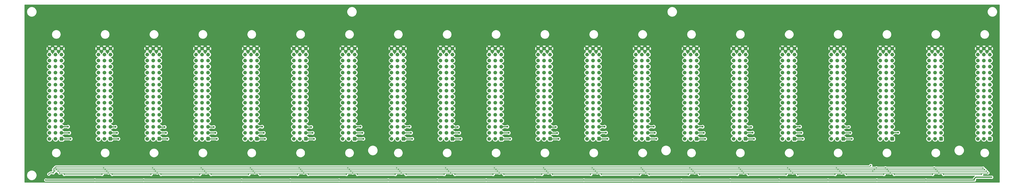
<source format=gbr>
%TF.GenerationSoftware,KiCad,Pcbnew,5.99.0+really5.1.10+dfsg1-1*%
%TF.CreationDate,2021-12-05T23:32:40+01:00*%
%TF.ProjectId,Backplane,4261636b-706c-4616-9e65-2e6b69636164,rev?*%
%TF.SameCoordinates,Original*%
%TF.FileFunction,Copper,L1,Top*%
%TF.FilePolarity,Positive*%
%FSLAX46Y46*%
G04 Gerber Fmt 4.6, Leading zero omitted, Abs format (unit mm)*
G04 Created by KiCad (PCBNEW 5.99.0+really5.1.10+dfsg1-1) date 2021-12-05 23:32:40*
%MOMM*%
%LPD*%
G01*
G04 APERTURE LIST*
%TA.AperFunction,ComponentPad*%
%ADD10C,1.550000*%
%TD*%
%TA.AperFunction,ViaPad*%
%ADD11C,0.600000*%
%TD*%
%TA.AperFunction,ViaPad*%
%ADD12C,0.800000*%
%TD*%
%TA.AperFunction,Conductor*%
%ADD13C,0.400000*%
%TD*%
%TA.AperFunction,Conductor*%
%ADD14C,0.500000*%
%TD*%
%TA.AperFunction,Conductor*%
%ADD15C,0.250000*%
%TD*%
%TA.AperFunction,Conductor*%
%ADD16C,0.254000*%
%TD*%
%TA.AperFunction,Conductor*%
%ADD17C,0.100000*%
%TD*%
G04 APERTURE END LIST*
%TO.P,U19,a1*%
%TO.N,N/C*%
%TA.AperFunction,ComponentPad*%
G36*
G01*
X427655000Y-106574998D02*
X427655000Y-107625002D01*
G75*
G02*
X427405002Y-107875000I-249998J0D01*
G01*
X426354998Y-107875000D01*
G75*
G02*
X426105000Y-107625002I0J249998D01*
G01*
X426105000Y-106574998D01*
G75*
G02*
X426354998Y-106325000I249998J0D01*
G01*
X427405002Y-106325000D01*
G75*
G02*
X427655000Y-106574998I0J-249998D01*
G01*
G37*
%TD.AperFunction*%
D10*
%TO.P,U19,a2*%
X426880000Y-104560000D03*
%TO.P,U19,a3*%
X426880000Y-102020000D03*
%TO.P,U19,a4*%
X426880000Y-99480000D03*
%TO.P,U19,a5*%
X426880000Y-96940000D03*
%TO.P,U19,a6*%
X426880000Y-94400000D03*
%TO.P,U19,a7*%
X426880000Y-91860000D03*
%TO.P,U19,a8*%
X426880000Y-89320000D03*
%TO.P,U19,a9*%
X426880000Y-86780000D03*
%TO.P,U19,a10*%
X426880000Y-84240000D03*
%TO.P,U19,a11*%
X426880000Y-81700000D03*
%TO.P,U19,a12*%
X426880000Y-79160000D03*
%TO.P,U19,a13*%
X426880000Y-76620000D03*
%TO.P,U19,a14*%
%TO.N,+5V*%
X426880000Y-74080000D03*
%TO.P,U19,a15*%
%TO.N,+3V3*%
X426880000Y-71540000D03*
%TO.P,U19,a16*%
%TO.N,GND*%
X426880000Y-69000000D03*
%TO.P,U19,b1*%
%TO.N,N/C*%
X424340000Y-107100000D03*
%TO.P,U19,b2*%
X424340000Y-104560000D03*
%TO.P,U19,b3*%
X424340000Y-102020000D03*
%TO.P,U19,b4*%
X424340000Y-99480000D03*
%TO.P,U19,b5*%
X424340000Y-96940000D03*
%TO.P,U19,b6*%
X424340000Y-94400000D03*
%TO.P,U19,b7*%
X424340000Y-91860000D03*
%TO.P,U19,b8*%
X424340000Y-89320000D03*
%TO.P,U19,b9*%
X424340000Y-86780000D03*
%TO.P,U19,b10*%
X424340000Y-84240000D03*
%TO.P,U19,b11*%
X424340000Y-81700000D03*
%TO.P,U19,b12*%
X424340000Y-79160000D03*
%TO.P,U19,b13*%
X424340000Y-76620000D03*
%TO.P,U19,b14*%
%TO.N,+5V*%
X424340000Y-74080000D03*
%TO.P,U19,b15*%
%TO.N,+3V3*%
X424340000Y-71540000D03*
%TO.P,U19,b16*%
%TO.N,GND*%
X424340000Y-69000000D03*
%TO.P,U19,c1*%
%TO.N,/SPARE_37*%
X421800000Y-107100000D03*
%TO.P,U19,c2*%
%TO.N,/EN_JTAG_37*%
X421800000Y-104560000D03*
%TO.P,U19,c3*%
%TO.N,/EN_ICSP_37*%
X421800000Y-102020000D03*
%TO.P,U19,c4*%
%TO.N,/EN_PWR_37*%
X421800000Y-99480000D03*
%TO.P,U19,c5*%
%TO.N,/TARGET_TX*%
X421800000Y-96940000D03*
%TO.P,U19,c6*%
%TO.N,/TARGET_RX*%
X421800000Y-94400000D03*
%TO.P,U19,c7*%
%TO.N,/PGED*%
X421800000Y-91860000D03*
%TO.P,U19,c8*%
%TO.N,/PGEC*%
X421800000Y-89320000D03*
%TO.P,U19,c9*%
%TO.N,/~MCLR~*%
X421800000Y-86780000D03*
%TO.P,U19,c10*%
%TO.N,/TCK*%
X421800000Y-84240000D03*
%TO.P,U19,c11*%
%TO.N,/TMS*%
X421800000Y-81700000D03*
%TO.P,U19,c12*%
%TO.N,/TDO*%
X421800000Y-79160000D03*
%TO.P,U19,c13*%
%TO.N,/TDI*%
X421800000Y-76620000D03*
%TO.P,U19,c14*%
%TO.N,+5V*%
X421800000Y-74080000D03*
%TO.P,U19,c15*%
%TO.N,+3V3*%
X421800000Y-71540000D03*
%TO.P,U19,c16*%
%TO.N,GND*%
X421800000Y-69000000D03*
%TD*%
%TO.P,U1,a1*%
%TO.N,/SPARE_2*%
%TA.AperFunction,ComponentPad*%
G36*
G01*
X56855000Y-106574998D02*
X56855000Y-107625002D01*
G75*
G02*
X56605002Y-107875000I-249998J0D01*
G01*
X55554998Y-107875000D01*
G75*
G02*
X55305000Y-107625002I0J249998D01*
G01*
X55305000Y-106574998D01*
G75*
G02*
X55554998Y-106325000I249998J0D01*
G01*
X56605002Y-106325000D01*
G75*
G02*
X56855000Y-106574998I0J-249998D01*
G01*
G37*
%TD.AperFunction*%
%TO.P,U1,a2*%
%TO.N,/EN_JTAG_2*%
X56080000Y-104560000D03*
%TO.P,U1,a3*%
%TO.N,/EN_ICSP_2*%
X56080000Y-102020000D03*
%TO.P,U1,a4*%
%TO.N,/EN_PWR_2*%
X56080000Y-99480000D03*
%TO.P,U1,a5*%
%TO.N,/TARGET_TX*%
X56080000Y-96940000D03*
%TO.P,U1,a6*%
%TO.N,/TARGET_RX*%
X56080000Y-94400000D03*
%TO.P,U1,a7*%
%TO.N,/PGED*%
X56080000Y-91860000D03*
%TO.P,U1,a8*%
%TO.N,/PGEC*%
X56080000Y-89320000D03*
%TO.P,U1,a9*%
%TO.N,/~MCLR~*%
X56080000Y-86780000D03*
%TO.P,U1,a10*%
%TO.N,/TCK*%
X56080000Y-84240000D03*
%TO.P,U1,a11*%
%TO.N,/TMS*%
X56080000Y-81700000D03*
%TO.P,U1,a12*%
%TO.N,/TDO*%
X56080000Y-79160000D03*
%TO.P,U1,a13*%
%TO.N,/TDI*%
X56080000Y-76620000D03*
%TO.P,U1,a14*%
%TO.N,+5V*%
X56080000Y-74080000D03*
%TO.P,U1,a15*%
%TO.N,+3V3*%
X56080000Y-71540000D03*
%TO.P,U1,a16*%
%TO.N,GND*%
X56080000Y-69000000D03*
%TO.P,U1,b1*%
%TO.N,N/C*%
X53540000Y-107100000D03*
%TO.P,U1,b2*%
X53540000Y-104560000D03*
%TO.P,U1,b3*%
X53540000Y-102020000D03*
%TO.P,U1,b4*%
X53540000Y-99480000D03*
%TO.P,U1,b5*%
%TO.N,/TARGET_TX*%
X53540000Y-96940000D03*
%TO.P,U1,b6*%
%TO.N,/TARGET_RX*%
X53540000Y-94400000D03*
%TO.P,U1,b7*%
%TO.N,/PGED*%
X53540000Y-91860000D03*
%TO.P,U1,b8*%
%TO.N,/PGEC*%
X53540000Y-89320000D03*
%TO.P,U1,b9*%
%TO.N,/~MCLR~*%
X53540000Y-86780000D03*
%TO.P,U1,b10*%
%TO.N,/TCK*%
X53540000Y-84240000D03*
%TO.P,U1,b11*%
%TO.N,/TMS*%
X53540000Y-81700000D03*
%TO.P,U1,b12*%
%TO.N,/TDO*%
X53540000Y-79160000D03*
%TO.P,U1,b13*%
%TO.N,/TDI*%
X53540000Y-76620000D03*
%TO.P,U1,b14*%
%TO.N,+5V*%
X53540000Y-74080000D03*
%TO.P,U1,b15*%
%TO.N,+3V3*%
X53540000Y-71540000D03*
%TO.P,U1,b16*%
%TO.N,GND*%
X53540000Y-69000000D03*
%TO.P,U1,c1*%
%TO.N,/SPARE_1*%
X51000000Y-107100000D03*
%TO.P,U1,c2*%
%TO.N,/EN_JTAG_1*%
X51000000Y-104560000D03*
%TO.P,U1,c3*%
%TO.N,/EN_ICSP_1*%
X51000000Y-102020000D03*
%TO.P,U1,c4*%
%TO.N,/EN_PWR_1*%
X51000000Y-99480000D03*
%TO.P,U1,c5*%
%TO.N,/TARGET_TX*%
X51000000Y-96940000D03*
%TO.P,U1,c6*%
%TO.N,/TARGET_RX*%
X51000000Y-94400000D03*
%TO.P,U1,c7*%
%TO.N,/PGED*%
X51000000Y-91860000D03*
%TO.P,U1,c8*%
%TO.N,/PGEC*%
X51000000Y-89320000D03*
%TO.P,U1,c9*%
%TO.N,/~MCLR~*%
X51000000Y-86780000D03*
%TO.P,U1,c10*%
%TO.N,/TCK*%
X51000000Y-84240000D03*
%TO.P,U1,c11*%
%TO.N,/TMS*%
X51000000Y-81700000D03*
%TO.P,U1,c12*%
%TO.N,/TDO*%
X51000000Y-79160000D03*
%TO.P,U1,c13*%
%TO.N,/TDI*%
X51000000Y-76620000D03*
%TO.P,U1,c14*%
%TO.N,+5V*%
X51000000Y-74080000D03*
%TO.P,U1,c15*%
%TO.N,+3V3*%
X51000000Y-71540000D03*
%TO.P,U1,c16*%
%TO.N,GND*%
X51000000Y-69000000D03*
%TD*%
%TO.P,U20,a1*%
%TO.N,/~OE~*%
%TA.AperFunction,ComponentPad*%
G36*
G01*
X448255000Y-106574998D02*
X448255000Y-107625002D01*
G75*
G02*
X448005002Y-107875000I-249998J0D01*
G01*
X446954998Y-107875000D01*
G75*
G02*
X446705000Y-107625002I0J249998D01*
G01*
X446705000Y-106574998D01*
G75*
G02*
X446954998Y-106325000I249998J0D01*
G01*
X448005002Y-106325000D01*
G75*
G02*
X448255000Y-106574998I0J-249998D01*
G01*
G37*
%TD.AperFunction*%
%TO.P,U20,a2*%
%TO.N,/STORAGE_CLK*%
X447480000Y-104560000D03*
%TO.P,U20,a3*%
%TO.N,/SHIFT_CLK_IN*%
X447480000Y-102020000D03*
%TO.P,U20,a4*%
%TO.N,/DATA_IN_1*%
X447480000Y-99480000D03*
%TO.P,U20,a5*%
%TO.N,/~MASTER_RST~*%
X447480000Y-96940000D03*
%TO.P,U20,a6*%
%TO.N,N/C*%
X447480000Y-94400000D03*
%TO.P,U20,a7*%
X447480000Y-91860000D03*
%TO.P,U20,a8*%
X447480000Y-89320000D03*
%TO.P,U20,a9*%
X447480000Y-86780000D03*
%TO.P,U20,a10*%
X447480000Y-84240000D03*
%TO.P,U20,a11*%
X447480000Y-81700000D03*
%TO.P,U20,a12*%
X447480000Y-79160000D03*
%TO.P,U20,a13*%
X447480000Y-76620000D03*
%TO.P,U20,a14*%
%TO.N,+5V*%
X447480000Y-74080000D03*
%TO.P,U20,a15*%
%TO.N,+3V3*%
X447480000Y-71540000D03*
%TO.P,U20,a16*%
%TO.N,GND*%
X447480000Y-69000000D03*
%TO.P,U20,b1*%
%TO.N,N/C*%
X444940000Y-107100000D03*
%TO.P,U20,b2*%
X444940000Y-104560000D03*
%TO.P,U20,b3*%
X444940000Y-102020000D03*
%TO.P,U20,b4*%
X444940000Y-99480000D03*
%TO.P,U20,b5*%
X444940000Y-96940000D03*
%TO.P,U20,b6*%
X444940000Y-94400000D03*
%TO.P,U20,b7*%
X444940000Y-91860000D03*
%TO.P,U20,b8*%
X444940000Y-89320000D03*
%TO.P,U20,b9*%
X444940000Y-86780000D03*
%TO.P,U20,b10*%
X444940000Y-84240000D03*
%TO.P,U20,b11*%
X444940000Y-81700000D03*
%TO.P,U20,b12*%
X444940000Y-79160000D03*
%TO.P,U20,b13*%
X444940000Y-76620000D03*
%TO.P,U20,b14*%
%TO.N,+5V*%
X444940000Y-74080000D03*
%TO.P,U20,b15*%
%TO.N,+3V3*%
X444940000Y-71540000D03*
%TO.P,U20,b16*%
%TO.N,GND*%
X444940000Y-69000000D03*
%TO.P,U20,c1*%
%TO.N,/SPARE_39*%
X442400000Y-107100000D03*
%TO.P,U20,c2*%
%TO.N,/EN_JTAG_39*%
X442400000Y-104560000D03*
%TO.P,U20,c3*%
%TO.N,/EN_ICSP_39*%
X442400000Y-102020000D03*
%TO.P,U20,c4*%
%TO.N,/EN_PWR_39*%
X442400000Y-99480000D03*
%TO.P,U20,c5*%
%TO.N,/TARGET_TX*%
X442400000Y-96940000D03*
%TO.P,U20,c6*%
%TO.N,/TARGET_RX*%
X442400000Y-94400000D03*
%TO.P,U20,c7*%
%TO.N,/PGED*%
X442400000Y-91860000D03*
%TO.P,U20,c8*%
%TO.N,/PGEC*%
X442400000Y-89320000D03*
%TO.P,U20,c9*%
%TO.N,/~MCLR~*%
X442400000Y-86780000D03*
%TO.P,U20,c10*%
%TO.N,/TCK*%
X442400000Y-84240000D03*
%TO.P,U20,c11*%
%TO.N,/TMS*%
X442400000Y-81700000D03*
%TO.P,U20,c12*%
%TO.N,/TDO*%
X442400000Y-79160000D03*
%TO.P,U20,c13*%
%TO.N,/TDI*%
X442400000Y-76620000D03*
%TO.P,U20,c14*%
%TO.N,+5V*%
X442400000Y-74080000D03*
%TO.P,U20,c15*%
%TO.N,+3V3*%
X442400000Y-71540000D03*
%TO.P,U20,c16*%
%TO.N,GND*%
X442400000Y-69000000D03*
%TD*%
%TO.P,U18,a1*%
%TO.N,N/C*%
%TA.AperFunction,ComponentPad*%
G36*
G01*
X407055000Y-106574998D02*
X407055000Y-107625002D01*
G75*
G02*
X406805002Y-107875000I-249998J0D01*
G01*
X405754998Y-107875000D01*
G75*
G02*
X405505000Y-107625002I0J249998D01*
G01*
X405505000Y-106574998D01*
G75*
G02*
X405754998Y-106325000I249998J0D01*
G01*
X406805002Y-106325000D01*
G75*
G02*
X407055000Y-106574998I0J-249998D01*
G01*
G37*
%TD.AperFunction*%
%TO.P,U18,a2*%
%TO.N,/EN_JTAG_36*%
X406280000Y-104560000D03*
%TO.P,U18,a3*%
%TO.N,/EN_ICSP_36*%
X406280000Y-102020000D03*
%TO.P,U18,a4*%
%TO.N,/~MASTER_RST~*%
X406280000Y-99480000D03*
%TO.P,U18,a5*%
%TO.N,/TARGET_TX*%
X406280000Y-96940000D03*
%TO.P,U18,a6*%
%TO.N,/TARGET_RX*%
X406280000Y-94400000D03*
%TO.P,U18,a7*%
%TO.N,/PGED*%
X406280000Y-91860000D03*
%TO.P,U18,a8*%
%TO.N,/PGEC*%
X406280000Y-89320000D03*
%TO.P,U18,a9*%
%TO.N,/~MCLR~*%
X406280000Y-86780000D03*
%TO.P,U18,a10*%
%TO.N,/TCK*%
X406280000Y-84240000D03*
%TO.P,U18,a11*%
%TO.N,/TMS*%
X406280000Y-81700000D03*
%TO.P,U18,a12*%
%TO.N,/TDO*%
X406280000Y-79160000D03*
%TO.P,U18,a13*%
%TO.N,/TDI*%
X406280000Y-76620000D03*
%TO.P,U18,a14*%
%TO.N,+5V*%
X406280000Y-74080000D03*
%TO.P,U18,a15*%
%TO.N,+3V3*%
X406280000Y-71540000D03*
%TO.P,U18,a16*%
%TO.N,GND*%
X406280000Y-69000000D03*
%TO.P,U18,b1*%
%TO.N,N/C*%
X403740000Y-107100000D03*
%TO.P,U18,b2*%
X403740000Y-104560000D03*
%TO.P,U18,b3*%
X403740000Y-102020000D03*
%TO.P,U18,b4*%
X403740000Y-99480000D03*
%TO.P,U18,b5*%
%TO.N,/TARGET_TX*%
X403740000Y-96940000D03*
%TO.P,U18,b6*%
%TO.N,/TARGET_RX*%
X403740000Y-94400000D03*
%TO.P,U18,b7*%
%TO.N,/PGED*%
X403740000Y-91860000D03*
%TO.P,U18,b8*%
%TO.N,/PGEC*%
X403740000Y-89320000D03*
%TO.P,U18,b9*%
%TO.N,/~MCLR~*%
X403740000Y-86780000D03*
%TO.P,U18,b10*%
%TO.N,/TCK*%
X403740000Y-84240000D03*
%TO.P,U18,b11*%
%TO.N,/TMS*%
X403740000Y-81700000D03*
%TO.P,U18,b12*%
%TO.N,/TDO*%
X403740000Y-79160000D03*
%TO.P,U18,b13*%
%TO.N,/TDI*%
X403740000Y-76620000D03*
%TO.P,U18,b14*%
%TO.N,+5V*%
X403740000Y-74080000D03*
%TO.P,U18,b15*%
%TO.N,+3V3*%
X403740000Y-71540000D03*
%TO.P,U18,b16*%
%TO.N,GND*%
X403740000Y-69000000D03*
%TO.P,U18,c1*%
%TO.N,/~OE~*%
X401200000Y-107100000D03*
%TO.P,U18,c2*%
%TO.N,/STORAGE_CLK*%
X401200000Y-104560000D03*
%TO.P,U18,c3*%
%TO.N,/SHIFT_CLK_IN*%
X401200000Y-102020000D03*
%TO.P,U18,c4*%
%TO.N,/DATA_IN_1*%
X401200000Y-99480000D03*
%TO.P,U18,c5*%
%TO.N,/TARGET_TX*%
X401200000Y-96940000D03*
%TO.P,U18,c6*%
%TO.N,/TARGET_RX*%
X401200000Y-94400000D03*
%TO.P,U18,c7*%
%TO.N,/PGED*%
X401200000Y-91860000D03*
%TO.P,U18,c8*%
%TO.N,/PGEC*%
X401200000Y-89320000D03*
%TO.P,U18,c9*%
%TO.N,/~MCLR~*%
X401200000Y-86780000D03*
%TO.P,U18,c10*%
%TO.N,/TCK*%
X401200000Y-84240000D03*
%TO.P,U18,c11*%
%TO.N,/TMS*%
X401200000Y-81700000D03*
%TO.P,U18,c12*%
%TO.N,/TDO*%
X401200000Y-79160000D03*
%TO.P,U18,c13*%
%TO.N,/TDI*%
X401200000Y-76620000D03*
%TO.P,U18,c14*%
%TO.N,+5V*%
X401200000Y-74080000D03*
%TO.P,U18,c15*%
%TO.N,+3V3*%
X401200000Y-71540000D03*
%TO.P,U18,c16*%
%TO.N,GND*%
X401200000Y-69000000D03*
%TD*%
%TO.P,U17,a1*%
%TO.N,/SPARE_34*%
%TA.AperFunction,ComponentPad*%
G36*
G01*
X386455000Y-106574998D02*
X386455000Y-107625002D01*
G75*
G02*
X386205002Y-107875000I-249998J0D01*
G01*
X385154998Y-107875000D01*
G75*
G02*
X384905000Y-107625002I0J249998D01*
G01*
X384905000Y-106574998D01*
G75*
G02*
X385154998Y-106325000I249998J0D01*
G01*
X386205002Y-106325000D01*
G75*
G02*
X386455000Y-106574998I0J-249998D01*
G01*
G37*
%TD.AperFunction*%
%TO.P,U17,a2*%
%TO.N,/EN_JTAG_34*%
X385680000Y-104560000D03*
%TO.P,U17,a3*%
%TO.N,/EN_ICSP_34*%
X385680000Y-102020000D03*
%TO.P,U17,a4*%
%TO.N,/EN_PWR_34*%
X385680000Y-99480000D03*
%TO.P,U17,a5*%
%TO.N,/TARGET_TX*%
X385680000Y-96940000D03*
%TO.P,U17,a6*%
%TO.N,/TARGET_RX*%
X385680000Y-94400000D03*
%TO.P,U17,a7*%
%TO.N,/PGED*%
X385680000Y-91860000D03*
%TO.P,U17,a8*%
%TO.N,/PGEC*%
X385680000Y-89320000D03*
%TO.P,U17,a9*%
%TO.N,/~MCLR~*%
X385680000Y-86780000D03*
%TO.P,U17,a10*%
%TO.N,/TCK*%
X385680000Y-84240000D03*
%TO.P,U17,a11*%
%TO.N,/TMS*%
X385680000Y-81700000D03*
%TO.P,U17,a12*%
%TO.N,/TDO*%
X385680000Y-79160000D03*
%TO.P,U17,a13*%
%TO.N,/TDI*%
X385680000Y-76620000D03*
%TO.P,U17,a14*%
%TO.N,+5V*%
X385680000Y-74080000D03*
%TO.P,U17,a15*%
%TO.N,+3V3*%
X385680000Y-71540000D03*
%TO.P,U17,a16*%
%TO.N,GND*%
X385680000Y-69000000D03*
%TO.P,U17,b1*%
%TO.N,N/C*%
X383140000Y-107100000D03*
%TO.P,U17,b2*%
X383140000Y-104560000D03*
%TO.P,U17,b3*%
X383140000Y-102020000D03*
%TO.P,U17,b4*%
X383140000Y-99480000D03*
%TO.P,U17,b5*%
%TO.N,/TARGET_TX*%
X383140000Y-96940000D03*
%TO.P,U17,b6*%
%TO.N,/TARGET_RX*%
X383140000Y-94400000D03*
%TO.P,U17,b7*%
%TO.N,/PGED*%
X383140000Y-91860000D03*
%TO.P,U17,b8*%
%TO.N,/PGEC*%
X383140000Y-89320000D03*
%TO.P,U17,b9*%
%TO.N,/~MCLR~*%
X383140000Y-86780000D03*
%TO.P,U17,b10*%
%TO.N,/TCK*%
X383140000Y-84240000D03*
%TO.P,U17,b11*%
%TO.N,/TMS*%
X383140000Y-81700000D03*
%TO.P,U17,b12*%
%TO.N,/TDO*%
X383140000Y-79160000D03*
%TO.P,U17,b13*%
%TO.N,/TDI*%
X383140000Y-76620000D03*
%TO.P,U17,b14*%
%TO.N,+5V*%
X383140000Y-74080000D03*
%TO.P,U17,b15*%
%TO.N,+3V3*%
X383140000Y-71540000D03*
%TO.P,U17,b16*%
%TO.N,GND*%
X383140000Y-69000000D03*
%TO.P,U17,c1*%
%TO.N,/SPARE_33*%
X380600000Y-107100000D03*
%TO.P,U17,c2*%
%TO.N,/EN_JTAG_33*%
X380600000Y-104560000D03*
%TO.P,U17,c3*%
%TO.N,/EN_ICSP_33*%
X380600000Y-102020000D03*
%TO.P,U17,c4*%
%TO.N,/EN_PWR_33*%
X380600000Y-99480000D03*
%TO.P,U17,c5*%
%TO.N,/TARGET_TX*%
X380600000Y-96940000D03*
%TO.P,U17,c6*%
%TO.N,/TARGET_RX*%
X380600000Y-94400000D03*
%TO.P,U17,c7*%
%TO.N,/PGED*%
X380600000Y-91860000D03*
%TO.P,U17,c8*%
%TO.N,/PGEC*%
X380600000Y-89320000D03*
%TO.P,U17,c9*%
%TO.N,/~MCLR~*%
X380600000Y-86780000D03*
%TO.P,U17,c10*%
%TO.N,/TCK*%
X380600000Y-84240000D03*
%TO.P,U17,c11*%
%TO.N,/TMS*%
X380600000Y-81700000D03*
%TO.P,U17,c12*%
%TO.N,/TDO*%
X380600000Y-79160000D03*
%TO.P,U17,c13*%
%TO.N,/TDI*%
X380600000Y-76620000D03*
%TO.P,U17,c14*%
%TO.N,+5V*%
X380600000Y-74080000D03*
%TO.P,U17,c15*%
%TO.N,+3V3*%
X380600000Y-71540000D03*
%TO.P,U17,c16*%
%TO.N,GND*%
X380600000Y-69000000D03*
%TD*%
%TO.P,U16,a1*%
%TO.N,/SPARE_32*%
%TA.AperFunction,ComponentPad*%
G36*
G01*
X365855000Y-106574998D02*
X365855000Y-107625002D01*
G75*
G02*
X365605002Y-107875000I-249998J0D01*
G01*
X364554998Y-107875000D01*
G75*
G02*
X364305000Y-107625002I0J249998D01*
G01*
X364305000Y-106574998D01*
G75*
G02*
X364554998Y-106325000I249998J0D01*
G01*
X365605002Y-106325000D01*
G75*
G02*
X365855000Y-106574998I0J-249998D01*
G01*
G37*
%TD.AperFunction*%
%TO.P,U16,a2*%
%TO.N,/EN_JTAG_32*%
X365080000Y-104560000D03*
%TO.P,U16,a3*%
%TO.N,/EN_ICSP_32*%
X365080000Y-102020000D03*
%TO.P,U16,a4*%
%TO.N,/EN_PWR_32*%
X365080000Y-99480000D03*
%TO.P,U16,a5*%
%TO.N,/TARGET_TX*%
X365080000Y-96940000D03*
%TO.P,U16,a6*%
%TO.N,/TARGET_RX*%
X365080000Y-94400000D03*
%TO.P,U16,a7*%
%TO.N,/PGED*%
X365080000Y-91860000D03*
%TO.P,U16,a8*%
%TO.N,/PGEC*%
X365080000Y-89320000D03*
%TO.P,U16,a9*%
%TO.N,/~MCLR~*%
X365080000Y-86780000D03*
%TO.P,U16,a10*%
%TO.N,/TCK*%
X365080000Y-84240000D03*
%TO.P,U16,a11*%
%TO.N,/TMS*%
X365080000Y-81700000D03*
%TO.P,U16,a12*%
%TO.N,/TDO*%
X365080000Y-79160000D03*
%TO.P,U16,a13*%
%TO.N,/TDI*%
X365080000Y-76620000D03*
%TO.P,U16,a14*%
%TO.N,+5V*%
X365080000Y-74080000D03*
%TO.P,U16,a15*%
%TO.N,+3V3*%
X365080000Y-71540000D03*
%TO.P,U16,a16*%
%TO.N,GND*%
X365080000Y-69000000D03*
%TO.P,U16,b1*%
%TO.N,N/C*%
X362540000Y-107100000D03*
%TO.P,U16,b2*%
X362540000Y-104560000D03*
%TO.P,U16,b3*%
X362540000Y-102020000D03*
%TO.P,U16,b4*%
X362540000Y-99480000D03*
%TO.P,U16,b5*%
%TO.N,/TARGET_TX*%
X362540000Y-96940000D03*
%TO.P,U16,b6*%
%TO.N,/TARGET_RX*%
X362540000Y-94400000D03*
%TO.P,U16,b7*%
%TO.N,/PGED*%
X362540000Y-91860000D03*
%TO.P,U16,b8*%
%TO.N,/PGEC*%
X362540000Y-89320000D03*
%TO.P,U16,b9*%
%TO.N,/~MCLR~*%
X362540000Y-86780000D03*
%TO.P,U16,b10*%
%TO.N,/TCK*%
X362540000Y-84240000D03*
%TO.P,U16,b11*%
%TO.N,/TMS*%
X362540000Y-81700000D03*
%TO.P,U16,b12*%
%TO.N,/TDO*%
X362540000Y-79160000D03*
%TO.P,U16,b13*%
%TO.N,/TDI*%
X362540000Y-76620000D03*
%TO.P,U16,b14*%
%TO.N,+5V*%
X362540000Y-74080000D03*
%TO.P,U16,b15*%
%TO.N,+3V3*%
X362540000Y-71540000D03*
%TO.P,U16,b16*%
%TO.N,GND*%
X362540000Y-69000000D03*
%TO.P,U16,c1*%
%TO.N,/SPARE_31*%
X360000000Y-107100000D03*
%TO.P,U16,c2*%
%TO.N,/EN_JTAG_31*%
X360000000Y-104560000D03*
%TO.P,U16,c3*%
%TO.N,/EN_ICSP_31*%
X360000000Y-102020000D03*
%TO.P,U16,c4*%
%TO.N,/EN_PWR_31*%
X360000000Y-99480000D03*
%TO.P,U16,c5*%
%TO.N,/TARGET_TX*%
X360000000Y-96940000D03*
%TO.P,U16,c6*%
%TO.N,/TARGET_RX*%
X360000000Y-94400000D03*
%TO.P,U16,c7*%
%TO.N,/PGED*%
X360000000Y-91860000D03*
%TO.P,U16,c8*%
%TO.N,/PGEC*%
X360000000Y-89320000D03*
%TO.P,U16,c9*%
%TO.N,/~MCLR~*%
X360000000Y-86780000D03*
%TO.P,U16,c10*%
%TO.N,/TCK*%
X360000000Y-84240000D03*
%TO.P,U16,c11*%
%TO.N,/TMS*%
X360000000Y-81700000D03*
%TO.P,U16,c12*%
%TO.N,/TDO*%
X360000000Y-79160000D03*
%TO.P,U16,c13*%
%TO.N,/TDI*%
X360000000Y-76620000D03*
%TO.P,U16,c14*%
%TO.N,+5V*%
X360000000Y-74080000D03*
%TO.P,U16,c15*%
%TO.N,+3V3*%
X360000000Y-71540000D03*
%TO.P,U16,c16*%
%TO.N,GND*%
X360000000Y-69000000D03*
%TD*%
%TO.P,U15,a1*%
%TO.N,/SPARE_30*%
%TA.AperFunction,ComponentPad*%
G36*
G01*
X345255000Y-106574998D02*
X345255000Y-107625002D01*
G75*
G02*
X345005002Y-107875000I-249998J0D01*
G01*
X343954998Y-107875000D01*
G75*
G02*
X343705000Y-107625002I0J249998D01*
G01*
X343705000Y-106574998D01*
G75*
G02*
X343954998Y-106325000I249998J0D01*
G01*
X345005002Y-106325000D01*
G75*
G02*
X345255000Y-106574998I0J-249998D01*
G01*
G37*
%TD.AperFunction*%
%TO.P,U15,a2*%
%TO.N,/EN_JTAG_30*%
X344480000Y-104560000D03*
%TO.P,U15,a3*%
%TO.N,/EN_ICSP_30*%
X344480000Y-102020000D03*
%TO.P,U15,a4*%
%TO.N,/EN_PWR_30*%
X344480000Y-99480000D03*
%TO.P,U15,a5*%
%TO.N,/TARGET_TX*%
X344480000Y-96940000D03*
%TO.P,U15,a6*%
%TO.N,/TARGET_RX*%
X344480000Y-94400000D03*
%TO.P,U15,a7*%
%TO.N,/PGED*%
X344480000Y-91860000D03*
%TO.P,U15,a8*%
%TO.N,/PGEC*%
X344480000Y-89320000D03*
%TO.P,U15,a9*%
%TO.N,/~MCLR~*%
X344480000Y-86780000D03*
%TO.P,U15,a10*%
%TO.N,/TCK*%
X344480000Y-84240000D03*
%TO.P,U15,a11*%
%TO.N,/TMS*%
X344480000Y-81700000D03*
%TO.P,U15,a12*%
%TO.N,/TDO*%
X344480000Y-79160000D03*
%TO.P,U15,a13*%
%TO.N,/TDI*%
X344480000Y-76620000D03*
%TO.P,U15,a14*%
%TO.N,+5V*%
X344480000Y-74080000D03*
%TO.P,U15,a15*%
%TO.N,+3V3*%
X344480000Y-71540000D03*
%TO.P,U15,a16*%
%TO.N,GND*%
X344480000Y-69000000D03*
%TO.P,U15,b1*%
%TO.N,N/C*%
X341940000Y-107100000D03*
%TO.P,U15,b2*%
X341940000Y-104560000D03*
%TO.P,U15,b3*%
X341940000Y-102020000D03*
%TO.P,U15,b4*%
X341940000Y-99480000D03*
%TO.P,U15,b5*%
%TO.N,/TARGET_TX*%
X341940000Y-96940000D03*
%TO.P,U15,b6*%
%TO.N,/TARGET_RX*%
X341940000Y-94400000D03*
%TO.P,U15,b7*%
%TO.N,/PGED*%
X341940000Y-91860000D03*
%TO.P,U15,b8*%
%TO.N,/PGEC*%
X341940000Y-89320000D03*
%TO.P,U15,b9*%
%TO.N,/~MCLR~*%
X341940000Y-86780000D03*
%TO.P,U15,b10*%
%TO.N,/TCK*%
X341940000Y-84240000D03*
%TO.P,U15,b11*%
%TO.N,/TMS*%
X341940000Y-81700000D03*
%TO.P,U15,b12*%
%TO.N,/TDO*%
X341940000Y-79160000D03*
%TO.P,U15,b13*%
%TO.N,/TDI*%
X341940000Y-76620000D03*
%TO.P,U15,b14*%
%TO.N,+5V*%
X341940000Y-74080000D03*
%TO.P,U15,b15*%
%TO.N,+3V3*%
X341940000Y-71540000D03*
%TO.P,U15,b16*%
%TO.N,GND*%
X341940000Y-69000000D03*
%TO.P,U15,c1*%
%TO.N,/SPARE_29*%
X339400000Y-107100000D03*
%TO.P,U15,c2*%
%TO.N,/EN_JTAG_29*%
X339400000Y-104560000D03*
%TO.P,U15,c3*%
%TO.N,/EN_ICSP_29*%
X339400000Y-102020000D03*
%TO.P,U15,c4*%
%TO.N,/EN_PWR_29*%
X339400000Y-99480000D03*
%TO.P,U15,c5*%
%TO.N,/TARGET_TX*%
X339400000Y-96940000D03*
%TO.P,U15,c6*%
%TO.N,/TARGET_RX*%
X339400000Y-94400000D03*
%TO.P,U15,c7*%
%TO.N,/PGED*%
X339400000Y-91860000D03*
%TO.P,U15,c8*%
%TO.N,/PGEC*%
X339400000Y-89320000D03*
%TO.P,U15,c9*%
%TO.N,/~MCLR~*%
X339400000Y-86780000D03*
%TO.P,U15,c10*%
%TO.N,/TCK*%
X339400000Y-84240000D03*
%TO.P,U15,c11*%
%TO.N,/TMS*%
X339400000Y-81700000D03*
%TO.P,U15,c12*%
%TO.N,/TDO*%
X339400000Y-79160000D03*
%TO.P,U15,c13*%
%TO.N,/TDI*%
X339400000Y-76620000D03*
%TO.P,U15,c14*%
%TO.N,+5V*%
X339400000Y-74080000D03*
%TO.P,U15,c15*%
%TO.N,+3V3*%
X339400000Y-71540000D03*
%TO.P,U15,c16*%
%TO.N,GND*%
X339400000Y-69000000D03*
%TD*%
%TO.P,U14,a1*%
%TO.N,/SPARE_28*%
%TA.AperFunction,ComponentPad*%
G36*
G01*
X324655000Y-106574998D02*
X324655000Y-107625002D01*
G75*
G02*
X324405002Y-107875000I-249998J0D01*
G01*
X323354998Y-107875000D01*
G75*
G02*
X323105000Y-107625002I0J249998D01*
G01*
X323105000Y-106574998D01*
G75*
G02*
X323354998Y-106325000I249998J0D01*
G01*
X324405002Y-106325000D01*
G75*
G02*
X324655000Y-106574998I0J-249998D01*
G01*
G37*
%TD.AperFunction*%
%TO.P,U14,a2*%
%TO.N,/EN_JTAG_28*%
X323880000Y-104560000D03*
%TO.P,U14,a3*%
%TO.N,/EN_ICSP_28*%
X323880000Y-102020000D03*
%TO.P,U14,a4*%
%TO.N,/EN_PWR_28*%
X323880000Y-99480000D03*
%TO.P,U14,a5*%
%TO.N,/TARGET_TX*%
X323880000Y-96940000D03*
%TO.P,U14,a6*%
%TO.N,/TARGET_RX*%
X323880000Y-94400000D03*
%TO.P,U14,a7*%
%TO.N,/PGED*%
X323880000Y-91860000D03*
%TO.P,U14,a8*%
%TO.N,/PGEC*%
X323880000Y-89320000D03*
%TO.P,U14,a9*%
%TO.N,/~MCLR~*%
X323880000Y-86780000D03*
%TO.P,U14,a10*%
%TO.N,/TCK*%
X323880000Y-84240000D03*
%TO.P,U14,a11*%
%TO.N,/TMS*%
X323880000Y-81700000D03*
%TO.P,U14,a12*%
%TO.N,/TDO*%
X323880000Y-79160000D03*
%TO.P,U14,a13*%
%TO.N,/TDI*%
X323880000Y-76620000D03*
%TO.P,U14,a14*%
%TO.N,+5V*%
X323880000Y-74080000D03*
%TO.P,U14,a15*%
%TO.N,+3V3*%
X323880000Y-71540000D03*
%TO.P,U14,a16*%
%TO.N,GND*%
X323880000Y-69000000D03*
%TO.P,U14,b1*%
%TO.N,N/C*%
X321340000Y-107100000D03*
%TO.P,U14,b2*%
X321340000Y-104560000D03*
%TO.P,U14,b3*%
X321340000Y-102020000D03*
%TO.P,U14,b4*%
X321340000Y-99480000D03*
%TO.P,U14,b5*%
%TO.N,/TARGET_TX*%
X321340000Y-96940000D03*
%TO.P,U14,b6*%
%TO.N,/TARGET_RX*%
X321340000Y-94400000D03*
%TO.P,U14,b7*%
%TO.N,/PGED*%
X321340000Y-91860000D03*
%TO.P,U14,b8*%
%TO.N,/PGEC*%
X321340000Y-89320000D03*
%TO.P,U14,b9*%
%TO.N,/~MCLR~*%
X321340000Y-86780000D03*
%TO.P,U14,b10*%
%TO.N,/TCK*%
X321340000Y-84240000D03*
%TO.P,U14,b11*%
%TO.N,/TMS*%
X321340000Y-81700000D03*
%TO.P,U14,b12*%
%TO.N,/TDO*%
X321340000Y-79160000D03*
%TO.P,U14,b13*%
%TO.N,/TDI*%
X321340000Y-76620000D03*
%TO.P,U14,b14*%
%TO.N,+5V*%
X321340000Y-74080000D03*
%TO.P,U14,b15*%
%TO.N,+3V3*%
X321340000Y-71540000D03*
%TO.P,U14,b16*%
%TO.N,GND*%
X321340000Y-69000000D03*
%TO.P,U14,c1*%
%TO.N,/SPARE_27*%
X318800000Y-107100000D03*
%TO.P,U14,c2*%
%TO.N,/EN_JTAG_27*%
X318800000Y-104560000D03*
%TO.P,U14,c3*%
%TO.N,/EN_ICSP_27*%
X318800000Y-102020000D03*
%TO.P,U14,c4*%
%TO.N,/EN_PWR_27*%
X318800000Y-99480000D03*
%TO.P,U14,c5*%
%TO.N,/TARGET_TX*%
X318800000Y-96940000D03*
%TO.P,U14,c6*%
%TO.N,/TARGET_RX*%
X318800000Y-94400000D03*
%TO.P,U14,c7*%
%TO.N,/PGED*%
X318800000Y-91860000D03*
%TO.P,U14,c8*%
%TO.N,/PGEC*%
X318800000Y-89320000D03*
%TO.P,U14,c9*%
%TO.N,/~MCLR~*%
X318800000Y-86780000D03*
%TO.P,U14,c10*%
%TO.N,/TCK*%
X318800000Y-84240000D03*
%TO.P,U14,c11*%
%TO.N,/TMS*%
X318800000Y-81700000D03*
%TO.P,U14,c12*%
%TO.N,/TDO*%
X318800000Y-79160000D03*
%TO.P,U14,c13*%
%TO.N,/TDI*%
X318800000Y-76620000D03*
%TO.P,U14,c14*%
%TO.N,+5V*%
X318800000Y-74080000D03*
%TO.P,U14,c15*%
%TO.N,+3V3*%
X318800000Y-71540000D03*
%TO.P,U14,c16*%
%TO.N,GND*%
X318800000Y-69000000D03*
%TD*%
%TO.P,U13,a1*%
%TO.N,/SPARE_26*%
%TA.AperFunction,ComponentPad*%
G36*
G01*
X304055000Y-106574998D02*
X304055000Y-107625002D01*
G75*
G02*
X303805002Y-107875000I-249998J0D01*
G01*
X302754998Y-107875000D01*
G75*
G02*
X302505000Y-107625002I0J249998D01*
G01*
X302505000Y-106574998D01*
G75*
G02*
X302754998Y-106325000I249998J0D01*
G01*
X303805002Y-106325000D01*
G75*
G02*
X304055000Y-106574998I0J-249998D01*
G01*
G37*
%TD.AperFunction*%
%TO.P,U13,a2*%
%TO.N,/EN_JTAG_26*%
X303280000Y-104560000D03*
%TO.P,U13,a3*%
%TO.N,/EN_ICSP_26*%
X303280000Y-102020000D03*
%TO.P,U13,a4*%
%TO.N,/EN_PWR_26*%
X303280000Y-99480000D03*
%TO.P,U13,a5*%
%TO.N,/TARGET_TX*%
X303280000Y-96940000D03*
%TO.P,U13,a6*%
%TO.N,/TARGET_RX*%
X303280000Y-94400000D03*
%TO.P,U13,a7*%
%TO.N,/PGED*%
X303280000Y-91860000D03*
%TO.P,U13,a8*%
%TO.N,/PGEC*%
X303280000Y-89320000D03*
%TO.P,U13,a9*%
%TO.N,/~MCLR~*%
X303280000Y-86780000D03*
%TO.P,U13,a10*%
%TO.N,/TCK*%
X303280000Y-84240000D03*
%TO.P,U13,a11*%
%TO.N,/TMS*%
X303280000Y-81700000D03*
%TO.P,U13,a12*%
%TO.N,/TDO*%
X303280000Y-79160000D03*
%TO.P,U13,a13*%
%TO.N,/TDI*%
X303280000Y-76620000D03*
%TO.P,U13,a14*%
%TO.N,+5V*%
X303280000Y-74080000D03*
%TO.P,U13,a15*%
%TO.N,+3V3*%
X303280000Y-71540000D03*
%TO.P,U13,a16*%
%TO.N,GND*%
X303280000Y-69000000D03*
%TO.P,U13,b1*%
%TO.N,N/C*%
X300740000Y-107100000D03*
%TO.P,U13,b2*%
X300740000Y-104560000D03*
%TO.P,U13,b3*%
X300740000Y-102020000D03*
%TO.P,U13,b4*%
X300740000Y-99480000D03*
%TO.P,U13,b5*%
%TO.N,/TARGET_TX*%
X300740000Y-96940000D03*
%TO.P,U13,b6*%
%TO.N,/TARGET_RX*%
X300740000Y-94400000D03*
%TO.P,U13,b7*%
%TO.N,/PGED*%
X300740000Y-91860000D03*
%TO.P,U13,b8*%
%TO.N,/PGEC*%
X300740000Y-89320000D03*
%TO.P,U13,b9*%
%TO.N,/~MCLR~*%
X300740000Y-86780000D03*
%TO.P,U13,b10*%
%TO.N,/TCK*%
X300740000Y-84240000D03*
%TO.P,U13,b11*%
%TO.N,/TMS*%
X300740000Y-81700000D03*
%TO.P,U13,b12*%
%TO.N,/TDO*%
X300740000Y-79160000D03*
%TO.P,U13,b13*%
%TO.N,/TDI*%
X300740000Y-76620000D03*
%TO.P,U13,b14*%
%TO.N,+5V*%
X300740000Y-74080000D03*
%TO.P,U13,b15*%
%TO.N,+3V3*%
X300740000Y-71540000D03*
%TO.P,U13,b16*%
%TO.N,GND*%
X300740000Y-69000000D03*
%TO.P,U13,c1*%
%TO.N,/SPARE_25*%
X298200000Y-107100000D03*
%TO.P,U13,c2*%
%TO.N,/EN_JTAG_25*%
X298200000Y-104560000D03*
%TO.P,U13,c3*%
%TO.N,/EN_ICSP_25*%
X298200000Y-102020000D03*
%TO.P,U13,c4*%
%TO.N,/EN_PWR_25*%
X298200000Y-99480000D03*
%TO.P,U13,c5*%
%TO.N,/TARGET_TX*%
X298200000Y-96940000D03*
%TO.P,U13,c6*%
%TO.N,/TARGET_RX*%
X298200000Y-94400000D03*
%TO.P,U13,c7*%
%TO.N,/PGED*%
X298200000Y-91860000D03*
%TO.P,U13,c8*%
%TO.N,/PGEC*%
X298200000Y-89320000D03*
%TO.P,U13,c9*%
%TO.N,/~MCLR~*%
X298200000Y-86780000D03*
%TO.P,U13,c10*%
%TO.N,/TCK*%
X298200000Y-84240000D03*
%TO.P,U13,c11*%
%TO.N,/TMS*%
X298200000Y-81700000D03*
%TO.P,U13,c12*%
%TO.N,/TDO*%
X298200000Y-79160000D03*
%TO.P,U13,c13*%
%TO.N,/TDI*%
X298200000Y-76620000D03*
%TO.P,U13,c14*%
%TO.N,+5V*%
X298200000Y-74080000D03*
%TO.P,U13,c15*%
%TO.N,+3V3*%
X298200000Y-71540000D03*
%TO.P,U13,c16*%
%TO.N,GND*%
X298200000Y-69000000D03*
%TD*%
%TO.P,U12,a1*%
%TO.N,/SPARE_24*%
%TA.AperFunction,ComponentPad*%
G36*
G01*
X283455000Y-106574998D02*
X283455000Y-107625002D01*
G75*
G02*
X283205002Y-107875000I-249998J0D01*
G01*
X282154998Y-107875000D01*
G75*
G02*
X281905000Y-107625002I0J249998D01*
G01*
X281905000Y-106574998D01*
G75*
G02*
X282154998Y-106325000I249998J0D01*
G01*
X283205002Y-106325000D01*
G75*
G02*
X283455000Y-106574998I0J-249998D01*
G01*
G37*
%TD.AperFunction*%
%TO.P,U12,a2*%
%TO.N,/EN_JTAG_24*%
X282680000Y-104560000D03*
%TO.P,U12,a3*%
%TO.N,/EN_ICSP_24*%
X282680000Y-102020000D03*
%TO.P,U12,a4*%
%TO.N,/EN_PWR_24*%
X282680000Y-99480000D03*
%TO.P,U12,a5*%
%TO.N,/TARGET_TX*%
X282680000Y-96940000D03*
%TO.P,U12,a6*%
%TO.N,/TARGET_RX*%
X282680000Y-94400000D03*
%TO.P,U12,a7*%
%TO.N,/PGED*%
X282680000Y-91860000D03*
%TO.P,U12,a8*%
%TO.N,/PGEC*%
X282680000Y-89320000D03*
%TO.P,U12,a9*%
%TO.N,/~MCLR~*%
X282680000Y-86780000D03*
%TO.P,U12,a10*%
%TO.N,/TCK*%
X282680000Y-84240000D03*
%TO.P,U12,a11*%
%TO.N,/TMS*%
X282680000Y-81700000D03*
%TO.P,U12,a12*%
%TO.N,/TDO*%
X282680000Y-79160000D03*
%TO.P,U12,a13*%
%TO.N,/TDI*%
X282680000Y-76620000D03*
%TO.P,U12,a14*%
%TO.N,+5V*%
X282680000Y-74080000D03*
%TO.P,U12,a15*%
%TO.N,+3V3*%
X282680000Y-71540000D03*
%TO.P,U12,a16*%
%TO.N,GND*%
X282680000Y-69000000D03*
%TO.P,U12,b1*%
%TO.N,N/C*%
X280140000Y-107100000D03*
%TO.P,U12,b2*%
X280140000Y-104560000D03*
%TO.P,U12,b3*%
X280140000Y-102020000D03*
%TO.P,U12,b4*%
X280140000Y-99480000D03*
%TO.P,U12,b5*%
%TO.N,/TARGET_TX*%
X280140000Y-96940000D03*
%TO.P,U12,b6*%
%TO.N,/TARGET_RX*%
X280140000Y-94400000D03*
%TO.P,U12,b7*%
%TO.N,/PGED*%
X280140000Y-91860000D03*
%TO.P,U12,b8*%
%TO.N,/PGEC*%
X280140000Y-89320000D03*
%TO.P,U12,b9*%
%TO.N,/~MCLR~*%
X280140000Y-86780000D03*
%TO.P,U12,b10*%
%TO.N,/TCK*%
X280140000Y-84240000D03*
%TO.P,U12,b11*%
%TO.N,/TMS*%
X280140000Y-81700000D03*
%TO.P,U12,b12*%
%TO.N,/TDO*%
X280140000Y-79160000D03*
%TO.P,U12,b13*%
%TO.N,/TDI*%
X280140000Y-76620000D03*
%TO.P,U12,b14*%
%TO.N,+5V*%
X280140000Y-74080000D03*
%TO.P,U12,b15*%
%TO.N,+3V3*%
X280140000Y-71540000D03*
%TO.P,U12,b16*%
%TO.N,GND*%
X280140000Y-69000000D03*
%TO.P,U12,c1*%
%TO.N,/SPARE_23*%
X277600000Y-107100000D03*
%TO.P,U12,c2*%
%TO.N,/EN_JTAG_23*%
X277600000Y-104560000D03*
%TO.P,U12,c3*%
%TO.N,/EN_ICSP_23*%
X277600000Y-102020000D03*
%TO.P,U12,c4*%
%TO.N,/EN_PWR_23*%
X277600000Y-99480000D03*
%TO.P,U12,c5*%
%TO.N,/TARGET_TX*%
X277600000Y-96940000D03*
%TO.P,U12,c6*%
%TO.N,/TARGET_RX*%
X277600000Y-94400000D03*
%TO.P,U12,c7*%
%TO.N,/PGED*%
X277600000Y-91860000D03*
%TO.P,U12,c8*%
%TO.N,/PGEC*%
X277600000Y-89320000D03*
%TO.P,U12,c9*%
%TO.N,/~MCLR~*%
X277600000Y-86780000D03*
%TO.P,U12,c10*%
%TO.N,/TCK*%
X277600000Y-84240000D03*
%TO.P,U12,c11*%
%TO.N,/TMS*%
X277600000Y-81700000D03*
%TO.P,U12,c12*%
%TO.N,/TDO*%
X277600000Y-79160000D03*
%TO.P,U12,c13*%
%TO.N,/TDI*%
X277600000Y-76620000D03*
%TO.P,U12,c14*%
%TO.N,+5V*%
X277600000Y-74080000D03*
%TO.P,U12,c15*%
%TO.N,+3V3*%
X277600000Y-71540000D03*
%TO.P,U12,c16*%
%TO.N,GND*%
X277600000Y-69000000D03*
%TD*%
%TO.P,U11,a1*%
%TO.N,/SPARE_22*%
%TA.AperFunction,ComponentPad*%
G36*
G01*
X262855000Y-106574998D02*
X262855000Y-107625002D01*
G75*
G02*
X262605002Y-107875000I-249998J0D01*
G01*
X261554998Y-107875000D01*
G75*
G02*
X261305000Y-107625002I0J249998D01*
G01*
X261305000Y-106574998D01*
G75*
G02*
X261554998Y-106325000I249998J0D01*
G01*
X262605002Y-106325000D01*
G75*
G02*
X262855000Y-106574998I0J-249998D01*
G01*
G37*
%TD.AperFunction*%
%TO.P,U11,a2*%
%TO.N,/EN_JTAG_22*%
X262080000Y-104560000D03*
%TO.P,U11,a3*%
%TO.N,/EN_ICSP_22*%
X262080000Y-102020000D03*
%TO.P,U11,a4*%
%TO.N,/EN_PWR_22*%
X262080000Y-99480000D03*
%TO.P,U11,a5*%
%TO.N,/TARGET_TX*%
X262080000Y-96940000D03*
%TO.P,U11,a6*%
%TO.N,/TARGET_RX*%
X262080000Y-94400000D03*
%TO.P,U11,a7*%
%TO.N,/PGED*%
X262080000Y-91860000D03*
%TO.P,U11,a8*%
%TO.N,/PGEC*%
X262080000Y-89320000D03*
%TO.P,U11,a9*%
%TO.N,/~MCLR~*%
X262080000Y-86780000D03*
%TO.P,U11,a10*%
%TO.N,/TCK*%
X262080000Y-84240000D03*
%TO.P,U11,a11*%
%TO.N,/TMS*%
X262080000Y-81700000D03*
%TO.P,U11,a12*%
%TO.N,/TDO*%
X262080000Y-79160000D03*
%TO.P,U11,a13*%
%TO.N,/TDI*%
X262080000Y-76620000D03*
%TO.P,U11,a14*%
%TO.N,+5V*%
X262080000Y-74080000D03*
%TO.P,U11,a15*%
%TO.N,+3V3*%
X262080000Y-71540000D03*
%TO.P,U11,a16*%
%TO.N,GND*%
X262080000Y-69000000D03*
%TO.P,U11,b1*%
%TO.N,N/C*%
X259540000Y-107100000D03*
%TO.P,U11,b2*%
X259540000Y-104560000D03*
%TO.P,U11,b3*%
X259540000Y-102020000D03*
%TO.P,U11,b4*%
X259540000Y-99480000D03*
%TO.P,U11,b5*%
%TO.N,/TARGET_TX*%
X259540000Y-96940000D03*
%TO.P,U11,b6*%
%TO.N,/TARGET_RX*%
X259540000Y-94400000D03*
%TO.P,U11,b7*%
%TO.N,/PGED*%
X259540000Y-91860000D03*
%TO.P,U11,b8*%
%TO.N,/PGEC*%
X259540000Y-89320000D03*
%TO.P,U11,b9*%
%TO.N,/~MCLR~*%
X259540000Y-86780000D03*
%TO.P,U11,b10*%
%TO.N,/TCK*%
X259540000Y-84240000D03*
%TO.P,U11,b11*%
%TO.N,/TMS*%
X259540000Y-81700000D03*
%TO.P,U11,b12*%
%TO.N,/TDO*%
X259540000Y-79160000D03*
%TO.P,U11,b13*%
%TO.N,/TDI*%
X259540000Y-76620000D03*
%TO.P,U11,b14*%
%TO.N,+5V*%
X259540000Y-74080000D03*
%TO.P,U11,b15*%
%TO.N,+3V3*%
X259540000Y-71540000D03*
%TO.P,U11,b16*%
%TO.N,GND*%
X259540000Y-69000000D03*
%TO.P,U11,c1*%
%TO.N,/SPARE_21*%
X257000000Y-107100000D03*
%TO.P,U11,c2*%
%TO.N,/EN_JTAG_21*%
X257000000Y-104560000D03*
%TO.P,U11,c3*%
%TO.N,/EN_ICSP_21*%
X257000000Y-102020000D03*
%TO.P,U11,c4*%
%TO.N,/EN_PWR_21*%
X257000000Y-99480000D03*
%TO.P,U11,c5*%
%TO.N,/TARGET_TX*%
X257000000Y-96940000D03*
%TO.P,U11,c6*%
%TO.N,/TARGET_RX*%
X257000000Y-94400000D03*
%TO.P,U11,c7*%
%TO.N,/PGED*%
X257000000Y-91860000D03*
%TO.P,U11,c8*%
%TO.N,/PGEC*%
X257000000Y-89320000D03*
%TO.P,U11,c9*%
%TO.N,/~MCLR~*%
X257000000Y-86780000D03*
%TO.P,U11,c10*%
%TO.N,/TCK*%
X257000000Y-84240000D03*
%TO.P,U11,c11*%
%TO.N,/TMS*%
X257000000Y-81700000D03*
%TO.P,U11,c12*%
%TO.N,/TDO*%
X257000000Y-79160000D03*
%TO.P,U11,c13*%
%TO.N,/TDI*%
X257000000Y-76620000D03*
%TO.P,U11,c14*%
%TO.N,+5V*%
X257000000Y-74080000D03*
%TO.P,U11,c15*%
%TO.N,+3V3*%
X257000000Y-71540000D03*
%TO.P,U11,c16*%
%TO.N,GND*%
X257000000Y-69000000D03*
%TD*%
%TO.P,U10,a1*%
%TO.N,/SPARE_20*%
%TA.AperFunction,ComponentPad*%
G36*
G01*
X242255000Y-106574998D02*
X242255000Y-107625002D01*
G75*
G02*
X242005002Y-107875000I-249998J0D01*
G01*
X240954998Y-107875000D01*
G75*
G02*
X240705000Y-107625002I0J249998D01*
G01*
X240705000Y-106574998D01*
G75*
G02*
X240954998Y-106325000I249998J0D01*
G01*
X242005002Y-106325000D01*
G75*
G02*
X242255000Y-106574998I0J-249998D01*
G01*
G37*
%TD.AperFunction*%
%TO.P,U10,a2*%
%TO.N,/EN_JTAG_20*%
X241480000Y-104560000D03*
%TO.P,U10,a3*%
%TO.N,/EN_ICSP_20*%
X241480000Y-102020000D03*
%TO.P,U10,a4*%
%TO.N,/EN_PWR_20*%
X241480000Y-99480000D03*
%TO.P,U10,a5*%
%TO.N,/TARGET_TX*%
X241480000Y-96940000D03*
%TO.P,U10,a6*%
%TO.N,/TARGET_RX*%
X241480000Y-94400000D03*
%TO.P,U10,a7*%
%TO.N,/PGED*%
X241480000Y-91860000D03*
%TO.P,U10,a8*%
%TO.N,/PGEC*%
X241480000Y-89320000D03*
%TO.P,U10,a9*%
%TO.N,/~MCLR~*%
X241480000Y-86780000D03*
%TO.P,U10,a10*%
%TO.N,/TCK*%
X241480000Y-84240000D03*
%TO.P,U10,a11*%
%TO.N,/TMS*%
X241480000Y-81700000D03*
%TO.P,U10,a12*%
%TO.N,/TDO*%
X241480000Y-79160000D03*
%TO.P,U10,a13*%
%TO.N,/TDI*%
X241480000Y-76620000D03*
%TO.P,U10,a14*%
%TO.N,+5V*%
X241480000Y-74080000D03*
%TO.P,U10,a15*%
%TO.N,+3V3*%
X241480000Y-71540000D03*
%TO.P,U10,a16*%
%TO.N,GND*%
X241480000Y-69000000D03*
%TO.P,U10,b1*%
%TO.N,N/C*%
X238940000Y-107100000D03*
%TO.P,U10,b2*%
X238940000Y-104560000D03*
%TO.P,U10,b3*%
X238940000Y-102020000D03*
%TO.P,U10,b4*%
X238940000Y-99480000D03*
%TO.P,U10,b5*%
%TO.N,/TARGET_TX*%
X238940000Y-96940000D03*
%TO.P,U10,b6*%
%TO.N,/TARGET_RX*%
X238940000Y-94400000D03*
%TO.P,U10,b7*%
%TO.N,/PGED*%
X238940000Y-91860000D03*
%TO.P,U10,b8*%
%TO.N,/PGEC*%
X238940000Y-89320000D03*
%TO.P,U10,b9*%
%TO.N,/~MCLR~*%
X238940000Y-86780000D03*
%TO.P,U10,b10*%
%TO.N,/TCK*%
X238940000Y-84240000D03*
%TO.P,U10,b11*%
%TO.N,/TMS*%
X238940000Y-81700000D03*
%TO.P,U10,b12*%
%TO.N,/TDO*%
X238940000Y-79160000D03*
%TO.P,U10,b13*%
%TO.N,/TDI*%
X238940000Y-76620000D03*
%TO.P,U10,b14*%
%TO.N,+5V*%
X238940000Y-74080000D03*
%TO.P,U10,b15*%
%TO.N,+3V3*%
X238940000Y-71540000D03*
%TO.P,U10,b16*%
%TO.N,GND*%
X238940000Y-69000000D03*
%TO.P,U10,c1*%
%TO.N,/SPARE_19*%
X236400000Y-107100000D03*
%TO.P,U10,c2*%
%TO.N,/EN_JTAG_19*%
X236400000Y-104560000D03*
%TO.P,U10,c3*%
%TO.N,/EN_ICSP_19*%
X236400000Y-102020000D03*
%TO.P,U10,c4*%
%TO.N,/EN_PWR_19*%
X236400000Y-99480000D03*
%TO.P,U10,c5*%
%TO.N,/TARGET_TX*%
X236400000Y-96940000D03*
%TO.P,U10,c6*%
%TO.N,/TARGET_RX*%
X236400000Y-94400000D03*
%TO.P,U10,c7*%
%TO.N,/PGED*%
X236400000Y-91860000D03*
%TO.P,U10,c8*%
%TO.N,/PGEC*%
X236400000Y-89320000D03*
%TO.P,U10,c9*%
%TO.N,/~MCLR~*%
X236400000Y-86780000D03*
%TO.P,U10,c10*%
%TO.N,/TCK*%
X236400000Y-84240000D03*
%TO.P,U10,c11*%
%TO.N,/TMS*%
X236400000Y-81700000D03*
%TO.P,U10,c12*%
%TO.N,/TDO*%
X236400000Y-79160000D03*
%TO.P,U10,c13*%
%TO.N,/TDI*%
X236400000Y-76620000D03*
%TO.P,U10,c14*%
%TO.N,+5V*%
X236400000Y-74080000D03*
%TO.P,U10,c15*%
%TO.N,+3V3*%
X236400000Y-71540000D03*
%TO.P,U10,c16*%
%TO.N,GND*%
X236400000Y-69000000D03*
%TD*%
%TO.P,U9,a1*%
%TO.N,/SPARE_18*%
%TA.AperFunction,ComponentPad*%
G36*
G01*
X221655000Y-106574998D02*
X221655000Y-107625002D01*
G75*
G02*
X221405002Y-107875000I-249998J0D01*
G01*
X220354998Y-107875000D01*
G75*
G02*
X220105000Y-107625002I0J249998D01*
G01*
X220105000Y-106574998D01*
G75*
G02*
X220354998Y-106325000I249998J0D01*
G01*
X221405002Y-106325000D01*
G75*
G02*
X221655000Y-106574998I0J-249998D01*
G01*
G37*
%TD.AperFunction*%
%TO.P,U9,a2*%
%TO.N,/EN_JTAG_18*%
X220880000Y-104560000D03*
%TO.P,U9,a3*%
%TO.N,/EN_ICSP_18*%
X220880000Y-102020000D03*
%TO.P,U9,a4*%
%TO.N,/EN_PWR_18*%
X220880000Y-99480000D03*
%TO.P,U9,a5*%
%TO.N,/TARGET_TX*%
X220880000Y-96940000D03*
%TO.P,U9,a6*%
%TO.N,/TARGET_RX*%
X220880000Y-94400000D03*
%TO.P,U9,a7*%
%TO.N,/PGED*%
X220880000Y-91860000D03*
%TO.P,U9,a8*%
%TO.N,/PGEC*%
X220880000Y-89320000D03*
%TO.P,U9,a9*%
%TO.N,/~MCLR~*%
X220880000Y-86780000D03*
%TO.P,U9,a10*%
%TO.N,/TCK*%
X220880000Y-84240000D03*
%TO.P,U9,a11*%
%TO.N,/TMS*%
X220880000Y-81700000D03*
%TO.P,U9,a12*%
%TO.N,/TDO*%
X220880000Y-79160000D03*
%TO.P,U9,a13*%
%TO.N,/TDI*%
X220880000Y-76620000D03*
%TO.P,U9,a14*%
%TO.N,+5V*%
X220880000Y-74080000D03*
%TO.P,U9,a15*%
%TO.N,+3V3*%
X220880000Y-71540000D03*
%TO.P,U9,a16*%
%TO.N,GND*%
X220880000Y-69000000D03*
%TO.P,U9,b1*%
%TO.N,N/C*%
X218340000Y-107100000D03*
%TO.P,U9,b2*%
X218340000Y-104560000D03*
%TO.P,U9,b3*%
X218340000Y-102020000D03*
%TO.P,U9,b4*%
X218340000Y-99480000D03*
%TO.P,U9,b5*%
%TO.N,/TARGET_TX*%
X218340000Y-96940000D03*
%TO.P,U9,b6*%
%TO.N,/TARGET_RX*%
X218340000Y-94400000D03*
%TO.P,U9,b7*%
%TO.N,/PGED*%
X218340000Y-91860000D03*
%TO.P,U9,b8*%
%TO.N,/PGEC*%
X218340000Y-89320000D03*
%TO.P,U9,b9*%
%TO.N,/~MCLR~*%
X218340000Y-86780000D03*
%TO.P,U9,b10*%
%TO.N,/TCK*%
X218340000Y-84240000D03*
%TO.P,U9,b11*%
%TO.N,/TMS*%
X218340000Y-81700000D03*
%TO.P,U9,b12*%
%TO.N,/TDO*%
X218340000Y-79160000D03*
%TO.P,U9,b13*%
%TO.N,/TDI*%
X218340000Y-76620000D03*
%TO.P,U9,b14*%
%TO.N,+5V*%
X218340000Y-74080000D03*
%TO.P,U9,b15*%
%TO.N,+3V3*%
X218340000Y-71540000D03*
%TO.P,U9,b16*%
%TO.N,GND*%
X218340000Y-69000000D03*
%TO.P,U9,c1*%
%TO.N,/SPARE_17*%
X215800000Y-107100000D03*
%TO.P,U9,c2*%
%TO.N,/EN_JTAG_17*%
X215800000Y-104560000D03*
%TO.P,U9,c3*%
%TO.N,/EN_ICSP_17*%
X215800000Y-102020000D03*
%TO.P,U9,c4*%
%TO.N,/EN_PWR_17*%
X215800000Y-99480000D03*
%TO.P,U9,c5*%
%TO.N,/TARGET_TX*%
X215800000Y-96940000D03*
%TO.P,U9,c6*%
%TO.N,/TARGET_RX*%
X215800000Y-94400000D03*
%TO.P,U9,c7*%
%TO.N,/PGED*%
X215800000Y-91860000D03*
%TO.P,U9,c8*%
%TO.N,/PGEC*%
X215800000Y-89320000D03*
%TO.P,U9,c9*%
%TO.N,/~MCLR~*%
X215800000Y-86780000D03*
%TO.P,U9,c10*%
%TO.N,/TCK*%
X215800000Y-84240000D03*
%TO.P,U9,c11*%
%TO.N,/TMS*%
X215800000Y-81700000D03*
%TO.P,U9,c12*%
%TO.N,/TDO*%
X215800000Y-79160000D03*
%TO.P,U9,c13*%
%TO.N,/TDI*%
X215800000Y-76620000D03*
%TO.P,U9,c14*%
%TO.N,+5V*%
X215800000Y-74080000D03*
%TO.P,U9,c15*%
%TO.N,+3V3*%
X215800000Y-71540000D03*
%TO.P,U9,c16*%
%TO.N,GND*%
X215800000Y-69000000D03*
%TD*%
%TO.P,U8,a1*%
%TO.N,/SPARE_16*%
%TA.AperFunction,ComponentPad*%
G36*
G01*
X201055000Y-106574998D02*
X201055000Y-107625002D01*
G75*
G02*
X200805002Y-107875000I-249998J0D01*
G01*
X199754998Y-107875000D01*
G75*
G02*
X199505000Y-107625002I0J249998D01*
G01*
X199505000Y-106574998D01*
G75*
G02*
X199754998Y-106325000I249998J0D01*
G01*
X200805002Y-106325000D01*
G75*
G02*
X201055000Y-106574998I0J-249998D01*
G01*
G37*
%TD.AperFunction*%
%TO.P,U8,a2*%
%TO.N,/EN_JTAG_16*%
X200280000Y-104560000D03*
%TO.P,U8,a3*%
%TO.N,/EN_ICSP_16*%
X200280000Y-102020000D03*
%TO.P,U8,a4*%
%TO.N,/EN_PWR_16*%
X200280000Y-99480000D03*
%TO.P,U8,a5*%
%TO.N,/TARGET_TX*%
X200280000Y-96940000D03*
%TO.P,U8,a6*%
%TO.N,/TARGET_RX*%
X200280000Y-94400000D03*
%TO.P,U8,a7*%
%TO.N,/PGED*%
X200280000Y-91860000D03*
%TO.P,U8,a8*%
%TO.N,/PGEC*%
X200280000Y-89320000D03*
%TO.P,U8,a9*%
%TO.N,/~MCLR~*%
X200280000Y-86780000D03*
%TO.P,U8,a10*%
%TO.N,/TCK*%
X200280000Y-84240000D03*
%TO.P,U8,a11*%
%TO.N,/TMS*%
X200280000Y-81700000D03*
%TO.P,U8,a12*%
%TO.N,/TDO*%
X200280000Y-79160000D03*
%TO.P,U8,a13*%
%TO.N,/TDI*%
X200280000Y-76620000D03*
%TO.P,U8,a14*%
%TO.N,+5V*%
X200280000Y-74080000D03*
%TO.P,U8,a15*%
%TO.N,+3V3*%
X200280000Y-71540000D03*
%TO.P,U8,a16*%
%TO.N,GND*%
X200280000Y-69000000D03*
%TO.P,U8,b1*%
%TO.N,N/C*%
X197740000Y-107100000D03*
%TO.P,U8,b2*%
X197740000Y-104560000D03*
%TO.P,U8,b3*%
X197740000Y-102020000D03*
%TO.P,U8,b4*%
X197740000Y-99480000D03*
%TO.P,U8,b5*%
%TO.N,/TARGET_TX*%
X197740000Y-96940000D03*
%TO.P,U8,b6*%
%TO.N,/TARGET_RX*%
X197740000Y-94400000D03*
%TO.P,U8,b7*%
%TO.N,/PGED*%
X197740000Y-91860000D03*
%TO.P,U8,b8*%
%TO.N,/PGEC*%
X197740000Y-89320000D03*
%TO.P,U8,b9*%
%TO.N,/~MCLR~*%
X197740000Y-86780000D03*
%TO.P,U8,b10*%
%TO.N,/TCK*%
X197740000Y-84240000D03*
%TO.P,U8,b11*%
%TO.N,/TMS*%
X197740000Y-81700000D03*
%TO.P,U8,b12*%
%TO.N,/TDO*%
X197740000Y-79160000D03*
%TO.P,U8,b13*%
%TO.N,/TDI*%
X197740000Y-76620000D03*
%TO.P,U8,b14*%
%TO.N,+5V*%
X197740000Y-74080000D03*
%TO.P,U8,b15*%
%TO.N,+3V3*%
X197740000Y-71540000D03*
%TO.P,U8,b16*%
%TO.N,GND*%
X197740000Y-69000000D03*
%TO.P,U8,c1*%
%TO.N,/SPARE_15*%
X195200000Y-107100000D03*
%TO.P,U8,c2*%
%TO.N,/EN_JTAG_15*%
X195200000Y-104560000D03*
%TO.P,U8,c3*%
%TO.N,/EN_ICSP_15*%
X195200000Y-102020000D03*
%TO.P,U8,c4*%
%TO.N,/EN_PWR_15*%
X195200000Y-99480000D03*
%TO.P,U8,c5*%
%TO.N,/TARGET_TX*%
X195200000Y-96940000D03*
%TO.P,U8,c6*%
%TO.N,/TARGET_RX*%
X195200000Y-94400000D03*
%TO.P,U8,c7*%
%TO.N,/PGED*%
X195200000Y-91860000D03*
%TO.P,U8,c8*%
%TO.N,/PGEC*%
X195200000Y-89320000D03*
%TO.P,U8,c9*%
%TO.N,/~MCLR~*%
X195200000Y-86780000D03*
%TO.P,U8,c10*%
%TO.N,/TCK*%
X195200000Y-84240000D03*
%TO.P,U8,c11*%
%TO.N,/TMS*%
X195200000Y-81700000D03*
%TO.P,U8,c12*%
%TO.N,/TDO*%
X195200000Y-79160000D03*
%TO.P,U8,c13*%
%TO.N,/TDI*%
X195200000Y-76620000D03*
%TO.P,U8,c14*%
%TO.N,+5V*%
X195200000Y-74080000D03*
%TO.P,U8,c15*%
%TO.N,+3V3*%
X195200000Y-71540000D03*
%TO.P,U8,c16*%
%TO.N,GND*%
X195200000Y-69000000D03*
%TD*%
%TO.P,U7,a1*%
%TO.N,/SPARE_14*%
%TA.AperFunction,ComponentPad*%
G36*
G01*
X180455000Y-106574998D02*
X180455000Y-107625002D01*
G75*
G02*
X180205002Y-107875000I-249998J0D01*
G01*
X179154998Y-107875000D01*
G75*
G02*
X178905000Y-107625002I0J249998D01*
G01*
X178905000Y-106574998D01*
G75*
G02*
X179154998Y-106325000I249998J0D01*
G01*
X180205002Y-106325000D01*
G75*
G02*
X180455000Y-106574998I0J-249998D01*
G01*
G37*
%TD.AperFunction*%
%TO.P,U7,a2*%
%TO.N,/EN_JTAG_14*%
X179680000Y-104560000D03*
%TO.P,U7,a3*%
%TO.N,/EN_ICSP_14*%
X179680000Y-102020000D03*
%TO.P,U7,a4*%
%TO.N,/EN_PWR_14*%
X179680000Y-99480000D03*
%TO.P,U7,a5*%
%TO.N,/TARGET_TX*%
X179680000Y-96940000D03*
%TO.P,U7,a6*%
%TO.N,/TARGET_RX*%
X179680000Y-94400000D03*
%TO.P,U7,a7*%
%TO.N,/PGED*%
X179680000Y-91860000D03*
%TO.P,U7,a8*%
%TO.N,/PGEC*%
X179680000Y-89320000D03*
%TO.P,U7,a9*%
%TO.N,/~MCLR~*%
X179680000Y-86780000D03*
%TO.P,U7,a10*%
%TO.N,/TCK*%
X179680000Y-84240000D03*
%TO.P,U7,a11*%
%TO.N,/TMS*%
X179680000Y-81700000D03*
%TO.P,U7,a12*%
%TO.N,/TDO*%
X179680000Y-79160000D03*
%TO.P,U7,a13*%
%TO.N,/TDI*%
X179680000Y-76620000D03*
%TO.P,U7,a14*%
%TO.N,+5V*%
X179680000Y-74080000D03*
%TO.P,U7,a15*%
%TO.N,+3V3*%
X179680000Y-71540000D03*
%TO.P,U7,a16*%
%TO.N,GND*%
X179680000Y-69000000D03*
%TO.P,U7,b1*%
%TO.N,N/C*%
X177140000Y-107100000D03*
%TO.P,U7,b2*%
X177140000Y-104560000D03*
%TO.P,U7,b3*%
X177140000Y-102020000D03*
%TO.P,U7,b4*%
X177140000Y-99480000D03*
%TO.P,U7,b5*%
%TO.N,/TARGET_TX*%
X177140000Y-96940000D03*
%TO.P,U7,b6*%
%TO.N,/TARGET_RX*%
X177140000Y-94400000D03*
%TO.P,U7,b7*%
%TO.N,/PGED*%
X177140000Y-91860000D03*
%TO.P,U7,b8*%
%TO.N,/PGEC*%
X177140000Y-89320000D03*
%TO.P,U7,b9*%
%TO.N,/~MCLR~*%
X177140000Y-86780000D03*
%TO.P,U7,b10*%
%TO.N,/TCK*%
X177140000Y-84240000D03*
%TO.P,U7,b11*%
%TO.N,/TMS*%
X177140000Y-81700000D03*
%TO.P,U7,b12*%
%TO.N,/TDO*%
X177140000Y-79160000D03*
%TO.P,U7,b13*%
%TO.N,/TDI*%
X177140000Y-76620000D03*
%TO.P,U7,b14*%
%TO.N,+5V*%
X177140000Y-74080000D03*
%TO.P,U7,b15*%
%TO.N,+3V3*%
X177140000Y-71540000D03*
%TO.P,U7,b16*%
%TO.N,GND*%
X177140000Y-69000000D03*
%TO.P,U7,c1*%
%TO.N,/SPARE_13*%
X174600000Y-107100000D03*
%TO.P,U7,c2*%
%TO.N,/EN_JTAG_13*%
X174600000Y-104560000D03*
%TO.P,U7,c3*%
%TO.N,/EN_ICSP_13*%
X174600000Y-102020000D03*
%TO.P,U7,c4*%
%TO.N,/EN_PWR_13*%
X174600000Y-99480000D03*
%TO.P,U7,c5*%
%TO.N,/TARGET_TX*%
X174600000Y-96940000D03*
%TO.P,U7,c6*%
%TO.N,/TARGET_RX*%
X174600000Y-94400000D03*
%TO.P,U7,c7*%
%TO.N,/PGED*%
X174600000Y-91860000D03*
%TO.P,U7,c8*%
%TO.N,/PGEC*%
X174600000Y-89320000D03*
%TO.P,U7,c9*%
%TO.N,/~MCLR~*%
X174600000Y-86780000D03*
%TO.P,U7,c10*%
%TO.N,/TCK*%
X174600000Y-84240000D03*
%TO.P,U7,c11*%
%TO.N,/TMS*%
X174600000Y-81700000D03*
%TO.P,U7,c12*%
%TO.N,/TDO*%
X174600000Y-79160000D03*
%TO.P,U7,c13*%
%TO.N,/TDI*%
X174600000Y-76620000D03*
%TO.P,U7,c14*%
%TO.N,+5V*%
X174600000Y-74080000D03*
%TO.P,U7,c15*%
%TO.N,+3V3*%
X174600000Y-71540000D03*
%TO.P,U7,c16*%
%TO.N,GND*%
X174600000Y-69000000D03*
%TD*%
%TO.P,U6,a1*%
%TO.N,/SPARE_12*%
%TA.AperFunction,ComponentPad*%
G36*
G01*
X159855000Y-106574998D02*
X159855000Y-107625002D01*
G75*
G02*
X159605002Y-107875000I-249998J0D01*
G01*
X158554998Y-107875000D01*
G75*
G02*
X158305000Y-107625002I0J249998D01*
G01*
X158305000Y-106574998D01*
G75*
G02*
X158554998Y-106325000I249998J0D01*
G01*
X159605002Y-106325000D01*
G75*
G02*
X159855000Y-106574998I0J-249998D01*
G01*
G37*
%TD.AperFunction*%
%TO.P,U6,a2*%
%TO.N,/EN_JTAG_12*%
X159080000Y-104560000D03*
%TO.P,U6,a3*%
%TO.N,/EN_ICSP_12*%
X159080000Y-102020000D03*
%TO.P,U6,a4*%
%TO.N,/EN_PWR_12*%
X159080000Y-99480000D03*
%TO.P,U6,a5*%
%TO.N,/TARGET_TX*%
X159080000Y-96940000D03*
%TO.P,U6,a6*%
%TO.N,/TARGET_RX*%
X159080000Y-94400000D03*
%TO.P,U6,a7*%
%TO.N,/PGED*%
X159080000Y-91860000D03*
%TO.P,U6,a8*%
%TO.N,/PGEC*%
X159080000Y-89320000D03*
%TO.P,U6,a9*%
%TO.N,/~MCLR~*%
X159080000Y-86780000D03*
%TO.P,U6,a10*%
%TO.N,/TCK*%
X159080000Y-84240000D03*
%TO.P,U6,a11*%
%TO.N,/TMS*%
X159080000Y-81700000D03*
%TO.P,U6,a12*%
%TO.N,/TDO*%
X159080000Y-79160000D03*
%TO.P,U6,a13*%
%TO.N,/TDI*%
X159080000Y-76620000D03*
%TO.P,U6,a14*%
%TO.N,+5V*%
X159080000Y-74080000D03*
%TO.P,U6,a15*%
%TO.N,+3V3*%
X159080000Y-71540000D03*
%TO.P,U6,a16*%
%TO.N,GND*%
X159080000Y-69000000D03*
%TO.P,U6,b1*%
%TO.N,N/C*%
X156540000Y-107100000D03*
%TO.P,U6,b2*%
X156540000Y-104560000D03*
%TO.P,U6,b3*%
X156540000Y-102020000D03*
%TO.P,U6,b4*%
X156540000Y-99480000D03*
%TO.P,U6,b5*%
%TO.N,/TARGET_TX*%
X156540000Y-96940000D03*
%TO.P,U6,b6*%
%TO.N,/TARGET_RX*%
X156540000Y-94400000D03*
%TO.P,U6,b7*%
%TO.N,/PGED*%
X156540000Y-91860000D03*
%TO.P,U6,b8*%
%TO.N,/PGEC*%
X156540000Y-89320000D03*
%TO.P,U6,b9*%
%TO.N,/~MCLR~*%
X156540000Y-86780000D03*
%TO.P,U6,b10*%
%TO.N,/TCK*%
X156540000Y-84240000D03*
%TO.P,U6,b11*%
%TO.N,/TMS*%
X156540000Y-81700000D03*
%TO.P,U6,b12*%
%TO.N,/TDO*%
X156540000Y-79160000D03*
%TO.P,U6,b13*%
%TO.N,/TDI*%
X156540000Y-76620000D03*
%TO.P,U6,b14*%
%TO.N,+5V*%
X156540000Y-74080000D03*
%TO.P,U6,b15*%
%TO.N,+3V3*%
X156540000Y-71540000D03*
%TO.P,U6,b16*%
%TO.N,GND*%
X156540000Y-69000000D03*
%TO.P,U6,c1*%
%TO.N,/SPARE_11*%
X154000000Y-107100000D03*
%TO.P,U6,c2*%
%TO.N,/EN_JTAG_11*%
X154000000Y-104560000D03*
%TO.P,U6,c3*%
%TO.N,/EN_ICSP_11*%
X154000000Y-102020000D03*
%TO.P,U6,c4*%
%TO.N,/EN_PWR_11*%
X154000000Y-99480000D03*
%TO.P,U6,c5*%
%TO.N,/TARGET_TX*%
X154000000Y-96940000D03*
%TO.P,U6,c6*%
%TO.N,/TARGET_RX*%
X154000000Y-94400000D03*
%TO.P,U6,c7*%
%TO.N,/PGED*%
X154000000Y-91860000D03*
%TO.P,U6,c8*%
%TO.N,/PGEC*%
X154000000Y-89320000D03*
%TO.P,U6,c9*%
%TO.N,/~MCLR~*%
X154000000Y-86780000D03*
%TO.P,U6,c10*%
%TO.N,/TCK*%
X154000000Y-84240000D03*
%TO.P,U6,c11*%
%TO.N,/TMS*%
X154000000Y-81700000D03*
%TO.P,U6,c12*%
%TO.N,/TDO*%
X154000000Y-79160000D03*
%TO.P,U6,c13*%
%TO.N,/TDI*%
X154000000Y-76620000D03*
%TO.P,U6,c14*%
%TO.N,+5V*%
X154000000Y-74080000D03*
%TO.P,U6,c15*%
%TO.N,+3V3*%
X154000000Y-71540000D03*
%TO.P,U6,c16*%
%TO.N,GND*%
X154000000Y-69000000D03*
%TD*%
%TO.P,U5,a1*%
%TO.N,/SPARE_10*%
%TA.AperFunction,ComponentPad*%
G36*
G01*
X139255000Y-106574998D02*
X139255000Y-107625002D01*
G75*
G02*
X139005002Y-107875000I-249998J0D01*
G01*
X137954998Y-107875000D01*
G75*
G02*
X137705000Y-107625002I0J249998D01*
G01*
X137705000Y-106574998D01*
G75*
G02*
X137954998Y-106325000I249998J0D01*
G01*
X139005002Y-106325000D01*
G75*
G02*
X139255000Y-106574998I0J-249998D01*
G01*
G37*
%TD.AperFunction*%
%TO.P,U5,a2*%
%TO.N,/EN_JTAG_10*%
X138480000Y-104560000D03*
%TO.P,U5,a3*%
%TO.N,/EN_ICSP_10*%
X138480000Y-102020000D03*
%TO.P,U5,a4*%
%TO.N,/EN_PWR_10*%
X138480000Y-99480000D03*
%TO.P,U5,a5*%
%TO.N,/TARGET_TX*%
X138480000Y-96940000D03*
%TO.P,U5,a6*%
%TO.N,/TARGET_RX*%
X138480000Y-94400000D03*
%TO.P,U5,a7*%
%TO.N,/PGED*%
X138480000Y-91860000D03*
%TO.P,U5,a8*%
%TO.N,/PGEC*%
X138480000Y-89320000D03*
%TO.P,U5,a9*%
%TO.N,/~MCLR~*%
X138480000Y-86780000D03*
%TO.P,U5,a10*%
%TO.N,/TCK*%
X138480000Y-84240000D03*
%TO.P,U5,a11*%
%TO.N,/TMS*%
X138480000Y-81700000D03*
%TO.P,U5,a12*%
%TO.N,/TDO*%
X138480000Y-79160000D03*
%TO.P,U5,a13*%
%TO.N,/TDI*%
X138480000Y-76620000D03*
%TO.P,U5,a14*%
%TO.N,+5V*%
X138480000Y-74080000D03*
%TO.P,U5,a15*%
%TO.N,+3V3*%
X138480000Y-71540000D03*
%TO.P,U5,a16*%
%TO.N,GND*%
X138480000Y-69000000D03*
%TO.P,U5,b1*%
%TO.N,N/C*%
X135940000Y-107100000D03*
%TO.P,U5,b2*%
X135940000Y-104560000D03*
%TO.P,U5,b3*%
X135940000Y-102020000D03*
%TO.P,U5,b4*%
X135940000Y-99480000D03*
%TO.P,U5,b5*%
%TO.N,/TARGET_TX*%
X135940000Y-96940000D03*
%TO.P,U5,b6*%
%TO.N,/TARGET_RX*%
X135940000Y-94400000D03*
%TO.P,U5,b7*%
%TO.N,/PGED*%
X135940000Y-91860000D03*
%TO.P,U5,b8*%
%TO.N,/PGEC*%
X135940000Y-89320000D03*
%TO.P,U5,b9*%
%TO.N,/~MCLR~*%
X135940000Y-86780000D03*
%TO.P,U5,b10*%
%TO.N,/TCK*%
X135940000Y-84240000D03*
%TO.P,U5,b11*%
%TO.N,/TMS*%
X135940000Y-81700000D03*
%TO.P,U5,b12*%
%TO.N,/TDO*%
X135940000Y-79160000D03*
%TO.P,U5,b13*%
%TO.N,/TDI*%
X135940000Y-76620000D03*
%TO.P,U5,b14*%
%TO.N,+5V*%
X135940000Y-74080000D03*
%TO.P,U5,b15*%
%TO.N,+3V3*%
X135940000Y-71540000D03*
%TO.P,U5,b16*%
%TO.N,GND*%
X135940000Y-69000000D03*
%TO.P,U5,c1*%
%TO.N,/SPARE_9*%
X133400000Y-107100000D03*
%TO.P,U5,c2*%
%TO.N,/EN_JTAG_9*%
X133400000Y-104560000D03*
%TO.P,U5,c3*%
%TO.N,/EN_ICSP_9*%
X133400000Y-102020000D03*
%TO.P,U5,c4*%
%TO.N,/EN_PWR_9*%
X133400000Y-99480000D03*
%TO.P,U5,c5*%
%TO.N,/TARGET_TX*%
X133400000Y-96940000D03*
%TO.P,U5,c6*%
%TO.N,/TARGET_RX*%
X133400000Y-94400000D03*
%TO.P,U5,c7*%
%TO.N,/PGED*%
X133400000Y-91860000D03*
%TO.P,U5,c8*%
%TO.N,/PGEC*%
X133400000Y-89320000D03*
%TO.P,U5,c9*%
%TO.N,/~MCLR~*%
X133400000Y-86780000D03*
%TO.P,U5,c10*%
%TO.N,/TCK*%
X133400000Y-84240000D03*
%TO.P,U5,c11*%
%TO.N,/TMS*%
X133400000Y-81700000D03*
%TO.P,U5,c12*%
%TO.N,/TDO*%
X133400000Y-79160000D03*
%TO.P,U5,c13*%
%TO.N,/TDI*%
X133400000Y-76620000D03*
%TO.P,U5,c14*%
%TO.N,+5V*%
X133400000Y-74080000D03*
%TO.P,U5,c15*%
%TO.N,+3V3*%
X133400000Y-71540000D03*
%TO.P,U5,c16*%
%TO.N,GND*%
X133400000Y-69000000D03*
%TD*%
%TO.P,U4,a1*%
%TO.N,/SPARE_8*%
%TA.AperFunction,ComponentPad*%
G36*
G01*
X118655000Y-106574998D02*
X118655000Y-107625002D01*
G75*
G02*
X118405002Y-107875000I-249998J0D01*
G01*
X117354998Y-107875000D01*
G75*
G02*
X117105000Y-107625002I0J249998D01*
G01*
X117105000Y-106574998D01*
G75*
G02*
X117354998Y-106325000I249998J0D01*
G01*
X118405002Y-106325000D01*
G75*
G02*
X118655000Y-106574998I0J-249998D01*
G01*
G37*
%TD.AperFunction*%
%TO.P,U4,a2*%
%TO.N,/EN_JTAG_8*%
X117880000Y-104560000D03*
%TO.P,U4,a3*%
%TO.N,/EN_ICSP_8*%
X117880000Y-102020000D03*
%TO.P,U4,a4*%
%TO.N,/EN_PWR_8*%
X117880000Y-99480000D03*
%TO.P,U4,a5*%
%TO.N,/TARGET_TX*%
X117880000Y-96940000D03*
%TO.P,U4,a6*%
%TO.N,/TARGET_RX*%
X117880000Y-94400000D03*
%TO.P,U4,a7*%
%TO.N,/PGED*%
X117880000Y-91860000D03*
%TO.P,U4,a8*%
%TO.N,/PGEC*%
X117880000Y-89320000D03*
%TO.P,U4,a9*%
%TO.N,/~MCLR~*%
X117880000Y-86780000D03*
%TO.P,U4,a10*%
%TO.N,/TCK*%
X117880000Y-84240000D03*
%TO.P,U4,a11*%
%TO.N,/TMS*%
X117880000Y-81700000D03*
%TO.P,U4,a12*%
%TO.N,/TDO*%
X117880000Y-79160000D03*
%TO.P,U4,a13*%
%TO.N,/TDI*%
X117880000Y-76620000D03*
%TO.P,U4,a14*%
%TO.N,+5V*%
X117880000Y-74080000D03*
%TO.P,U4,a15*%
%TO.N,+3V3*%
X117880000Y-71540000D03*
%TO.P,U4,a16*%
%TO.N,GND*%
X117880000Y-69000000D03*
%TO.P,U4,b1*%
%TO.N,N/C*%
X115340000Y-107100000D03*
%TO.P,U4,b2*%
X115340000Y-104560000D03*
%TO.P,U4,b3*%
X115340000Y-102020000D03*
%TO.P,U4,b4*%
X115340000Y-99480000D03*
%TO.P,U4,b5*%
%TO.N,/TARGET_TX*%
X115340000Y-96940000D03*
%TO.P,U4,b6*%
%TO.N,/TARGET_RX*%
X115340000Y-94400000D03*
%TO.P,U4,b7*%
%TO.N,/PGED*%
X115340000Y-91860000D03*
%TO.P,U4,b8*%
%TO.N,/PGEC*%
X115340000Y-89320000D03*
%TO.P,U4,b9*%
%TO.N,/~MCLR~*%
X115340000Y-86780000D03*
%TO.P,U4,b10*%
%TO.N,/TCK*%
X115340000Y-84240000D03*
%TO.P,U4,b11*%
%TO.N,/TMS*%
X115340000Y-81700000D03*
%TO.P,U4,b12*%
%TO.N,/TDO*%
X115340000Y-79160000D03*
%TO.P,U4,b13*%
%TO.N,/TDI*%
X115340000Y-76620000D03*
%TO.P,U4,b14*%
%TO.N,+5V*%
X115340000Y-74080000D03*
%TO.P,U4,b15*%
%TO.N,+3V3*%
X115340000Y-71540000D03*
%TO.P,U4,b16*%
%TO.N,GND*%
X115340000Y-69000000D03*
%TO.P,U4,c1*%
%TO.N,/SPARE_7*%
X112800000Y-107100000D03*
%TO.P,U4,c2*%
%TO.N,/EN_JTAG_7*%
X112800000Y-104560000D03*
%TO.P,U4,c3*%
%TO.N,/EN_ICSP_7*%
X112800000Y-102020000D03*
%TO.P,U4,c4*%
%TO.N,/EN_PWR_7*%
X112800000Y-99480000D03*
%TO.P,U4,c5*%
%TO.N,/TARGET_TX*%
X112800000Y-96940000D03*
%TO.P,U4,c6*%
%TO.N,/TARGET_RX*%
X112800000Y-94400000D03*
%TO.P,U4,c7*%
%TO.N,/PGED*%
X112800000Y-91860000D03*
%TO.P,U4,c8*%
%TO.N,/PGEC*%
X112800000Y-89320000D03*
%TO.P,U4,c9*%
%TO.N,/~MCLR~*%
X112800000Y-86780000D03*
%TO.P,U4,c10*%
%TO.N,/TCK*%
X112800000Y-84240000D03*
%TO.P,U4,c11*%
%TO.N,/TMS*%
X112800000Y-81700000D03*
%TO.P,U4,c12*%
%TO.N,/TDO*%
X112800000Y-79160000D03*
%TO.P,U4,c13*%
%TO.N,/TDI*%
X112800000Y-76620000D03*
%TO.P,U4,c14*%
%TO.N,+5V*%
X112800000Y-74080000D03*
%TO.P,U4,c15*%
%TO.N,+3V3*%
X112800000Y-71540000D03*
%TO.P,U4,c16*%
%TO.N,GND*%
X112800000Y-69000000D03*
%TD*%
%TO.P,U3,a1*%
%TO.N,/SPARE_6*%
%TA.AperFunction,ComponentPad*%
G36*
G01*
X98055000Y-106574998D02*
X98055000Y-107625002D01*
G75*
G02*
X97805002Y-107875000I-249998J0D01*
G01*
X96754998Y-107875000D01*
G75*
G02*
X96505000Y-107625002I0J249998D01*
G01*
X96505000Y-106574998D01*
G75*
G02*
X96754998Y-106325000I249998J0D01*
G01*
X97805002Y-106325000D01*
G75*
G02*
X98055000Y-106574998I0J-249998D01*
G01*
G37*
%TD.AperFunction*%
%TO.P,U3,a2*%
%TO.N,/EN_JTAG_6*%
X97280000Y-104560000D03*
%TO.P,U3,a3*%
%TO.N,/EN_ICSP_6*%
X97280000Y-102020000D03*
%TO.P,U3,a4*%
%TO.N,/EN_PWR_6*%
X97280000Y-99480000D03*
%TO.P,U3,a5*%
%TO.N,/TARGET_TX*%
X97280000Y-96940000D03*
%TO.P,U3,a6*%
%TO.N,/TARGET_RX*%
X97280000Y-94400000D03*
%TO.P,U3,a7*%
%TO.N,/PGED*%
X97280000Y-91860000D03*
%TO.P,U3,a8*%
%TO.N,/PGEC*%
X97280000Y-89320000D03*
%TO.P,U3,a9*%
%TO.N,/~MCLR~*%
X97280000Y-86780000D03*
%TO.P,U3,a10*%
%TO.N,/TCK*%
X97280000Y-84240000D03*
%TO.P,U3,a11*%
%TO.N,/TMS*%
X97280000Y-81700000D03*
%TO.P,U3,a12*%
%TO.N,/TDO*%
X97280000Y-79160000D03*
%TO.P,U3,a13*%
%TO.N,/TDI*%
X97280000Y-76620000D03*
%TO.P,U3,a14*%
%TO.N,+5V*%
X97280000Y-74080000D03*
%TO.P,U3,a15*%
%TO.N,+3V3*%
X97280000Y-71540000D03*
%TO.P,U3,a16*%
%TO.N,GND*%
X97280000Y-69000000D03*
%TO.P,U3,b1*%
%TO.N,N/C*%
X94740000Y-107100000D03*
%TO.P,U3,b2*%
X94740000Y-104560000D03*
%TO.P,U3,b3*%
X94740000Y-102020000D03*
%TO.P,U3,b4*%
X94740000Y-99480000D03*
%TO.P,U3,b5*%
%TO.N,/TARGET_TX*%
X94740000Y-96940000D03*
%TO.P,U3,b6*%
%TO.N,/TARGET_RX*%
X94740000Y-94400000D03*
%TO.P,U3,b7*%
%TO.N,/PGED*%
X94740000Y-91860000D03*
%TO.P,U3,b8*%
%TO.N,/PGEC*%
X94740000Y-89320000D03*
%TO.P,U3,b9*%
%TO.N,/~MCLR~*%
X94740000Y-86780000D03*
%TO.P,U3,b10*%
%TO.N,/TCK*%
X94740000Y-84240000D03*
%TO.P,U3,b11*%
%TO.N,/TMS*%
X94740000Y-81700000D03*
%TO.P,U3,b12*%
%TO.N,/TDO*%
X94740000Y-79160000D03*
%TO.P,U3,b13*%
%TO.N,/TDI*%
X94740000Y-76620000D03*
%TO.P,U3,b14*%
%TO.N,+5V*%
X94740000Y-74080000D03*
%TO.P,U3,b15*%
%TO.N,+3V3*%
X94740000Y-71540000D03*
%TO.P,U3,b16*%
%TO.N,GND*%
X94740000Y-69000000D03*
%TO.P,U3,c1*%
%TO.N,/SPARE_5*%
X92200000Y-107100000D03*
%TO.P,U3,c2*%
%TO.N,/EN_JTAG_5*%
X92200000Y-104560000D03*
%TO.P,U3,c3*%
%TO.N,/EN_ICSP_5*%
X92200000Y-102020000D03*
%TO.P,U3,c4*%
%TO.N,/EN_PWR_5*%
X92200000Y-99480000D03*
%TO.P,U3,c5*%
%TO.N,/TARGET_TX*%
X92200000Y-96940000D03*
%TO.P,U3,c6*%
%TO.N,/TARGET_RX*%
X92200000Y-94400000D03*
%TO.P,U3,c7*%
%TO.N,/PGED*%
X92200000Y-91860000D03*
%TO.P,U3,c8*%
%TO.N,/PGEC*%
X92200000Y-89320000D03*
%TO.P,U3,c9*%
%TO.N,/~MCLR~*%
X92200000Y-86780000D03*
%TO.P,U3,c10*%
%TO.N,/TCK*%
X92200000Y-84240000D03*
%TO.P,U3,c11*%
%TO.N,/TMS*%
X92200000Y-81700000D03*
%TO.P,U3,c12*%
%TO.N,/TDO*%
X92200000Y-79160000D03*
%TO.P,U3,c13*%
%TO.N,/TDI*%
X92200000Y-76620000D03*
%TO.P,U3,c14*%
%TO.N,+5V*%
X92200000Y-74080000D03*
%TO.P,U3,c15*%
%TO.N,+3V3*%
X92200000Y-71540000D03*
%TO.P,U3,c16*%
%TO.N,GND*%
X92200000Y-69000000D03*
%TD*%
%TO.P,U2,a1*%
%TO.N,/SPARE_4*%
%TA.AperFunction,ComponentPad*%
G36*
G01*
X77455000Y-106574998D02*
X77455000Y-107625002D01*
G75*
G02*
X77205002Y-107875000I-249998J0D01*
G01*
X76154998Y-107875000D01*
G75*
G02*
X75905000Y-107625002I0J249998D01*
G01*
X75905000Y-106574998D01*
G75*
G02*
X76154998Y-106325000I249998J0D01*
G01*
X77205002Y-106325000D01*
G75*
G02*
X77455000Y-106574998I0J-249998D01*
G01*
G37*
%TD.AperFunction*%
%TO.P,U2,a2*%
%TO.N,/EN_JTAG_4*%
X76680000Y-104560000D03*
%TO.P,U2,a3*%
%TO.N,/EN_ICSP_4*%
X76680000Y-102020000D03*
%TO.P,U2,a4*%
%TO.N,/EN_PWR_4*%
X76680000Y-99480000D03*
%TO.P,U2,a5*%
%TO.N,/TARGET_TX*%
X76680000Y-96940000D03*
%TO.P,U2,a6*%
%TO.N,/TARGET_RX*%
X76680000Y-94400000D03*
%TO.P,U2,a7*%
%TO.N,/PGED*%
X76680000Y-91860000D03*
%TO.P,U2,a8*%
%TO.N,/PGEC*%
X76680000Y-89320000D03*
%TO.P,U2,a9*%
%TO.N,/~MCLR~*%
X76680000Y-86780000D03*
%TO.P,U2,a10*%
%TO.N,/TCK*%
X76680000Y-84240000D03*
%TO.P,U2,a11*%
%TO.N,/TMS*%
X76680000Y-81700000D03*
%TO.P,U2,a12*%
%TO.N,/TDO*%
X76680000Y-79160000D03*
%TO.P,U2,a13*%
%TO.N,/TDI*%
X76680000Y-76620000D03*
%TO.P,U2,a14*%
%TO.N,+5V*%
X76680000Y-74080000D03*
%TO.P,U2,a15*%
%TO.N,+3V3*%
X76680000Y-71540000D03*
%TO.P,U2,a16*%
%TO.N,GND*%
X76680000Y-69000000D03*
%TO.P,U2,b1*%
%TO.N,N/C*%
X74140000Y-107100000D03*
%TO.P,U2,b2*%
X74140000Y-104560000D03*
%TO.P,U2,b3*%
X74140000Y-102020000D03*
%TO.P,U2,b4*%
X74140000Y-99480000D03*
%TO.P,U2,b5*%
%TO.N,/TARGET_TX*%
X74140000Y-96940000D03*
%TO.P,U2,b6*%
%TO.N,/TARGET_RX*%
X74140000Y-94400000D03*
%TO.P,U2,b7*%
%TO.N,/PGED*%
X74140000Y-91860000D03*
%TO.P,U2,b8*%
%TO.N,/PGEC*%
X74140000Y-89320000D03*
%TO.P,U2,b9*%
%TO.N,/~MCLR~*%
X74140000Y-86780000D03*
%TO.P,U2,b10*%
%TO.N,/TCK*%
X74140000Y-84240000D03*
%TO.P,U2,b11*%
%TO.N,/TMS*%
X74140000Y-81700000D03*
%TO.P,U2,b12*%
%TO.N,/TDO*%
X74140000Y-79160000D03*
%TO.P,U2,b13*%
%TO.N,/TDI*%
X74140000Y-76620000D03*
%TO.P,U2,b14*%
%TO.N,+5V*%
X74140000Y-74080000D03*
%TO.P,U2,b15*%
%TO.N,+3V3*%
X74140000Y-71540000D03*
%TO.P,U2,b16*%
%TO.N,GND*%
X74140000Y-69000000D03*
%TO.P,U2,c1*%
%TO.N,/SPARE_3*%
X71600000Y-107100000D03*
%TO.P,U2,c2*%
%TO.N,/EN_JTAG_3*%
X71600000Y-104560000D03*
%TO.P,U2,c3*%
%TO.N,/EN_ICSP_3*%
X71600000Y-102020000D03*
%TO.P,U2,c4*%
%TO.N,/EN_PWR_3*%
X71600000Y-99480000D03*
%TO.P,U2,c5*%
%TO.N,/TARGET_TX*%
X71600000Y-96940000D03*
%TO.P,U2,c6*%
%TO.N,/TARGET_RX*%
X71600000Y-94400000D03*
%TO.P,U2,c7*%
%TO.N,/PGED*%
X71600000Y-91860000D03*
%TO.P,U2,c8*%
%TO.N,/PGEC*%
X71600000Y-89320000D03*
%TO.P,U2,c9*%
%TO.N,/~MCLR~*%
X71600000Y-86780000D03*
%TO.P,U2,c10*%
%TO.N,/TCK*%
X71600000Y-84240000D03*
%TO.P,U2,c11*%
%TO.N,/TMS*%
X71600000Y-81700000D03*
%TO.P,U2,c12*%
%TO.N,/TDO*%
X71600000Y-79160000D03*
%TO.P,U2,c13*%
%TO.N,/TDI*%
X71600000Y-76620000D03*
%TO.P,U2,c14*%
%TO.N,+5V*%
X71600000Y-74080000D03*
%TO.P,U2,c15*%
%TO.N,+3V3*%
X71600000Y-71540000D03*
%TO.P,U2,c16*%
%TO.N,GND*%
X71600000Y-69000000D03*
%TD*%
D11*
%TO.N,GND*%
X445500000Y-115800000D03*
X447400000Y-115800000D03*
X407000000Y-115800000D03*
X407200000Y-117500000D03*
X427900000Y-118000000D03*
X427900000Y-116600000D03*
X426000000Y-115600000D03*
X408300000Y-114600000D03*
X410800000Y-117800000D03*
X410900000Y-116100000D03*
X410900000Y-113100000D03*
X402300000Y-115700000D03*
X406500000Y-111500000D03*
X386900000Y-117700000D03*
X387000000Y-116400000D03*
X388300000Y-114800000D03*
X366100000Y-117800000D03*
X366100000Y-116500000D03*
X367800000Y-114800000D03*
X345500000Y-117800000D03*
X345400000Y-116600000D03*
X346600000Y-115300000D03*
X324800000Y-117900000D03*
X324800000Y-116800000D03*
X326200000Y-115200000D03*
X304300000Y-117900000D03*
X304300000Y-116600000D03*
X305700000Y-115100000D03*
X283600000Y-117800000D03*
X283600000Y-116500000D03*
X284700000Y-115300000D03*
X263000000Y-117800000D03*
X263000000Y-116600000D03*
X264100000Y-115400000D03*
X242400000Y-117800000D03*
X242400000Y-116700000D03*
X243500000Y-115500000D03*
X221800000Y-117900000D03*
X221800000Y-116600000D03*
X222900000Y-115300000D03*
X201200000Y-117900000D03*
X201200000Y-116500000D03*
X202600000Y-115100000D03*
X180700000Y-117900000D03*
X180700000Y-116600000D03*
X182300000Y-115000000D03*
X160000000Y-117900000D03*
X160000000Y-116500000D03*
X161300000Y-115300000D03*
X139600000Y-117900000D03*
X139600000Y-116200000D03*
X141100000Y-114700000D03*
X118900000Y-117900000D03*
X118900000Y-116300000D03*
X120900000Y-114300000D03*
X98400000Y-117900000D03*
X98400000Y-116100000D03*
X100200000Y-114400000D03*
X77800000Y-117900000D03*
X77800000Y-116200000D03*
X79200000Y-114700000D03*
X57200000Y-117800000D03*
X57200000Y-116100000D03*
X59000000Y-114500000D03*
X47300000Y-116200000D03*
X45400000Y-117400000D03*
X45400000Y-119900000D03*
X45600000Y-123300000D03*
X47700000Y-124900000D03*
X66800000Y-123300000D03*
X87400000Y-123300000D03*
X107800000Y-123300000D03*
X128500000Y-123300000D03*
X149000000Y-123300000D03*
X169700000Y-123300000D03*
X190000000Y-123300000D03*
X210800000Y-123300000D03*
X231500000Y-123300000D03*
X252000000Y-123400000D03*
X272800000Y-123300000D03*
X293200000Y-123400000D03*
X313900000Y-123300000D03*
X334600000Y-123300000D03*
X355200000Y-123300000D03*
X375800000Y-123300000D03*
X396400000Y-123300000D03*
X417000000Y-123400000D03*
X437600000Y-123400000D03*
X451100000Y-125100000D03*
X40900000Y-125000000D03*
X41100000Y-51100000D03*
X451000000Y-51100000D03*
X451000000Y-56100000D03*
X451000000Y-61100000D03*
X451000000Y-66100000D03*
X451000000Y-71100000D03*
X451000000Y-76100000D03*
X451000000Y-81100000D03*
X451000000Y-86100000D03*
X451000000Y-91100000D03*
X451000000Y-97100000D03*
X451100000Y-122600000D03*
X443000000Y-125000000D03*
X447800000Y-125000000D03*
X440300000Y-118400000D03*
X433500000Y-118400000D03*
X419500000Y-118400000D03*
X414000000Y-118300000D03*
X395300000Y-117700000D03*
X391100000Y-117600000D03*
X378000000Y-117800000D03*
X372000000Y-117700000D03*
X357100000Y-117700000D03*
X351400000Y-117800000D03*
X336700000Y-117800000D03*
X330900000Y-117800000D03*
X316200000Y-117900000D03*
X310300000Y-117800000D03*
X295600000Y-117800000D03*
X289800000Y-117900000D03*
X275100000Y-117900000D03*
X270300000Y-117900000D03*
X254300000Y-117800000D03*
X248900000Y-117800000D03*
X233900000Y-117800000D03*
X228600000Y-117800000D03*
X213100000Y-117800000D03*
X207400000Y-117800000D03*
X192600000Y-117800000D03*
X186700000Y-117800000D03*
X171600000Y-117800000D03*
X166400000Y-117800000D03*
X151100000Y-117800000D03*
X145600000Y-117800000D03*
X130300000Y-117800000D03*
X124800000Y-117800000D03*
X109500000Y-117800000D03*
X104600000Y-117800000D03*
X89500000Y-117800000D03*
X84000000Y-117800000D03*
X68600000Y-117800000D03*
X63500000Y-117800000D03*
X60100000Y-98900000D03*
X67700000Y-98800000D03*
X60200000Y-69900000D03*
X66800000Y-69900000D03*
X80100000Y-69800000D03*
X88600000Y-69700000D03*
X81400000Y-98700000D03*
X88700000Y-98800000D03*
X102000000Y-99000000D03*
X109200000Y-98700000D03*
X102100000Y-69700000D03*
X108600000Y-69700000D03*
X122200000Y-98600000D03*
X129900000Y-98900000D03*
X122400000Y-69700000D03*
X129800000Y-69800000D03*
X143500000Y-98800000D03*
X149900000Y-98700000D03*
X142500000Y-69700000D03*
X149200000Y-69900000D03*
X163300000Y-98600000D03*
X170800000Y-98700000D03*
X162800000Y-69700000D03*
X170100000Y-69800000D03*
X183400000Y-69900000D03*
X191000000Y-69700000D03*
X184000000Y-98800000D03*
X190400000Y-98800000D03*
X204400000Y-69800000D03*
X212000000Y-69800000D03*
X204500000Y-98700000D03*
X211500000Y-98800000D03*
X224300000Y-69900000D03*
X231900000Y-69900000D03*
X225200000Y-98500000D03*
X231500000Y-98600000D03*
X246000000Y-98700000D03*
X252200000Y-98700000D03*
X245600000Y-70000000D03*
X252200000Y-70000000D03*
X266200000Y-69700000D03*
X273300000Y-69800000D03*
X267200000Y-98700000D03*
X273000000Y-98700000D03*
X286800000Y-70000000D03*
X294300000Y-70000000D03*
X286200000Y-98700000D03*
X294400000Y-98600000D03*
X307100000Y-70000000D03*
X315300000Y-69900000D03*
X306800000Y-98700000D03*
X315000000Y-98600000D03*
X327800000Y-98800000D03*
X335100000Y-98600000D03*
X328000000Y-70000000D03*
X335200000Y-69900000D03*
X347800000Y-70000000D03*
X356300000Y-70000000D03*
X348100000Y-98500000D03*
X356300000Y-98500000D03*
X368800000Y-98600000D03*
X376700000Y-98600000D03*
X390000000Y-98700000D03*
X397900000Y-98600000D03*
X368700000Y-69800000D03*
X376600000Y-69800000D03*
X389100000Y-69700000D03*
X396500000Y-69800000D03*
X409400000Y-69900000D03*
X417600000Y-69900000D03*
X410000000Y-99200000D03*
X417900000Y-99200000D03*
X430900000Y-99300000D03*
X439700000Y-99300000D03*
X430500000Y-69700000D03*
X438400000Y-69700000D03*
X431000000Y-51100000D03*
X411000000Y-51100000D03*
X391000000Y-51100000D03*
X371000000Y-51100000D03*
X351000000Y-51100000D03*
X331000000Y-51100000D03*
X311000000Y-51100000D03*
X311000000Y-51100000D03*
X291000000Y-51100000D03*
X291000000Y-51100000D03*
X271000000Y-51100000D03*
X271000000Y-51100000D03*
X251000000Y-51100000D03*
X231000000Y-51100000D03*
X231000000Y-51100000D03*
X211000000Y-51100000D03*
X191000000Y-51100000D03*
X171000000Y-51100000D03*
X151000000Y-51100000D03*
X131000000Y-51100000D03*
X111000000Y-51100000D03*
X91000000Y-51100000D03*
X71000000Y-51100000D03*
X51000000Y-51100000D03*
X41100000Y-61000000D03*
X41100000Y-71000000D03*
X41100000Y-81000000D03*
X41100000Y-91000000D03*
X41100000Y-101000000D03*
X41100000Y-111000000D03*
X41100000Y-121000000D03*
%TO.N,+3V3*%
X49400000Y-124500000D03*
X440900000Y-124500000D03*
X70100000Y-124500000D03*
X90700000Y-124500000D03*
X111500000Y-124500000D03*
X132000000Y-124500000D03*
X152500000Y-124500000D03*
X173100000Y-124500000D03*
X193800000Y-124500000D03*
X214500000Y-124500000D03*
X235100000Y-124500000D03*
X255700000Y-124500000D03*
X276300000Y-124500000D03*
X296800000Y-124500000D03*
X317400000Y-124500000D03*
X338000000Y-124500000D03*
X358600000Y-124500000D03*
X379200000Y-124500000D03*
X399800000Y-124500000D03*
X420500000Y-124500000D03*
X448200000Y-123300000D03*
D12*
%TO.N,/EN_ICSP_2*%
X58800000Y-102000000D03*
%TO.N,/EN_JTAG_2*%
X59300010Y-104600000D03*
%TO.N,/SPARE_2*%
X59900020Y-107100000D03*
%TO.N,/EN_ICSP_4*%
X78800000Y-102050000D03*
%TO.N,/EN_JTAG_4*%
X79400010Y-104600000D03*
%TO.N,/SPARE_4*%
X80000020Y-107100000D03*
%TO.N,/EN_ICSP_6*%
X99500000Y-102100000D03*
%TO.N,/EN_JTAG_6*%
X100100010Y-104600000D03*
%TO.N,/SPARE_6*%
X100700020Y-107100000D03*
%TO.N,/EN_ICSP_8*%
X120200000Y-102100000D03*
%TO.N,/EN_JTAG_8*%
X120900000Y-104600000D03*
%TO.N,/SPARE_8*%
X121500000Y-107100000D03*
%TO.N,/EN_ICSP_10*%
X140600000Y-102000000D03*
%TO.N,/EN_JTAG_10*%
X141300000Y-104600000D03*
%TO.N,/SPARE_10*%
X141800020Y-107100000D03*
%TO.N,/EN_ICSP_12*%
X161300000Y-102100000D03*
%TO.N,/EN_JTAG_12*%
X161900010Y-104600000D03*
%TO.N,/SPARE_12*%
X162500031Y-107100000D03*
%TO.N,/EN_ICSP_14*%
X182100000Y-102000000D03*
%TO.N,/EN_JTAG_14*%
X182900000Y-104600000D03*
%TO.N,/SPARE_14*%
X183300020Y-107100000D03*
%TO.N,/EN_ICSP_16*%
X202800000Y-102000000D03*
%TO.N,/EN_JTAG_16*%
X203400000Y-104600000D03*
%TO.N,/SPARE_16*%
X203900020Y-107100000D03*
%TO.N,/EN_ICSP_18*%
X223100000Y-102100000D03*
%TO.N,/EN_JTAG_18*%
X223700010Y-104600000D03*
%TO.N,/SPARE_18*%
X224300031Y-107100000D03*
%TO.N,/EN_ICSP_20*%
X244000000Y-102000000D03*
%TO.N,/EN_JTAG_20*%
X244600000Y-104600000D03*
%TO.N,/SPARE_20*%
X245200000Y-107100000D03*
%TO.N,/EN_ICSP_22*%
X264400000Y-102100000D03*
%TO.N,/EN_JTAG_22*%
X265000010Y-104700000D03*
%TO.N,/SPARE_22*%
X265600031Y-107100000D03*
%TO.N,/EN_ICSP_24*%
X285000000Y-102000000D03*
%TO.N,/EN_JTAG_24*%
X285600010Y-104500000D03*
%TO.N,/SPARE_24*%
X286200031Y-107100000D03*
%TO.N,/EN_ICSP_26*%
X305700000Y-102000000D03*
%TO.N,/EN_JTAG_26*%
X306200010Y-104600000D03*
%TO.N,/SPARE_26*%
X306800020Y-107100000D03*
%TO.N,/EN_ICSP_28*%
X326300000Y-102000000D03*
%TO.N,/EN_JTAG_28*%
X326800010Y-104600000D03*
%TO.N,/SPARE_28*%
X327400031Y-107100000D03*
%TO.N,/EN_ICSP_30*%
X346800000Y-102100000D03*
%TO.N,/EN_JTAG_30*%
X347400010Y-104500000D03*
%TO.N,/SPARE_30*%
X348000031Y-107100000D03*
%TO.N,/EN_ICSP_32*%
X367400000Y-102000000D03*
%TO.N,/EN_JTAG_32*%
X368000010Y-104600000D03*
%TO.N,/SPARE_32*%
X368600031Y-107100000D03*
%TO.N,/EN_ICSP_34*%
X388000000Y-102100000D03*
%TO.N,/EN_JTAG_34*%
X388600021Y-104600000D03*
%TO.N,/SPARE_34*%
X389200020Y-107100000D03*
%TO.N,/EN_JTAG_36*%
X408800000Y-104500000D03*
D11*
%TO.N,/DATA_IN_1*%
X52575000Y-121431570D03*
X50700000Y-122000000D03*
X397200000Y-118400000D03*
%TO.N,/~OE~*%
X444600000Y-119475000D03*
X73800000Y-119400000D03*
X94500000Y-119400000D03*
X115000000Y-119400000D03*
X135700000Y-119400000D03*
X156300000Y-119400000D03*
X176800000Y-119400000D03*
X197400000Y-119400000D03*
X218000000Y-119400000D03*
X238600000Y-119400000D03*
X259300000Y-119400000D03*
X279800000Y-119400000D03*
X300500000Y-119400000D03*
X321000000Y-119400000D03*
X341700000Y-119400000D03*
X362200000Y-119400000D03*
X382800000Y-119400000D03*
X403400000Y-119400000D03*
X424000000Y-119400000D03*
X53200000Y-120800000D03*
X399600000Y-119400000D03*
%TO.N,/~MASTER_RST~*%
X446600000Y-121500000D03*
X55200000Y-121500000D03*
X75800000Y-121500000D03*
X96400000Y-121500000D03*
X117000000Y-121500000D03*
X137540000Y-121500000D03*
X158200000Y-121500000D03*
X178800000Y-121500000D03*
X199340000Y-121500000D03*
X220100000Y-121500000D03*
X240600000Y-121500000D03*
X261200000Y-121500000D03*
X281900000Y-121500000D03*
X302400000Y-121500000D03*
X323000000Y-121500000D03*
X343600000Y-121500000D03*
X364300000Y-121500000D03*
X384900000Y-121500000D03*
X405500000Y-121500000D03*
X425940000Y-121500000D03*
%TO.N,/STORAGE_CLK*%
X53899994Y-120100000D03*
X445300000Y-120100000D03*
X74500000Y-120100000D03*
X95200000Y-120100000D03*
X115700000Y-120100000D03*
X136300000Y-120100000D03*
X156900000Y-120100000D03*
X177440000Y-120100000D03*
X198100000Y-120100000D03*
X218700000Y-120100000D03*
X239300000Y-120100000D03*
X259900000Y-120100000D03*
X280500000Y-120100000D03*
X301100000Y-120100000D03*
X321700000Y-120100000D03*
X342300000Y-120100000D03*
X363000000Y-120100000D03*
X383500000Y-120100000D03*
X404200000Y-120100000D03*
X424700000Y-120100000D03*
X398800000Y-120100000D03*
%TO.N,/SHIFT_CLK_IN*%
X446000006Y-120800000D03*
X54600006Y-120800000D03*
X75200000Y-120800000D03*
X95700000Y-120800000D03*
X116400000Y-120800000D03*
X136900000Y-120800000D03*
X157500000Y-120800000D03*
X178100000Y-120800000D03*
X198700000Y-120800000D03*
X219300000Y-120800000D03*
X239900000Y-120800000D03*
X260600000Y-120800000D03*
X281200000Y-120800000D03*
X301700000Y-120800000D03*
X322300000Y-120800000D03*
X343000000Y-120800000D03*
X363500000Y-120800000D03*
X384200000Y-120800000D03*
X404700000Y-120800000D03*
X425300000Y-120800000D03*
X398100000Y-120800000D03*
%TO.N,/DATA_IN_2*%
X73140000Y-122125000D03*
X57200000Y-122125000D03*
%TO.N,/DATA_IN_3*%
X93790000Y-122125000D03*
X77375000Y-122125000D03*
%TO.N,/DATA_IN_4*%
X114390000Y-122125000D03*
X98000000Y-122125000D03*
%TO.N,/DATA_IN_5*%
X134990000Y-122125000D03*
X119100000Y-122125000D03*
%TO.N,/DATA_IN_6*%
X155590000Y-122125000D03*
X139700000Y-122125000D03*
%TO.N,/DATA_IN_7*%
X176190000Y-122125000D03*
X160100000Y-122125000D03*
%TO.N,/DATA_IN_8*%
X196790000Y-122125000D03*
X180800000Y-122125000D03*
%TO.N,/DATA_IN_9*%
X217390000Y-122125000D03*
X201300000Y-122125000D03*
%TO.N,/DATA_IN_10*%
X237990000Y-122125000D03*
X221900000Y-122125000D03*
%TO.N,/DATA_IN_11*%
X258590000Y-122125000D03*
X242600000Y-122125000D03*
%TO.N,/DATA_IN_12*%
X279190000Y-122125000D03*
X263100000Y-122125000D03*
%TO.N,/DATA_IN_13*%
X299790000Y-122125000D03*
X283600000Y-122125000D03*
%TO.N,/DATA_IN_14*%
X320390000Y-122125000D03*
X303800000Y-122125000D03*
%TO.N,/DATA_IN_15*%
X340990000Y-122125000D03*
X325000000Y-122125000D03*
%TO.N,/DATA_IN_16*%
X361590000Y-122125000D03*
X345600000Y-122125000D03*
%TO.N,/DATA_IN_17*%
X382190000Y-122125000D03*
X366400000Y-122200000D03*
%TO.N,/DATA_IN_18*%
X402790000Y-122125000D03*
X386900000Y-122125000D03*
%TO.N,/DATA_IN_19*%
X423340000Y-122125000D03*
X407125000Y-122125000D03*
%TO.N,/DATA_IN_20*%
X443940000Y-122125000D03*
X427900000Y-122125000D03*
%TD*%
D13*
%TO.N,+3V3*%
X49400000Y-124500000D02*
X70100000Y-124500000D01*
X70100000Y-124500000D02*
X90700000Y-124500000D01*
X90700000Y-124500000D02*
X111500000Y-124500000D01*
X111500000Y-124500000D02*
X132000000Y-124500000D01*
X132000000Y-124500000D02*
X152500000Y-124500000D01*
X152500000Y-124500000D02*
X173100000Y-124500000D01*
X173100000Y-124500000D02*
X193800000Y-124500000D01*
X193800000Y-124500000D02*
X214500000Y-124500000D01*
X214500000Y-124500000D02*
X235100000Y-124500000D01*
X235100000Y-124500000D02*
X255700000Y-124500000D01*
X255700000Y-124500000D02*
X276300000Y-124500000D01*
X276300000Y-124500000D02*
X296800000Y-124500000D01*
X296800000Y-124500000D02*
X317400000Y-124500000D01*
X317400000Y-124500000D02*
X338000000Y-124500000D01*
X338000000Y-124500000D02*
X358600000Y-124500000D01*
X358600000Y-124500000D02*
X379200000Y-124500000D01*
X379200000Y-124500000D02*
X399800000Y-124500000D01*
X420500000Y-124500000D02*
X440900000Y-124500000D01*
X399800000Y-124500000D02*
X420500000Y-124500000D01*
D14*
X440900000Y-124000000D02*
X440900000Y-124500000D01*
X441600000Y-123300000D02*
X440900000Y-124000000D01*
X448200000Y-123300000D02*
X441600000Y-123300000D01*
D13*
%TO.N,/EN_ICSP_2*%
X56100000Y-102000000D02*
X56080000Y-102020000D01*
X58800000Y-102000000D02*
X56100000Y-102000000D01*
%TO.N,/EN_JTAG_2*%
X56120000Y-104600000D02*
X56080000Y-104560000D01*
X59300010Y-104600000D02*
X56120000Y-104600000D01*
%TO.N,/SPARE_2*%
X59900020Y-107100000D02*
X56080000Y-107100000D01*
%TO.N,/EN_ICSP_4*%
X76710000Y-102050000D02*
X76680000Y-102020000D01*
X78800000Y-102050000D02*
X76710000Y-102050000D01*
%TO.N,/EN_JTAG_4*%
X76720000Y-104600000D02*
X76680000Y-104560000D01*
X79400010Y-104600000D02*
X76720000Y-104600000D01*
%TO.N,/SPARE_4*%
X80000020Y-107100000D02*
X76680000Y-107100000D01*
%TO.N,/EN_ICSP_6*%
X97360000Y-102100000D02*
X97280000Y-102020000D01*
X99500000Y-102100000D02*
X97360000Y-102100000D01*
%TO.N,/EN_JTAG_6*%
X97320000Y-104600000D02*
X97280000Y-104560000D01*
X100100010Y-104600000D02*
X97320000Y-104600000D01*
%TO.N,/SPARE_6*%
X100700020Y-107100000D02*
X97280000Y-107100000D01*
%TO.N,/EN_ICSP_8*%
X117960000Y-102100000D02*
X117880000Y-102020000D01*
X120200000Y-102100000D02*
X117960000Y-102100000D01*
%TO.N,/EN_JTAG_8*%
X117920000Y-104600000D02*
X117880000Y-104560000D01*
X120900000Y-104600000D02*
X117920000Y-104600000D01*
%TO.N,/SPARE_8*%
X121500000Y-107100000D02*
X117880000Y-107100000D01*
%TO.N,/EN_ICSP_10*%
X138500000Y-102000000D02*
X138480000Y-102020000D01*
X140600000Y-102000000D02*
X138500000Y-102000000D01*
%TO.N,/EN_JTAG_10*%
X138520000Y-104600000D02*
X138480000Y-104560000D01*
X141300000Y-104600000D02*
X138520000Y-104600000D01*
%TO.N,/SPARE_10*%
X141800020Y-107100000D02*
X138480000Y-107100000D01*
%TO.N,/EN_ICSP_12*%
X159160000Y-102100000D02*
X159080000Y-102020000D01*
X161300000Y-102100000D02*
X159160000Y-102100000D01*
%TO.N,/EN_JTAG_12*%
X159120000Y-104600000D02*
X159080000Y-104560000D01*
X161900010Y-104600000D02*
X159120000Y-104600000D01*
%TO.N,/SPARE_12*%
X159080000Y-107100000D02*
X162500031Y-107100000D01*
%TO.N,/EN_ICSP_14*%
X179700000Y-102000000D02*
X179680000Y-102020000D01*
X182100000Y-102000000D02*
X179700000Y-102000000D01*
%TO.N,/EN_JTAG_14*%
X179720000Y-104600000D02*
X179680000Y-104560000D01*
X182900000Y-104600000D02*
X179720000Y-104600000D01*
%TO.N,/SPARE_14*%
X183300020Y-107100000D02*
X179680000Y-107100000D01*
%TO.N,/EN_ICSP_16*%
X200300000Y-102000000D02*
X200280000Y-102020000D01*
X202800000Y-102000000D02*
X200300000Y-102000000D01*
%TO.N,/EN_JTAG_16*%
X200320000Y-104600000D02*
X200280000Y-104560000D01*
X203400000Y-104600000D02*
X200320000Y-104600000D01*
%TO.N,/SPARE_16*%
X203900020Y-107100000D02*
X200280000Y-107100000D01*
%TO.N,/EN_ICSP_18*%
X220960000Y-102100000D02*
X220880000Y-102020000D01*
X223100000Y-102100000D02*
X220960000Y-102100000D01*
%TO.N,/EN_JTAG_18*%
X220920000Y-104600000D02*
X220880000Y-104560000D01*
X223700010Y-104600000D02*
X220920000Y-104600000D01*
%TO.N,/SPARE_18*%
X220880000Y-107100000D02*
X224300031Y-107100000D01*
%TO.N,/EN_ICSP_20*%
X241500000Y-102000000D02*
X241480000Y-102020000D01*
X244000000Y-102000000D02*
X241500000Y-102000000D01*
%TO.N,/EN_JTAG_20*%
X241520000Y-104600000D02*
X241480000Y-104560000D01*
X244600000Y-104600000D02*
X241520000Y-104600000D01*
%TO.N,/SPARE_20*%
X245200000Y-107100000D02*
X241480000Y-107100000D01*
%TO.N,/EN_ICSP_22*%
X262160000Y-102100000D02*
X262080000Y-102020000D01*
X264400000Y-102100000D02*
X262160000Y-102100000D01*
%TO.N,/EN_JTAG_22*%
X262220000Y-104700000D02*
X262080000Y-104560000D01*
X265000010Y-104700000D02*
X262220000Y-104700000D01*
%TO.N,/SPARE_22*%
X262080000Y-107100000D02*
X265600031Y-107100000D01*
%TO.N,/EN_ICSP_24*%
X282700000Y-102000000D02*
X282680000Y-102020000D01*
X285000000Y-102000000D02*
X282700000Y-102000000D01*
%TO.N,/EN_JTAG_24*%
X282740000Y-104500000D02*
X282680000Y-104560000D01*
X285600010Y-104500000D02*
X282740000Y-104500000D01*
%TO.N,/SPARE_24*%
X282680000Y-107100000D02*
X286200031Y-107100000D01*
%TO.N,/EN_ICSP_26*%
X303300000Y-102000000D02*
X303280000Y-102020000D01*
X305700000Y-102000000D02*
X303300000Y-102000000D01*
%TO.N,/EN_JTAG_26*%
X303320000Y-104600000D02*
X303280000Y-104560000D01*
X306200010Y-104600000D02*
X303320000Y-104600000D01*
%TO.N,/SPARE_26*%
X306800020Y-107100000D02*
X303280000Y-107100000D01*
%TO.N,/EN_ICSP_28*%
X323900000Y-102000000D02*
X323880000Y-102020000D01*
X326300000Y-102000000D02*
X323900000Y-102000000D01*
%TO.N,/EN_JTAG_28*%
X323920000Y-104600000D02*
X323880000Y-104560000D01*
X326800010Y-104600000D02*
X323920000Y-104600000D01*
%TO.N,/SPARE_28*%
X323880000Y-107100000D02*
X327400031Y-107100000D01*
%TO.N,/EN_ICSP_30*%
X344560000Y-102100000D02*
X344480000Y-102020000D01*
X346800000Y-102100000D02*
X344560000Y-102100000D01*
%TO.N,/EN_JTAG_30*%
X344540000Y-104500000D02*
X344480000Y-104560000D01*
X347400010Y-104500000D02*
X344540000Y-104500000D01*
%TO.N,/SPARE_30*%
X344480000Y-107100000D02*
X348000031Y-107100000D01*
%TO.N,/EN_ICSP_32*%
X365100000Y-102000000D02*
X365080000Y-102020000D01*
X367400000Y-102000000D02*
X365100000Y-102000000D01*
%TO.N,/EN_JTAG_32*%
X365120000Y-104600000D02*
X365080000Y-104560000D01*
X368000010Y-104600000D02*
X365120000Y-104600000D01*
%TO.N,/SPARE_32*%
X365080000Y-107100000D02*
X368600031Y-107100000D01*
%TO.N,/EN_ICSP_34*%
X385760000Y-102100000D02*
X385680000Y-102020000D01*
X388000000Y-102100000D02*
X385760000Y-102100000D01*
%TO.N,/EN_JTAG_34*%
X388560021Y-104560000D02*
X388600021Y-104600000D01*
X385680000Y-104560000D02*
X388560021Y-104560000D01*
%TO.N,/SPARE_34*%
X389200020Y-107100000D02*
X385680000Y-107100000D01*
%TO.N,/EN_JTAG_36*%
X406340000Y-104500000D02*
X406280000Y-104560000D01*
X408800000Y-104500000D02*
X406340000Y-104500000D01*
D15*
%TO.N,/DATA_IN_1*%
X51268430Y-121431570D02*
X50700000Y-122000000D01*
X52575000Y-121431570D02*
X51268430Y-121431570D01*
X52575000Y-119863582D02*
X53488592Y-118949990D01*
X53488592Y-118949990D02*
X53613600Y-118949990D01*
X52575000Y-121431570D02*
X52575000Y-119863582D01*
X53788591Y-118774999D02*
X74925001Y-118774999D01*
X53613600Y-118949990D02*
X53788591Y-118774999D01*
X74925001Y-118774999D02*
X208525001Y-118774999D01*
X396825001Y-118774999D02*
X397200000Y-118400000D01*
X208525001Y-118774999D02*
X396825001Y-118774999D01*
%TO.N,/~OE~*%
X444525000Y-119400000D02*
X444600000Y-119475000D01*
X73800000Y-119400000D02*
X94500000Y-119400000D01*
X94500000Y-119400000D02*
X115000000Y-119400000D01*
X115000000Y-119400000D02*
X135700000Y-119400000D01*
X135700000Y-119400000D02*
X156300000Y-119400000D01*
X156300000Y-119400000D02*
X176800000Y-119400000D01*
X176800000Y-119400000D02*
X197400000Y-119400000D01*
X197400000Y-119400000D02*
X218000000Y-119400000D01*
X218000000Y-119400000D02*
X238600000Y-119400000D01*
X238600000Y-119400000D02*
X259300000Y-119400000D01*
X259300000Y-119400000D02*
X279800000Y-119400000D01*
X279800000Y-119400000D02*
X300500000Y-119400000D01*
X300500000Y-119400000D02*
X321000000Y-119400000D01*
X321000000Y-119400000D02*
X341700000Y-119400000D01*
X341700000Y-119400000D02*
X362200000Y-119400000D01*
X362200000Y-119400000D02*
X382800000Y-119400000D01*
X424000000Y-119400000D02*
X444525000Y-119400000D01*
X403400000Y-119400000D02*
X424000000Y-119400000D01*
X399600000Y-119400000D02*
X403400000Y-119400000D01*
X382800000Y-119400000D02*
X399600000Y-119400000D01*
X53800000Y-119400000D02*
X73800000Y-119400000D01*
X53674992Y-119400000D02*
X53800000Y-119400000D01*
X53200000Y-119874992D02*
X53674992Y-119400000D01*
X53200000Y-120800000D02*
X53200000Y-119874992D01*
%TO.N,/~MASTER_RST~*%
X75800000Y-121500000D02*
X55200000Y-121500000D01*
X96400000Y-121500000D02*
X75800000Y-121500000D01*
X117000000Y-121500000D02*
X96400000Y-121500000D01*
X158200000Y-121500000D02*
X117000000Y-121500000D01*
X178800000Y-121500000D02*
X158200000Y-121500000D01*
X220100000Y-121500000D02*
X178800000Y-121500000D01*
X240600000Y-121500000D02*
X220100000Y-121500000D01*
X261200000Y-121500000D02*
X240600000Y-121500000D01*
X281900000Y-121500000D02*
X261200000Y-121500000D01*
X302400000Y-121500000D02*
X281900000Y-121500000D01*
X323000000Y-121500000D02*
X302400000Y-121500000D01*
X343600000Y-121500000D02*
X323000000Y-121500000D01*
X364300000Y-121500000D02*
X343600000Y-121500000D01*
X384900000Y-121500000D02*
X364300000Y-121500000D01*
X405500000Y-121500000D02*
X384900000Y-121500000D01*
X446600000Y-121500000D02*
X405500000Y-121500000D01*
%TO.N,/STORAGE_CLK*%
X53899994Y-120100000D02*
X74500000Y-120100000D01*
X74500000Y-120100000D02*
X95200000Y-120100000D01*
X95200000Y-120100000D02*
X115700000Y-120100000D01*
X115700000Y-120100000D02*
X136300000Y-120100000D01*
X136300000Y-120100000D02*
X156900000Y-120100000D01*
X156900000Y-120100000D02*
X198100000Y-120100000D01*
X198100000Y-120100000D02*
X218700000Y-120100000D01*
X218700000Y-120100000D02*
X239300000Y-120100000D01*
X239300000Y-120100000D02*
X259900000Y-120100000D01*
X259900000Y-120100000D02*
X280500000Y-120100000D01*
X280500000Y-120100000D02*
X301100000Y-120100000D01*
X301100000Y-120100000D02*
X321700000Y-120100000D01*
X321700000Y-120100000D02*
X342300000Y-120100000D01*
X342300000Y-120100000D02*
X363000000Y-120100000D01*
X363000000Y-120100000D02*
X383500000Y-120100000D01*
X424700000Y-120100000D02*
X445300000Y-120100000D01*
X404200000Y-120100000D02*
X424700000Y-120100000D01*
X398800000Y-120100000D02*
X404200000Y-120100000D01*
X383500000Y-120100000D02*
X398800000Y-120100000D01*
%TO.N,/SHIFT_CLK_IN*%
X75200000Y-120800000D02*
X54600006Y-120800000D01*
X95700000Y-120800000D02*
X75200000Y-120800000D01*
X116400000Y-120800000D02*
X95700000Y-120800000D01*
X136900000Y-120800000D02*
X116400000Y-120800000D01*
X157500000Y-120800000D02*
X136900000Y-120800000D01*
X178100000Y-120800000D02*
X157500000Y-120800000D01*
X198700000Y-120800000D02*
X178100000Y-120800000D01*
X219300000Y-120800000D02*
X198700000Y-120800000D01*
X239900000Y-120800000D02*
X219300000Y-120800000D01*
X260600000Y-120800000D02*
X239900000Y-120800000D01*
X281200000Y-120800000D02*
X260600000Y-120800000D01*
X301700000Y-120800000D02*
X281200000Y-120800000D01*
X322300000Y-120800000D02*
X301700000Y-120800000D01*
X343000000Y-120800000D02*
X322300000Y-120800000D01*
X363500000Y-120800000D02*
X343000000Y-120800000D01*
X384200000Y-120800000D02*
X363500000Y-120800000D01*
X425300000Y-120800000D02*
X404700000Y-120800000D01*
X446000006Y-120800000D02*
X425300000Y-120800000D01*
X398100000Y-120800000D02*
X384200000Y-120800000D01*
X404700000Y-120800000D02*
X398100000Y-120800000D01*
%TO.N,/DATA_IN_2*%
X73140000Y-122125000D02*
X57200000Y-122125000D01*
%TO.N,/DATA_IN_3*%
X93790000Y-122125000D02*
X77375000Y-122125000D01*
%TO.N,/DATA_IN_4*%
X114390000Y-122125000D02*
X98000000Y-122125000D01*
%TO.N,/DATA_IN_5*%
X134990000Y-122125000D02*
X119100000Y-122125000D01*
%TO.N,/DATA_IN_6*%
X155590000Y-122125000D02*
X139700000Y-122125000D01*
%TO.N,/DATA_IN_7*%
X176190000Y-122125000D02*
X160100000Y-122125000D01*
%TO.N,/DATA_IN_8*%
X196790000Y-122125000D02*
X180800000Y-122125000D01*
%TO.N,/DATA_IN_9*%
X217390000Y-122125000D02*
X201300000Y-122125000D01*
%TO.N,/DATA_IN_10*%
X237990000Y-122125000D02*
X221900000Y-122125000D01*
%TO.N,/DATA_IN_11*%
X258590000Y-122125000D02*
X242600000Y-122125000D01*
%TO.N,/DATA_IN_12*%
X279190000Y-122125000D02*
X263100000Y-122125000D01*
%TO.N,/DATA_IN_13*%
X299790000Y-122125000D02*
X283600000Y-122125000D01*
%TO.N,/DATA_IN_14*%
X320390000Y-122125000D02*
X303800000Y-122125000D01*
%TO.N,/DATA_IN_15*%
X340990000Y-122125000D02*
X325000000Y-122125000D01*
%TO.N,/DATA_IN_16*%
X361590000Y-122125000D02*
X345600000Y-122125000D01*
%TO.N,/DATA_IN_17*%
X366475000Y-122125000D02*
X366400000Y-122200000D01*
X382190000Y-122125000D02*
X366475000Y-122125000D01*
%TO.N,/DATA_IN_18*%
X402790000Y-122125000D02*
X386900000Y-122125000D01*
%TO.N,/DATA_IN_19*%
X423340000Y-122125000D02*
X407125000Y-122125000D01*
%TO.N,/DATA_IN_20*%
X443940000Y-122125000D02*
X427900000Y-122125000D01*
%TD*%
D16*
%TO.N,GND*%
X451448001Y-125448000D02*
X40552000Y-125448000D01*
X40552000Y-122290509D01*
X41373000Y-122290509D01*
X41373000Y-122709491D01*
X41454739Y-123120423D01*
X41615077Y-123507512D01*
X41847851Y-123855884D01*
X42144116Y-124152149D01*
X42492488Y-124384923D01*
X42879577Y-124545261D01*
X43290509Y-124627000D01*
X43709491Y-124627000D01*
X44120423Y-124545261D01*
X44426334Y-124418548D01*
X48573000Y-124418548D01*
X48573000Y-124581452D01*
X48604782Y-124741227D01*
X48667123Y-124891731D01*
X48757628Y-125027181D01*
X48872819Y-125142372D01*
X49008269Y-125232877D01*
X49158773Y-125295218D01*
X49318548Y-125327000D01*
X49481452Y-125327000D01*
X49641227Y-125295218D01*
X49791731Y-125232877D01*
X49800527Y-125227000D01*
X69699473Y-125227000D01*
X69708269Y-125232877D01*
X69858773Y-125295218D01*
X70018548Y-125327000D01*
X70181452Y-125327000D01*
X70341227Y-125295218D01*
X70491731Y-125232877D01*
X70500527Y-125227000D01*
X90299473Y-125227000D01*
X90308269Y-125232877D01*
X90458773Y-125295218D01*
X90618548Y-125327000D01*
X90781452Y-125327000D01*
X90941227Y-125295218D01*
X91091731Y-125232877D01*
X91100527Y-125227000D01*
X111099473Y-125227000D01*
X111108269Y-125232877D01*
X111258773Y-125295218D01*
X111418548Y-125327000D01*
X111581452Y-125327000D01*
X111741227Y-125295218D01*
X111891731Y-125232877D01*
X111900527Y-125227000D01*
X131599473Y-125227000D01*
X131608269Y-125232877D01*
X131758773Y-125295218D01*
X131918548Y-125327000D01*
X132081452Y-125327000D01*
X132241227Y-125295218D01*
X132391731Y-125232877D01*
X132400527Y-125227000D01*
X152099473Y-125227000D01*
X152108269Y-125232877D01*
X152258773Y-125295218D01*
X152418548Y-125327000D01*
X152581452Y-125327000D01*
X152741227Y-125295218D01*
X152891731Y-125232877D01*
X152900527Y-125227000D01*
X172699473Y-125227000D01*
X172708269Y-125232877D01*
X172858773Y-125295218D01*
X173018548Y-125327000D01*
X173181452Y-125327000D01*
X173341227Y-125295218D01*
X173491731Y-125232877D01*
X173500527Y-125227000D01*
X193399473Y-125227000D01*
X193408269Y-125232877D01*
X193558773Y-125295218D01*
X193718548Y-125327000D01*
X193881452Y-125327000D01*
X194041227Y-125295218D01*
X194191731Y-125232877D01*
X194200527Y-125227000D01*
X214099473Y-125227000D01*
X214108269Y-125232877D01*
X214258773Y-125295218D01*
X214418548Y-125327000D01*
X214581452Y-125327000D01*
X214741227Y-125295218D01*
X214891731Y-125232877D01*
X214900527Y-125227000D01*
X234699473Y-125227000D01*
X234708269Y-125232877D01*
X234858773Y-125295218D01*
X235018548Y-125327000D01*
X235181452Y-125327000D01*
X235341227Y-125295218D01*
X235491731Y-125232877D01*
X235500527Y-125227000D01*
X255299473Y-125227000D01*
X255308269Y-125232877D01*
X255458773Y-125295218D01*
X255618548Y-125327000D01*
X255781452Y-125327000D01*
X255941227Y-125295218D01*
X256091731Y-125232877D01*
X256100527Y-125227000D01*
X275899473Y-125227000D01*
X275908269Y-125232877D01*
X276058773Y-125295218D01*
X276218548Y-125327000D01*
X276381452Y-125327000D01*
X276541227Y-125295218D01*
X276691731Y-125232877D01*
X276700527Y-125227000D01*
X296399473Y-125227000D01*
X296408269Y-125232877D01*
X296558773Y-125295218D01*
X296718548Y-125327000D01*
X296881452Y-125327000D01*
X297041227Y-125295218D01*
X297191731Y-125232877D01*
X297200527Y-125227000D01*
X316999473Y-125227000D01*
X317008269Y-125232877D01*
X317158773Y-125295218D01*
X317318548Y-125327000D01*
X317481452Y-125327000D01*
X317641227Y-125295218D01*
X317791731Y-125232877D01*
X317800527Y-125227000D01*
X337599473Y-125227000D01*
X337608269Y-125232877D01*
X337758773Y-125295218D01*
X337918548Y-125327000D01*
X338081452Y-125327000D01*
X338241227Y-125295218D01*
X338391731Y-125232877D01*
X338400527Y-125227000D01*
X358199473Y-125227000D01*
X358208269Y-125232877D01*
X358358773Y-125295218D01*
X358518548Y-125327000D01*
X358681452Y-125327000D01*
X358841227Y-125295218D01*
X358991731Y-125232877D01*
X359000527Y-125227000D01*
X378799473Y-125227000D01*
X378808269Y-125232877D01*
X378958773Y-125295218D01*
X379118548Y-125327000D01*
X379281452Y-125327000D01*
X379441227Y-125295218D01*
X379591731Y-125232877D01*
X379600527Y-125227000D01*
X399399473Y-125227000D01*
X399408269Y-125232877D01*
X399558773Y-125295218D01*
X399718548Y-125327000D01*
X399881452Y-125327000D01*
X400041227Y-125295218D01*
X400191731Y-125232877D01*
X400200527Y-125227000D01*
X420099473Y-125227000D01*
X420108269Y-125232877D01*
X420258773Y-125295218D01*
X420418548Y-125327000D01*
X420581452Y-125327000D01*
X420741227Y-125295218D01*
X420891731Y-125232877D01*
X420900527Y-125227000D01*
X440499473Y-125227000D01*
X440508269Y-125232877D01*
X440658773Y-125295218D01*
X440818548Y-125327000D01*
X440981452Y-125327000D01*
X441141227Y-125295218D01*
X441291731Y-125232877D01*
X441427181Y-125142372D01*
X441542372Y-125027181D01*
X441632877Y-124891731D01*
X441695218Y-124741227D01*
X441727000Y-124581452D01*
X441727000Y-124418548D01*
X441702660Y-124296184D01*
X441921844Y-124077000D01*
X447914791Y-124077000D01*
X447958773Y-124095218D01*
X448118548Y-124127000D01*
X448281452Y-124127000D01*
X448441227Y-124095218D01*
X448591731Y-124032877D01*
X448727181Y-123942372D01*
X448842372Y-123827181D01*
X448932877Y-123691731D01*
X448995218Y-123541227D01*
X449027000Y-123381452D01*
X449027000Y-123218548D01*
X448995218Y-123058773D01*
X448932877Y-122908269D01*
X448842372Y-122772819D01*
X448727181Y-122657628D01*
X448591731Y-122567123D01*
X448441227Y-122504782D01*
X448281452Y-122473000D01*
X448118548Y-122473000D01*
X447958773Y-122504782D01*
X447914791Y-122523000D01*
X444668688Y-122523000D01*
X444672877Y-122516731D01*
X444735218Y-122366227D01*
X444767000Y-122206452D01*
X444767000Y-122152000D01*
X446087228Y-122152000D01*
X446208269Y-122232877D01*
X446358773Y-122295218D01*
X446518548Y-122327000D01*
X446681452Y-122327000D01*
X446841227Y-122295218D01*
X446991731Y-122232877D01*
X447127181Y-122142372D01*
X447242372Y-122027181D01*
X447332877Y-121891731D01*
X447395218Y-121741227D01*
X447427000Y-121581452D01*
X447427000Y-121418548D01*
X447395218Y-121258773D01*
X447332877Y-121108269D01*
X447242372Y-120972819D01*
X447127181Y-120857628D01*
X446991731Y-120767123D01*
X446841227Y-120704782D01*
X446823569Y-120701270D01*
X446795224Y-120558773D01*
X446732883Y-120408269D01*
X446642378Y-120272819D01*
X446527187Y-120157628D01*
X446391737Y-120067123D01*
X446241233Y-120004782D01*
X446119443Y-119980556D01*
X446095218Y-119858773D01*
X446032877Y-119708269D01*
X445942372Y-119572819D01*
X445827181Y-119457628D01*
X445691731Y-119367123D01*
X445541227Y-119304782D01*
X445403910Y-119277467D01*
X445395218Y-119233773D01*
X445332877Y-119083269D01*
X445242372Y-118947819D01*
X445127181Y-118832628D01*
X444991731Y-118742123D01*
X444841227Y-118679782D01*
X444681452Y-118648000D01*
X444518548Y-118648000D01*
X444358773Y-118679782D01*
X444208269Y-118742123D01*
X444199473Y-118748000D01*
X424512772Y-118748000D01*
X424391731Y-118667123D01*
X424241227Y-118604782D01*
X424081452Y-118573000D01*
X423918548Y-118573000D01*
X423758773Y-118604782D01*
X423608269Y-118667123D01*
X423487228Y-118748000D01*
X403912772Y-118748000D01*
X403791731Y-118667123D01*
X403641227Y-118604782D01*
X403481452Y-118573000D01*
X403318548Y-118573000D01*
X403158773Y-118604782D01*
X403008269Y-118667123D01*
X402887228Y-118748000D01*
X400112772Y-118748000D01*
X399991731Y-118667123D01*
X399841227Y-118604782D01*
X399681452Y-118573000D01*
X399518548Y-118573000D01*
X399358773Y-118604782D01*
X399208269Y-118667123D01*
X399087228Y-118748000D01*
X397950991Y-118748000D01*
X397995218Y-118641227D01*
X398027000Y-118481452D01*
X398027000Y-118318548D01*
X397995218Y-118158773D01*
X397932877Y-118008269D01*
X397842372Y-117872819D01*
X397727181Y-117757628D01*
X397591731Y-117667123D01*
X397441227Y-117604782D01*
X397281452Y-117573000D01*
X397118548Y-117573000D01*
X396958773Y-117604782D01*
X396808269Y-117667123D01*
X396672819Y-117757628D01*
X396557628Y-117872819D01*
X396467123Y-118008269D01*
X396419600Y-118122999D01*
X53820613Y-118122999D01*
X53788591Y-118119845D01*
X53660776Y-118132434D01*
X53619809Y-118144861D01*
X53537874Y-118169716D01*
X53424607Y-118230258D01*
X53325327Y-118311735D01*
X53318286Y-118320315D01*
X53237875Y-118344707D01*
X53124608Y-118405249D01*
X53025328Y-118486726D01*
X53004912Y-118511603D01*
X52136614Y-119379902D01*
X52111737Y-119400318D01*
X52030260Y-119499598D01*
X52015178Y-119527815D01*
X51969717Y-119612866D01*
X51932435Y-119735768D01*
X51919846Y-119863582D01*
X51923001Y-119895614D01*
X51923000Y-120779570D01*
X51300444Y-120779570D01*
X51268429Y-120776417D01*
X51236415Y-120779570D01*
X51236408Y-120779570D01*
X51153257Y-120787760D01*
X51140615Y-120789005D01*
X51017713Y-120826287D01*
X50904446Y-120886829D01*
X50805166Y-120968306D01*
X50784750Y-120993184D01*
X50601553Y-121176381D01*
X50458773Y-121204782D01*
X50308269Y-121267123D01*
X50172819Y-121357628D01*
X50057628Y-121472819D01*
X49967123Y-121608269D01*
X49904782Y-121758773D01*
X49873000Y-121918548D01*
X49873000Y-122081452D01*
X49904782Y-122241227D01*
X49967123Y-122391731D01*
X50057628Y-122527181D01*
X50172819Y-122642372D01*
X50308269Y-122732877D01*
X50458773Y-122795218D01*
X50618548Y-122827000D01*
X50781452Y-122827000D01*
X50941227Y-122795218D01*
X51091731Y-122732877D01*
X51227181Y-122642372D01*
X51342372Y-122527181D01*
X51432877Y-122391731D01*
X51495218Y-122241227D01*
X51523619Y-122098447D01*
X51538497Y-122083570D01*
X52062228Y-122083570D01*
X52183269Y-122164447D01*
X52333773Y-122226788D01*
X52493548Y-122258570D01*
X52656452Y-122258570D01*
X52816227Y-122226788D01*
X52966731Y-122164447D01*
X53102181Y-122073942D01*
X53217372Y-121958751D01*
X53307877Y-121823301D01*
X53370218Y-121672797D01*
X53383360Y-121606729D01*
X53441227Y-121595218D01*
X53591731Y-121532877D01*
X53727181Y-121442372D01*
X53842372Y-121327181D01*
X53900003Y-121240930D01*
X53957634Y-121327181D01*
X54072825Y-121442372D01*
X54208275Y-121532877D01*
X54358779Y-121595218D01*
X54376437Y-121598730D01*
X54404782Y-121741227D01*
X54467123Y-121891731D01*
X54557628Y-122027181D01*
X54672819Y-122142372D01*
X54808269Y-122232877D01*
X54958773Y-122295218D01*
X55118548Y-122327000D01*
X55281452Y-122327000D01*
X55441227Y-122295218D01*
X55591731Y-122232877D01*
X55712772Y-122152000D01*
X56373000Y-122152000D01*
X56373000Y-122206452D01*
X56404782Y-122366227D01*
X56467123Y-122516731D01*
X56557628Y-122652181D01*
X56672819Y-122767372D01*
X56808269Y-122857877D01*
X56958773Y-122920218D01*
X57118548Y-122952000D01*
X57281452Y-122952000D01*
X57441227Y-122920218D01*
X57591731Y-122857877D01*
X57712772Y-122777000D01*
X72627228Y-122777000D01*
X72748269Y-122857877D01*
X72898773Y-122920218D01*
X73058548Y-122952000D01*
X73221452Y-122952000D01*
X73381227Y-122920218D01*
X73531731Y-122857877D01*
X73667181Y-122767372D01*
X73782372Y-122652181D01*
X73872877Y-122516731D01*
X73935218Y-122366227D01*
X73967000Y-122206452D01*
X73967000Y-122152000D01*
X75287228Y-122152000D01*
X75408269Y-122232877D01*
X75558773Y-122295218D01*
X75718548Y-122327000D01*
X75881452Y-122327000D01*
X76041227Y-122295218D01*
X76191731Y-122232877D01*
X76312772Y-122152000D01*
X76548000Y-122152000D01*
X76548000Y-122206452D01*
X76579782Y-122366227D01*
X76642123Y-122516731D01*
X76732628Y-122652181D01*
X76847819Y-122767372D01*
X76983269Y-122857877D01*
X77133773Y-122920218D01*
X77293548Y-122952000D01*
X77456452Y-122952000D01*
X77616227Y-122920218D01*
X77766731Y-122857877D01*
X77887772Y-122777000D01*
X93277228Y-122777000D01*
X93398269Y-122857877D01*
X93548773Y-122920218D01*
X93708548Y-122952000D01*
X93871452Y-122952000D01*
X94031227Y-122920218D01*
X94181731Y-122857877D01*
X94317181Y-122767372D01*
X94432372Y-122652181D01*
X94522877Y-122516731D01*
X94585218Y-122366227D01*
X94617000Y-122206452D01*
X94617000Y-122152000D01*
X95887228Y-122152000D01*
X96008269Y-122232877D01*
X96158773Y-122295218D01*
X96318548Y-122327000D01*
X96481452Y-122327000D01*
X96641227Y-122295218D01*
X96791731Y-122232877D01*
X96912772Y-122152000D01*
X97173000Y-122152000D01*
X97173000Y-122206452D01*
X97204782Y-122366227D01*
X97267123Y-122516731D01*
X97357628Y-122652181D01*
X97472819Y-122767372D01*
X97608269Y-122857877D01*
X97758773Y-122920218D01*
X97918548Y-122952000D01*
X98081452Y-122952000D01*
X98241227Y-122920218D01*
X98391731Y-122857877D01*
X98512772Y-122777000D01*
X113877228Y-122777000D01*
X113998269Y-122857877D01*
X114148773Y-122920218D01*
X114308548Y-122952000D01*
X114471452Y-122952000D01*
X114631227Y-122920218D01*
X114781731Y-122857877D01*
X114917181Y-122767372D01*
X115032372Y-122652181D01*
X115122877Y-122516731D01*
X115185218Y-122366227D01*
X115217000Y-122206452D01*
X115217000Y-122152000D01*
X116487228Y-122152000D01*
X116608269Y-122232877D01*
X116758773Y-122295218D01*
X116918548Y-122327000D01*
X117081452Y-122327000D01*
X117241227Y-122295218D01*
X117391731Y-122232877D01*
X117512772Y-122152000D01*
X118273000Y-122152000D01*
X118273000Y-122206452D01*
X118304782Y-122366227D01*
X118367123Y-122516731D01*
X118457628Y-122652181D01*
X118572819Y-122767372D01*
X118708269Y-122857877D01*
X118858773Y-122920218D01*
X119018548Y-122952000D01*
X119181452Y-122952000D01*
X119341227Y-122920218D01*
X119491731Y-122857877D01*
X119612772Y-122777000D01*
X134477228Y-122777000D01*
X134598269Y-122857877D01*
X134748773Y-122920218D01*
X134908548Y-122952000D01*
X135071452Y-122952000D01*
X135231227Y-122920218D01*
X135381731Y-122857877D01*
X135517181Y-122767372D01*
X135632372Y-122652181D01*
X135722877Y-122516731D01*
X135785218Y-122366227D01*
X135817000Y-122206452D01*
X135817000Y-122152000D01*
X137027228Y-122152000D01*
X137148269Y-122232877D01*
X137298773Y-122295218D01*
X137458548Y-122327000D01*
X137621452Y-122327000D01*
X137781227Y-122295218D01*
X137931731Y-122232877D01*
X138052772Y-122152000D01*
X138873000Y-122152000D01*
X138873000Y-122206452D01*
X138904782Y-122366227D01*
X138967123Y-122516731D01*
X139057628Y-122652181D01*
X139172819Y-122767372D01*
X139308269Y-122857877D01*
X139458773Y-122920218D01*
X139618548Y-122952000D01*
X139781452Y-122952000D01*
X139941227Y-122920218D01*
X140091731Y-122857877D01*
X140212772Y-122777000D01*
X155077228Y-122777000D01*
X155198269Y-122857877D01*
X155348773Y-122920218D01*
X155508548Y-122952000D01*
X155671452Y-122952000D01*
X155831227Y-122920218D01*
X155981731Y-122857877D01*
X156117181Y-122767372D01*
X156232372Y-122652181D01*
X156322877Y-122516731D01*
X156385218Y-122366227D01*
X156417000Y-122206452D01*
X156417000Y-122152000D01*
X157687228Y-122152000D01*
X157808269Y-122232877D01*
X157958773Y-122295218D01*
X158118548Y-122327000D01*
X158281452Y-122327000D01*
X158441227Y-122295218D01*
X158591731Y-122232877D01*
X158712772Y-122152000D01*
X159273000Y-122152000D01*
X159273000Y-122206452D01*
X159304782Y-122366227D01*
X159367123Y-122516731D01*
X159457628Y-122652181D01*
X159572819Y-122767372D01*
X159708269Y-122857877D01*
X159858773Y-122920218D01*
X160018548Y-122952000D01*
X160181452Y-122952000D01*
X160341227Y-122920218D01*
X160491731Y-122857877D01*
X160612772Y-122777000D01*
X175677228Y-122777000D01*
X175798269Y-122857877D01*
X175948773Y-122920218D01*
X176108548Y-122952000D01*
X176271452Y-122952000D01*
X176431227Y-122920218D01*
X176581731Y-122857877D01*
X176717181Y-122767372D01*
X176832372Y-122652181D01*
X176922877Y-122516731D01*
X176985218Y-122366227D01*
X177017000Y-122206452D01*
X177017000Y-122152000D01*
X178287228Y-122152000D01*
X178408269Y-122232877D01*
X178558773Y-122295218D01*
X178718548Y-122327000D01*
X178881452Y-122327000D01*
X179041227Y-122295218D01*
X179191731Y-122232877D01*
X179312772Y-122152000D01*
X179973000Y-122152000D01*
X179973000Y-122206452D01*
X180004782Y-122366227D01*
X180067123Y-122516731D01*
X180157628Y-122652181D01*
X180272819Y-122767372D01*
X180408269Y-122857877D01*
X180558773Y-122920218D01*
X180718548Y-122952000D01*
X180881452Y-122952000D01*
X181041227Y-122920218D01*
X181191731Y-122857877D01*
X181312772Y-122777000D01*
X196277228Y-122777000D01*
X196398269Y-122857877D01*
X196548773Y-122920218D01*
X196708548Y-122952000D01*
X196871452Y-122952000D01*
X197031227Y-122920218D01*
X197181731Y-122857877D01*
X197317181Y-122767372D01*
X197432372Y-122652181D01*
X197522877Y-122516731D01*
X197585218Y-122366227D01*
X197617000Y-122206452D01*
X197617000Y-122152000D01*
X198827228Y-122152000D01*
X198948269Y-122232877D01*
X199098773Y-122295218D01*
X199258548Y-122327000D01*
X199421452Y-122327000D01*
X199581227Y-122295218D01*
X199731731Y-122232877D01*
X199852772Y-122152000D01*
X200473000Y-122152000D01*
X200473000Y-122206452D01*
X200504782Y-122366227D01*
X200567123Y-122516731D01*
X200657628Y-122652181D01*
X200772819Y-122767372D01*
X200908269Y-122857877D01*
X201058773Y-122920218D01*
X201218548Y-122952000D01*
X201381452Y-122952000D01*
X201541227Y-122920218D01*
X201691731Y-122857877D01*
X201812772Y-122777000D01*
X216877228Y-122777000D01*
X216998269Y-122857877D01*
X217148773Y-122920218D01*
X217308548Y-122952000D01*
X217471452Y-122952000D01*
X217631227Y-122920218D01*
X217781731Y-122857877D01*
X217917181Y-122767372D01*
X218032372Y-122652181D01*
X218122877Y-122516731D01*
X218185218Y-122366227D01*
X218217000Y-122206452D01*
X218217000Y-122152000D01*
X219587228Y-122152000D01*
X219708269Y-122232877D01*
X219858773Y-122295218D01*
X220018548Y-122327000D01*
X220181452Y-122327000D01*
X220341227Y-122295218D01*
X220491731Y-122232877D01*
X220612772Y-122152000D01*
X221073000Y-122152000D01*
X221073000Y-122206452D01*
X221104782Y-122366227D01*
X221167123Y-122516731D01*
X221257628Y-122652181D01*
X221372819Y-122767372D01*
X221508269Y-122857877D01*
X221658773Y-122920218D01*
X221818548Y-122952000D01*
X221981452Y-122952000D01*
X222141227Y-122920218D01*
X222291731Y-122857877D01*
X222412772Y-122777000D01*
X237477228Y-122777000D01*
X237598269Y-122857877D01*
X237748773Y-122920218D01*
X237908548Y-122952000D01*
X238071452Y-122952000D01*
X238231227Y-122920218D01*
X238381731Y-122857877D01*
X238517181Y-122767372D01*
X238632372Y-122652181D01*
X238722877Y-122516731D01*
X238785218Y-122366227D01*
X238817000Y-122206452D01*
X238817000Y-122152000D01*
X240087228Y-122152000D01*
X240208269Y-122232877D01*
X240358773Y-122295218D01*
X240518548Y-122327000D01*
X240681452Y-122327000D01*
X240841227Y-122295218D01*
X240991731Y-122232877D01*
X241112772Y-122152000D01*
X241773000Y-122152000D01*
X241773000Y-122206452D01*
X241804782Y-122366227D01*
X241867123Y-122516731D01*
X241957628Y-122652181D01*
X242072819Y-122767372D01*
X242208269Y-122857877D01*
X242358773Y-122920218D01*
X242518548Y-122952000D01*
X242681452Y-122952000D01*
X242841227Y-122920218D01*
X242991731Y-122857877D01*
X243112772Y-122777000D01*
X258077228Y-122777000D01*
X258198269Y-122857877D01*
X258348773Y-122920218D01*
X258508548Y-122952000D01*
X258671452Y-122952000D01*
X258831227Y-122920218D01*
X258981731Y-122857877D01*
X259117181Y-122767372D01*
X259232372Y-122652181D01*
X259322877Y-122516731D01*
X259385218Y-122366227D01*
X259417000Y-122206452D01*
X259417000Y-122152000D01*
X260687228Y-122152000D01*
X260808269Y-122232877D01*
X260958773Y-122295218D01*
X261118548Y-122327000D01*
X261281452Y-122327000D01*
X261441227Y-122295218D01*
X261591731Y-122232877D01*
X261712772Y-122152000D01*
X262273000Y-122152000D01*
X262273000Y-122206452D01*
X262304782Y-122366227D01*
X262367123Y-122516731D01*
X262457628Y-122652181D01*
X262572819Y-122767372D01*
X262708269Y-122857877D01*
X262858773Y-122920218D01*
X263018548Y-122952000D01*
X263181452Y-122952000D01*
X263341227Y-122920218D01*
X263491731Y-122857877D01*
X263612772Y-122777000D01*
X278677228Y-122777000D01*
X278798269Y-122857877D01*
X278948773Y-122920218D01*
X279108548Y-122952000D01*
X279271452Y-122952000D01*
X279431227Y-122920218D01*
X279581731Y-122857877D01*
X279717181Y-122767372D01*
X279832372Y-122652181D01*
X279922877Y-122516731D01*
X279985218Y-122366227D01*
X280017000Y-122206452D01*
X280017000Y-122152000D01*
X281387228Y-122152000D01*
X281508269Y-122232877D01*
X281658773Y-122295218D01*
X281818548Y-122327000D01*
X281981452Y-122327000D01*
X282141227Y-122295218D01*
X282291731Y-122232877D01*
X282412772Y-122152000D01*
X282773000Y-122152000D01*
X282773000Y-122206452D01*
X282804782Y-122366227D01*
X282867123Y-122516731D01*
X282957628Y-122652181D01*
X283072819Y-122767372D01*
X283208269Y-122857877D01*
X283358773Y-122920218D01*
X283518548Y-122952000D01*
X283681452Y-122952000D01*
X283841227Y-122920218D01*
X283991731Y-122857877D01*
X284112772Y-122777000D01*
X299277228Y-122777000D01*
X299398269Y-122857877D01*
X299548773Y-122920218D01*
X299708548Y-122952000D01*
X299871452Y-122952000D01*
X300031227Y-122920218D01*
X300181731Y-122857877D01*
X300317181Y-122767372D01*
X300432372Y-122652181D01*
X300522877Y-122516731D01*
X300585218Y-122366227D01*
X300617000Y-122206452D01*
X300617000Y-122152000D01*
X301887228Y-122152000D01*
X302008269Y-122232877D01*
X302158773Y-122295218D01*
X302318548Y-122327000D01*
X302481452Y-122327000D01*
X302641227Y-122295218D01*
X302791731Y-122232877D01*
X302912772Y-122152000D01*
X302973000Y-122152000D01*
X302973000Y-122206452D01*
X303004782Y-122366227D01*
X303067123Y-122516731D01*
X303157628Y-122652181D01*
X303272819Y-122767372D01*
X303408269Y-122857877D01*
X303558773Y-122920218D01*
X303718548Y-122952000D01*
X303881452Y-122952000D01*
X304041227Y-122920218D01*
X304191731Y-122857877D01*
X304312772Y-122777000D01*
X319877228Y-122777000D01*
X319998269Y-122857877D01*
X320148773Y-122920218D01*
X320308548Y-122952000D01*
X320471452Y-122952000D01*
X320631227Y-122920218D01*
X320781731Y-122857877D01*
X320917181Y-122767372D01*
X321032372Y-122652181D01*
X321122877Y-122516731D01*
X321185218Y-122366227D01*
X321217000Y-122206452D01*
X321217000Y-122152000D01*
X322487228Y-122152000D01*
X322608269Y-122232877D01*
X322758773Y-122295218D01*
X322918548Y-122327000D01*
X323081452Y-122327000D01*
X323241227Y-122295218D01*
X323391731Y-122232877D01*
X323512772Y-122152000D01*
X324173000Y-122152000D01*
X324173000Y-122206452D01*
X324204782Y-122366227D01*
X324267123Y-122516731D01*
X324357628Y-122652181D01*
X324472819Y-122767372D01*
X324608269Y-122857877D01*
X324758773Y-122920218D01*
X324918548Y-122952000D01*
X325081452Y-122952000D01*
X325241227Y-122920218D01*
X325391731Y-122857877D01*
X325512772Y-122777000D01*
X340477228Y-122777000D01*
X340598269Y-122857877D01*
X340748773Y-122920218D01*
X340908548Y-122952000D01*
X341071452Y-122952000D01*
X341231227Y-122920218D01*
X341381731Y-122857877D01*
X341517181Y-122767372D01*
X341632372Y-122652181D01*
X341722877Y-122516731D01*
X341785218Y-122366227D01*
X341817000Y-122206452D01*
X341817000Y-122152000D01*
X343087228Y-122152000D01*
X343208269Y-122232877D01*
X343358773Y-122295218D01*
X343518548Y-122327000D01*
X343681452Y-122327000D01*
X343841227Y-122295218D01*
X343991731Y-122232877D01*
X344112772Y-122152000D01*
X344773000Y-122152000D01*
X344773000Y-122206452D01*
X344804782Y-122366227D01*
X344867123Y-122516731D01*
X344957628Y-122652181D01*
X345072819Y-122767372D01*
X345208269Y-122857877D01*
X345358773Y-122920218D01*
X345518548Y-122952000D01*
X345681452Y-122952000D01*
X345841227Y-122920218D01*
X345991731Y-122857877D01*
X346112772Y-122777000D01*
X361077228Y-122777000D01*
X361198269Y-122857877D01*
X361348773Y-122920218D01*
X361508548Y-122952000D01*
X361671452Y-122952000D01*
X361831227Y-122920218D01*
X361981731Y-122857877D01*
X362117181Y-122767372D01*
X362232372Y-122652181D01*
X362322877Y-122516731D01*
X362385218Y-122366227D01*
X362417000Y-122206452D01*
X362417000Y-122152000D01*
X363787228Y-122152000D01*
X363908269Y-122232877D01*
X364058773Y-122295218D01*
X364218548Y-122327000D01*
X364381452Y-122327000D01*
X364541227Y-122295218D01*
X364691731Y-122232877D01*
X364812772Y-122152000D01*
X365573000Y-122152000D01*
X365573000Y-122281452D01*
X365604782Y-122441227D01*
X365667123Y-122591731D01*
X365757628Y-122727181D01*
X365872819Y-122842372D01*
X366008269Y-122932877D01*
X366158773Y-122995218D01*
X366318548Y-123027000D01*
X366481452Y-123027000D01*
X366641227Y-122995218D01*
X366791731Y-122932877D01*
X366927181Y-122842372D01*
X366992553Y-122777000D01*
X381677228Y-122777000D01*
X381798269Y-122857877D01*
X381948773Y-122920218D01*
X382108548Y-122952000D01*
X382271452Y-122952000D01*
X382431227Y-122920218D01*
X382581731Y-122857877D01*
X382717181Y-122767372D01*
X382832372Y-122652181D01*
X382922877Y-122516731D01*
X382985218Y-122366227D01*
X383017000Y-122206452D01*
X383017000Y-122152000D01*
X384387228Y-122152000D01*
X384508269Y-122232877D01*
X384658773Y-122295218D01*
X384818548Y-122327000D01*
X384981452Y-122327000D01*
X385141227Y-122295218D01*
X385291731Y-122232877D01*
X385412772Y-122152000D01*
X386073000Y-122152000D01*
X386073000Y-122206452D01*
X386104782Y-122366227D01*
X386167123Y-122516731D01*
X386257628Y-122652181D01*
X386372819Y-122767372D01*
X386508269Y-122857877D01*
X386658773Y-122920218D01*
X386818548Y-122952000D01*
X386981452Y-122952000D01*
X387141227Y-122920218D01*
X387291731Y-122857877D01*
X387412772Y-122777000D01*
X402277228Y-122777000D01*
X402398269Y-122857877D01*
X402548773Y-122920218D01*
X402708548Y-122952000D01*
X402871452Y-122952000D01*
X403031227Y-122920218D01*
X403181731Y-122857877D01*
X403317181Y-122767372D01*
X403432372Y-122652181D01*
X403522877Y-122516731D01*
X403585218Y-122366227D01*
X403617000Y-122206452D01*
X403617000Y-122152000D01*
X404987228Y-122152000D01*
X405108269Y-122232877D01*
X405258773Y-122295218D01*
X405418548Y-122327000D01*
X405581452Y-122327000D01*
X405741227Y-122295218D01*
X405891731Y-122232877D01*
X406012772Y-122152000D01*
X406298000Y-122152000D01*
X406298000Y-122206452D01*
X406329782Y-122366227D01*
X406392123Y-122516731D01*
X406482628Y-122652181D01*
X406597819Y-122767372D01*
X406733269Y-122857877D01*
X406883773Y-122920218D01*
X407043548Y-122952000D01*
X407206452Y-122952000D01*
X407366227Y-122920218D01*
X407516731Y-122857877D01*
X407637772Y-122777000D01*
X422827228Y-122777000D01*
X422948269Y-122857877D01*
X423098773Y-122920218D01*
X423258548Y-122952000D01*
X423421452Y-122952000D01*
X423581227Y-122920218D01*
X423731731Y-122857877D01*
X423867181Y-122767372D01*
X423982372Y-122652181D01*
X424072877Y-122516731D01*
X424135218Y-122366227D01*
X424167000Y-122206452D01*
X424167000Y-122152000D01*
X425427228Y-122152000D01*
X425548269Y-122232877D01*
X425698773Y-122295218D01*
X425858548Y-122327000D01*
X426021452Y-122327000D01*
X426181227Y-122295218D01*
X426331731Y-122232877D01*
X426452772Y-122152000D01*
X427073000Y-122152000D01*
X427073000Y-122206452D01*
X427104782Y-122366227D01*
X427167123Y-122516731D01*
X427257628Y-122652181D01*
X427372819Y-122767372D01*
X427508269Y-122857877D01*
X427658773Y-122920218D01*
X427818548Y-122952000D01*
X427981452Y-122952000D01*
X428141227Y-122920218D01*
X428291731Y-122857877D01*
X428412772Y-122777000D01*
X441024055Y-122777000D01*
X441023592Y-122777564D01*
X440377569Y-123423588D01*
X440347920Y-123447920D01*
X440323591Y-123477566D01*
X440250823Y-123566234D01*
X440233425Y-123598784D01*
X440178673Y-123701217D01*
X440156898Y-123773000D01*
X420900527Y-123773000D01*
X420891731Y-123767123D01*
X420741227Y-123704782D01*
X420581452Y-123673000D01*
X420418548Y-123673000D01*
X420258773Y-123704782D01*
X420108269Y-123767123D01*
X420099473Y-123773000D01*
X400200527Y-123773000D01*
X400191731Y-123767123D01*
X400041227Y-123704782D01*
X399881452Y-123673000D01*
X399718548Y-123673000D01*
X399558773Y-123704782D01*
X399408269Y-123767123D01*
X399399473Y-123773000D01*
X379600527Y-123773000D01*
X379591731Y-123767123D01*
X379441227Y-123704782D01*
X379281452Y-123673000D01*
X379118548Y-123673000D01*
X378958773Y-123704782D01*
X378808269Y-123767123D01*
X378799473Y-123773000D01*
X359000527Y-123773000D01*
X358991731Y-123767123D01*
X358841227Y-123704782D01*
X358681452Y-123673000D01*
X358518548Y-123673000D01*
X358358773Y-123704782D01*
X358208269Y-123767123D01*
X358199473Y-123773000D01*
X338400527Y-123773000D01*
X338391731Y-123767123D01*
X338241227Y-123704782D01*
X338081452Y-123673000D01*
X337918548Y-123673000D01*
X337758773Y-123704782D01*
X337608269Y-123767123D01*
X337599473Y-123773000D01*
X317800527Y-123773000D01*
X317791731Y-123767123D01*
X317641227Y-123704782D01*
X317481452Y-123673000D01*
X317318548Y-123673000D01*
X317158773Y-123704782D01*
X317008269Y-123767123D01*
X316999473Y-123773000D01*
X297200527Y-123773000D01*
X297191731Y-123767123D01*
X297041227Y-123704782D01*
X296881452Y-123673000D01*
X296718548Y-123673000D01*
X296558773Y-123704782D01*
X296408269Y-123767123D01*
X296399473Y-123773000D01*
X276700527Y-123773000D01*
X276691731Y-123767123D01*
X276541227Y-123704782D01*
X276381452Y-123673000D01*
X276218548Y-123673000D01*
X276058773Y-123704782D01*
X275908269Y-123767123D01*
X275899473Y-123773000D01*
X256100527Y-123773000D01*
X256091731Y-123767123D01*
X255941227Y-123704782D01*
X255781452Y-123673000D01*
X255618548Y-123673000D01*
X255458773Y-123704782D01*
X255308269Y-123767123D01*
X255299473Y-123773000D01*
X235500527Y-123773000D01*
X235491731Y-123767123D01*
X235341227Y-123704782D01*
X235181452Y-123673000D01*
X235018548Y-123673000D01*
X234858773Y-123704782D01*
X234708269Y-123767123D01*
X234699473Y-123773000D01*
X214900527Y-123773000D01*
X214891731Y-123767123D01*
X214741227Y-123704782D01*
X214581452Y-123673000D01*
X214418548Y-123673000D01*
X214258773Y-123704782D01*
X214108269Y-123767123D01*
X214099473Y-123773000D01*
X194200527Y-123773000D01*
X194191731Y-123767123D01*
X194041227Y-123704782D01*
X193881452Y-123673000D01*
X193718548Y-123673000D01*
X193558773Y-123704782D01*
X193408269Y-123767123D01*
X193399473Y-123773000D01*
X173500527Y-123773000D01*
X173491731Y-123767123D01*
X173341227Y-123704782D01*
X173181452Y-123673000D01*
X173018548Y-123673000D01*
X172858773Y-123704782D01*
X172708269Y-123767123D01*
X172699473Y-123773000D01*
X152900527Y-123773000D01*
X152891731Y-123767123D01*
X152741227Y-123704782D01*
X152581452Y-123673000D01*
X152418548Y-123673000D01*
X152258773Y-123704782D01*
X152108269Y-123767123D01*
X152099473Y-123773000D01*
X132400527Y-123773000D01*
X132391731Y-123767123D01*
X132241227Y-123704782D01*
X132081452Y-123673000D01*
X131918548Y-123673000D01*
X131758773Y-123704782D01*
X131608269Y-123767123D01*
X131599473Y-123773000D01*
X111900527Y-123773000D01*
X111891731Y-123767123D01*
X111741227Y-123704782D01*
X111581452Y-123673000D01*
X111418548Y-123673000D01*
X111258773Y-123704782D01*
X111108269Y-123767123D01*
X111099473Y-123773000D01*
X91100527Y-123773000D01*
X91091731Y-123767123D01*
X90941227Y-123704782D01*
X90781452Y-123673000D01*
X90618548Y-123673000D01*
X90458773Y-123704782D01*
X90308269Y-123767123D01*
X90299473Y-123773000D01*
X70500527Y-123773000D01*
X70491731Y-123767123D01*
X70341227Y-123704782D01*
X70181452Y-123673000D01*
X70018548Y-123673000D01*
X69858773Y-123704782D01*
X69708269Y-123767123D01*
X69699473Y-123773000D01*
X49800527Y-123773000D01*
X49791731Y-123767123D01*
X49641227Y-123704782D01*
X49481452Y-123673000D01*
X49318548Y-123673000D01*
X49158773Y-123704782D01*
X49008269Y-123767123D01*
X48872819Y-123857628D01*
X48757628Y-123972819D01*
X48667123Y-124108269D01*
X48604782Y-124258773D01*
X48573000Y-124418548D01*
X44426334Y-124418548D01*
X44507512Y-124384923D01*
X44855884Y-124152149D01*
X45152149Y-123855884D01*
X45384923Y-123507512D01*
X45545261Y-123120423D01*
X45627000Y-122709491D01*
X45627000Y-122290509D01*
X45545261Y-121879577D01*
X45384923Y-121492488D01*
X45152149Y-121144116D01*
X44855884Y-120847851D01*
X44507512Y-120615077D01*
X44120423Y-120454739D01*
X43709491Y-120373000D01*
X43290509Y-120373000D01*
X42879577Y-120454739D01*
X42492488Y-120615077D01*
X42144116Y-120847851D01*
X41847851Y-121144116D01*
X41615077Y-121492488D01*
X41454739Y-121879577D01*
X41373000Y-122290509D01*
X40552000Y-122290509D01*
X40552000Y-112857745D01*
X51888000Y-112857745D01*
X51888000Y-113242255D01*
X51963014Y-113619377D01*
X52110160Y-113974619D01*
X52323783Y-114294328D01*
X52595672Y-114566217D01*
X52915381Y-114779840D01*
X53270623Y-114926986D01*
X53647745Y-115002000D01*
X54032255Y-115002000D01*
X54409377Y-114926986D01*
X54764619Y-114779840D01*
X55084328Y-114566217D01*
X55356217Y-114294328D01*
X55569840Y-113974619D01*
X55716986Y-113619377D01*
X55792000Y-113242255D01*
X55792000Y-112857745D01*
X72488000Y-112857745D01*
X72488000Y-113242255D01*
X72563014Y-113619377D01*
X72710160Y-113974619D01*
X72923783Y-114294328D01*
X73195672Y-114566217D01*
X73515381Y-114779840D01*
X73870623Y-114926986D01*
X74247745Y-115002000D01*
X74632255Y-115002000D01*
X75009377Y-114926986D01*
X75364619Y-114779840D01*
X75684328Y-114566217D01*
X75956217Y-114294328D01*
X76169840Y-113974619D01*
X76316986Y-113619377D01*
X76392000Y-113242255D01*
X76392000Y-112857745D01*
X93088000Y-112857745D01*
X93088000Y-113242255D01*
X93163014Y-113619377D01*
X93310160Y-113974619D01*
X93523783Y-114294328D01*
X93795672Y-114566217D01*
X94115381Y-114779840D01*
X94470623Y-114926986D01*
X94847745Y-115002000D01*
X95232255Y-115002000D01*
X95609377Y-114926986D01*
X95964619Y-114779840D01*
X96284328Y-114566217D01*
X96556217Y-114294328D01*
X96769840Y-113974619D01*
X96916986Y-113619377D01*
X96992000Y-113242255D01*
X96992000Y-112857745D01*
X113688000Y-112857745D01*
X113688000Y-113242255D01*
X113763014Y-113619377D01*
X113910160Y-113974619D01*
X114123783Y-114294328D01*
X114395672Y-114566217D01*
X114715381Y-114779840D01*
X115070623Y-114926986D01*
X115447745Y-115002000D01*
X115832255Y-115002000D01*
X116209377Y-114926986D01*
X116564619Y-114779840D01*
X116884328Y-114566217D01*
X117156217Y-114294328D01*
X117369840Y-113974619D01*
X117516986Y-113619377D01*
X117592000Y-113242255D01*
X117592000Y-112857745D01*
X134288000Y-112857745D01*
X134288000Y-113242255D01*
X134363014Y-113619377D01*
X134510160Y-113974619D01*
X134723783Y-114294328D01*
X134995672Y-114566217D01*
X135315381Y-114779840D01*
X135670623Y-114926986D01*
X136047745Y-115002000D01*
X136432255Y-115002000D01*
X136809377Y-114926986D01*
X137164619Y-114779840D01*
X137484328Y-114566217D01*
X137756217Y-114294328D01*
X137969840Y-113974619D01*
X138116986Y-113619377D01*
X138192000Y-113242255D01*
X138192000Y-112857745D01*
X154888000Y-112857745D01*
X154888000Y-113242255D01*
X154963014Y-113619377D01*
X155110160Y-113974619D01*
X155323783Y-114294328D01*
X155595672Y-114566217D01*
X155915381Y-114779840D01*
X156270623Y-114926986D01*
X156647745Y-115002000D01*
X157032255Y-115002000D01*
X157409377Y-114926986D01*
X157764619Y-114779840D01*
X158084328Y-114566217D01*
X158356217Y-114294328D01*
X158569840Y-113974619D01*
X158716986Y-113619377D01*
X158792000Y-113242255D01*
X158792000Y-112857745D01*
X175488000Y-112857745D01*
X175488000Y-113242255D01*
X175563014Y-113619377D01*
X175710160Y-113974619D01*
X175923783Y-114294328D01*
X176195672Y-114566217D01*
X176515381Y-114779840D01*
X176870623Y-114926986D01*
X177247745Y-115002000D01*
X177632255Y-115002000D01*
X178009377Y-114926986D01*
X178364619Y-114779840D01*
X178684328Y-114566217D01*
X178956217Y-114294328D01*
X179169840Y-113974619D01*
X179316986Y-113619377D01*
X179392000Y-113242255D01*
X179392000Y-112857745D01*
X179316986Y-112480623D01*
X179169840Y-112125381D01*
X178956217Y-111805672D01*
X178941054Y-111790509D01*
X185173000Y-111790509D01*
X185173000Y-112209491D01*
X185254739Y-112620423D01*
X185415077Y-113007512D01*
X185647851Y-113355884D01*
X185944116Y-113652149D01*
X186292488Y-113884923D01*
X186679577Y-114045261D01*
X187090509Y-114127000D01*
X187509491Y-114127000D01*
X187920423Y-114045261D01*
X188307512Y-113884923D01*
X188655884Y-113652149D01*
X188952149Y-113355884D01*
X189184923Y-113007512D01*
X189246958Y-112857745D01*
X196088000Y-112857745D01*
X196088000Y-113242255D01*
X196163014Y-113619377D01*
X196310160Y-113974619D01*
X196523783Y-114294328D01*
X196795672Y-114566217D01*
X197115381Y-114779840D01*
X197470623Y-114926986D01*
X197847745Y-115002000D01*
X198232255Y-115002000D01*
X198609377Y-114926986D01*
X198964619Y-114779840D01*
X199284328Y-114566217D01*
X199556217Y-114294328D01*
X199769840Y-113974619D01*
X199916986Y-113619377D01*
X199992000Y-113242255D01*
X199992000Y-112857745D01*
X216688000Y-112857745D01*
X216688000Y-113242255D01*
X216763014Y-113619377D01*
X216910160Y-113974619D01*
X217123783Y-114294328D01*
X217395672Y-114566217D01*
X217715381Y-114779840D01*
X218070623Y-114926986D01*
X218447745Y-115002000D01*
X218832255Y-115002000D01*
X219209377Y-114926986D01*
X219564619Y-114779840D01*
X219884328Y-114566217D01*
X220156217Y-114294328D01*
X220369840Y-113974619D01*
X220516986Y-113619377D01*
X220592000Y-113242255D01*
X220592000Y-112857745D01*
X237288000Y-112857745D01*
X237288000Y-113242255D01*
X237363014Y-113619377D01*
X237510160Y-113974619D01*
X237723783Y-114294328D01*
X237995672Y-114566217D01*
X238315381Y-114779840D01*
X238670623Y-114926986D01*
X239047745Y-115002000D01*
X239432255Y-115002000D01*
X239809377Y-114926986D01*
X240164619Y-114779840D01*
X240484328Y-114566217D01*
X240756217Y-114294328D01*
X240969840Y-113974619D01*
X241116986Y-113619377D01*
X241192000Y-113242255D01*
X241192000Y-112857745D01*
X257888000Y-112857745D01*
X257888000Y-113242255D01*
X257963014Y-113619377D01*
X258110160Y-113974619D01*
X258323783Y-114294328D01*
X258595672Y-114566217D01*
X258915381Y-114779840D01*
X259270623Y-114926986D01*
X259647745Y-115002000D01*
X260032255Y-115002000D01*
X260409377Y-114926986D01*
X260764619Y-114779840D01*
X261084328Y-114566217D01*
X261356217Y-114294328D01*
X261569840Y-113974619D01*
X261716986Y-113619377D01*
X261792000Y-113242255D01*
X261792000Y-112857745D01*
X278488000Y-112857745D01*
X278488000Y-113242255D01*
X278563014Y-113619377D01*
X278710160Y-113974619D01*
X278923783Y-114294328D01*
X279195672Y-114566217D01*
X279515381Y-114779840D01*
X279870623Y-114926986D01*
X280247745Y-115002000D01*
X280632255Y-115002000D01*
X281009377Y-114926986D01*
X281364619Y-114779840D01*
X281684328Y-114566217D01*
X281956217Y-114294328D01*
X282169840Y-113974619D01*
X282316986Y-113619377D01*
X282392000Y-113242255D01*
X282392000Y-112857745D01*
X299088000Y-112857745D01*
X299088000Y-113242255D01*
X299163014Y-113619377D01*
X299310160Y-113974619D01*
X299523783Y-114294328D01*
X299795672Y-114566217D01*
X300115381Y-114779840D01*
X300470623Y-114926986D01*
X300847745Y-115002000D01*
X301232255Y-115002000D01*
X301609377Y-114926986D01*
X301964619Y-114779840D01*
X302284328Y-114566217D01*
X302556217Y-114294328D01*
X302769840Y-113974619D01*
X302916986Y-113619377D01*
X302992000Y-113242255D01*
X302992000Y-112857745D01*
X302916986Y-112480623D01*
X302769840Y-112125381D01*
X302556217Y-111805672D01*
X302541054Y-111790509D01*
X308773000Y-111790509D01*
X308773000Y-112209491D01*
X308854739Y-112620423D01*
X309015077Y-113007512D01*
X309247851Y-113355884D01*
X309544116Y-113652149D01*
X309892488Y-113884923D01*
X310279577Y-114045261D01*
X310690509Y-114127000D01*
X311109491Y-114127000D01*
X311520423Y-114045261D01*
X311907512Y-113884923D01*
X312255884Y-113652149D01*
X312552149Y-113355884D01*
X312784923Y-113007512D01*
X312846958Y-112857745D01*
X319688000Y-112857745D01*
X319688000Y-113242255D01*
X319763014Y-113619377D01*
X319910160Y-113974619D01*
X320123783Y-114294328D01*
X320395672Y-114566217D01*
X320715381Y-114779840D01*
X321070623Y-114926986D01*
X321447745Y-115002000D01*
X321832255Y-115002000D01*
X322209377Y-114926986D01*
X322564619Y-114779840D01*
X322884328Y-114566217D01*
X323156217Y-114294328D01*
X323369840Y-113974619D01*
X323516986Y-113619377D01*
X323592000Y-113242255D01*
X323592000Y-112857745D01*
X340288000Y-112857745D01*
X340288000Y-113242255D01*
X340363014Y-113619377D01*
X340510160Y-113974619D01*
X340723783Y-114294328D01*
X340995672Y-114566217D01*
X341315381Y-114779840D01*
X341670623Y-114926986D01*
X342047745Y-115002000D01*
X342432255Y-115002000D01*
X342809377Y-114926986D01*
X343164619Y-114779840D01*
X343484328Y-114566217D01*
X343756217Y-114294328D01*
X343969840Y-113974619D01*
X344116986Y-113619377D01*
X344192000Y-113242255D01*
X344192000Y-112857745D01*
X360888000Y-112857745D01*
X360888000Y-113242255D01*
X360963014Y-113619377D01*
X361110160Y-113974619D01*
X361323783Y-114294328D01*
X361595672Y-114566217D01*
X361915381Y-114779840D01*
X362270623Y-114926986D01*
X362647745Y-115002000D01*
X363032255Y-115002000D01*
X363409377Y-114926986D01*
X363764619Y-114779840D01*
X364084328Y-114566217D01*
X364356217Y-114294328D01*
X364569840Y-113974619D01*
X364716986Y-113619377D01*
X364792000Y-113242255D01*
X364792000Y-112857745D01*
X381488000Y-112857745D01*
X381488000Y-113242255D01*
X381563014Y-113619377D01*
X381710160Y-113974619D01*
X381923783Y-114294328D01*
X382195672Y-114566217D01*
X382515381Y-114779840D01*
X382870623Y-114926986D01*
X383247745Y-115002000D01*
X383632255Y-115002000D01*
X384009377Y-114926986D01*
X384364619Y-114779840D01*
X384684328Y-114566217D01*
X384956217Y-114294328D01*
X385169840Y-113974619D01*
X385316986Y-113619377D01*
X385392000Y-113242255D01*
X385392000Y-112857745D01*
X402088000Y-112857745D01*
X402088000Y-113242255D01*
X402163014Y-113619377D01*
X402310160Y-113974619D01*
X402523783Y-114294328D01*
X402795672Y-114566217D01*
X403115381Y-114779840D01*
X403470623Y-114926986D01*
X403847745Y-115002000D01*
X404232255Y-115002000D01*
X404609377Y-114926986D01*
X404964619Y-114779840D01*
X405284328Y-114566217D01*
X405556217Y-114294328D01*
X405769840Y-113974619D01*
X405916986Y-113619377D01*
X405992000Y-113242255D01*
X405992000Y-112857745D01*
X422688000Y-112857745D01*
X422688000Y-113242255D01*
X422763014Y-113619377D01*
X422910160Y-113974619D01*
X423123783Y-114294328D01*
X423395672Y-114566217D01*
X423715381Y-114779840D01*
X424070623Y-114926986D01*
X424447745Y-115002000D01*
X424832255Y-115002000D01*
X425209377Y-114926986D01*
X425564619Y-114779840D01*
X425884328Y-114566217D01*
X426156217Y-114294328D01*
X426369840Y-113974619D01*
X426516986Y-113619377D01*
X426592000Y-113242255D01*
X426592000Y-112857745D01*
X426516986Y-112480623D01*
X426369840Y-112125381D01*
X426156217Y-111805672D01*
X426141054Y-111790509D01*
X432373000Y-111790509D01*
X432373000Y-112209491D01*
X432454739Y-112620423D01*
X432615077Y-113007512D01*
X432847851Y-113355884D01*
X433144116Y-113652149D01*
X433492488Y-113884923D01*
X433879577Y-114045261D01*
X434290509Y-114127000D01*
X434709491Y-114127000D01*
X435120423Y-114045261D01*
X435507512Y-113884923D01*
X435855884Y-113652149D01*
X436152149Y-113355884D01*
X436384923Y-113007512D01*
X436446958Y-112857745D01*
X443288000Y-112857745D01*
X443288000Y-113242255D01*
X443363014Y-113619377D01*
X443510160Y-113974619D01*
X443723783Y-114294328D01*
X443995672Y-114566217D01*
X444315381Y-114779840D01*
X444670623Y-114926986D01*
X445047745Y-115002000D01*
X445432255Y-115002000D01*
X445809377Y-114926986D01*
X446164619Y-114779840D01*
X446484328Y-114566217D01*
X446756217Y-114294328D01*
X446969840Y-113974619D01*
X447116986Y-113619377D01*
X447192000Y-113242255D01*
X447192000Y-112857745D01*
X447116986Y-112480623D01*
X446969840Y-112125381D01*
X446756217Y-111805672D01*
X446484328Y-111533783D01*
X446164619Y-111320160D01*
X445809377Y-111173014D01*
X445432255Y-111098000D01*
X445047745Y-111098000D01*
X444670623Y-111173014D01*
X444315381Y-111320160D01*
X443995672Y-111533783D01*
X443723783Y-111805672D01*
X443510160Y-112125381D01*
X443363014Y-112480623D01*
X443288000Y-112857745D01*
X436446958Y-112857745D01*
X436545261Y-112620423D01*
X436627000Y-112209491D01*
X436627000Y-111790509D01*
X436545261Y-111379577D01*
X436384923Y-110992488D01*
X436152149Y-110644116D01*
X435855884Y-110347851D01*
X435507512Y-110115077D01*
X435120423Y-109954739D01*
X434709491Y-109873000D01*
X434290509Y-109873000D01*
X433879577Y-109954739D01*
X433492488Y-110115077D01*
X433144116Y-110347851D01*
X432847851Y-110644116D01*
X432615077Y-110992488D01*
X432454739Y-111379577D01*
X432373000Y-111790509D01*
X426141054Y-111790509D01*
X425884328Y-111533783D01*
X425564619Y-111320160D01*
X425209377Y-111173014D01*
X424832255Y-111098000D01*
X424447745Y-111098000D01*
X424070623Y-111173014D01*
X423715381Y-111320160D01*
X423395672Y-111533783D01*
X423123783Y-111805672D01*
X422910160Y-112125381D01*
X422763014Y-112480623D01*
X422688000Y-112857745D01*
X405992000Y-112857745D01*
X405916986Y-112480623D01*
X405769840Y-112125381D01*
X405556217Y-111805672D01*
X405284328Y-111533783D01*
X404964619Y-111320160D01*
X404609377Y-111173014D01*
X404232255Y-111098000D01*
X403847745Y-111098000D01*
X403470623Y-111173014D01*
X403115381Y-111320160D01*
X402795672Y-111533783D01*
X402523783Y-111805672D01*
X402310160Y-112125381D01*
X402163014Y-112480623D01*
X402088000Y-112857745D01*
X385392000Y-112857745D01*
X385316986Y-112480623D01*
X385169840Y-112125381D01*
X384956217Y-111805672D01*
X384684328Y-111533783D01*
X384364619Y-111320160D01*
X384009377Y-111173014D01*
X383632255Y-111098000D01*
X383247745Y-111098000D01*
X382870623Y-111173014D01*
X382515381Y-111320160D01*
X382195672Y-111533783D01*
X381923783Y-111805672D01*
X381710160Y-112125381D01*
X381563014Y-112480623D01*
X381488000Y-112857745D01*
X364792000Y-112857745D01*
X364716986Y-112480623D01*
X364569840Y-112125381D01*
X364356217Y-111805672D01*
X364084328Y-111533783D01*
X363764619Y-111320160D01*
X363409377Y-111173014D01*
X363032255Y-111098000D01*
X362647745Y-111098000D01*
X362270623Y-111173014D01*
X361915381Y-111320160D01*
X361595672Y-111533783D01*
X361323783Y-111805672D01*
X361110160Y-112125381D01*
X360963014Y-112480623D01*
X360888000Y-112857745D01*
X344192000Y-112857745D01*
X344116986Y-112480623D01*
X343969840Y-112125381D01*
X343756217Y-111805672D01*
X343484328Y-111533783D01*
X343164619Y-111320160D01*
X342809377Y-111173014D01*
X342432255Y-111098000D01*
X342047745Y-111098000D01*
X341670623Y-111173014D01*
X341315381Y-111320160D01*
X340995672Y-111533783D01*
X340723783Y-111805672D01*
X340510160Y-112125381D01*
X340363014Y-112480623D01*
X340288000Y-112857745D01*
X323592000Y-112857745D01*
X323516986Y-112480623D01*
X323369840Y-112125381D01*
X323156217Y-111805672D01*
X322884328Y-111533783D01*
X322564619Y-111320160D01*
X322209377Y-111173014D01*
X321832255Y-111098000D01*
X321447745Y-111098000D01*
X321070623Y-111173014D01*
X320715381Y-111320160D01*
X320395672Y-111533783D01*
X320123783Y-111805672D01*
X319910160Y-112125381D01*
X319763014Y-112480623D01*
X319688000Y-112857745D01*
X312846958Y-112857745D01*
X312945261Y-112620423D01*
X313027000Y-112209491D01*
X313027000Y-111790509D01*
X312945261Y-111379577D01*
X312784923Y-110992488D01*
X312552149Y-110644116D01*
X312255884Y-110347851D01*
X311907512Y-110115077D01*
X311520423Y-109954739D01*
X311109491Y-109873000D01*
X310690509Y-109873000D01*
X310279577Y-109954739D01*
X309892488Y-110115077D01*
X309544116Y-110347851D01*
X309247851Y-110644116D01*
X309015077Y-110992488D01*
X308854739Y-111379577D01*
X308773000Y-111790509D01*
X302541054Y-111790509D01*
X302284328Y-111533783D01*
X301964619Y-111320160D01*
X301609377Y-111173014D01*
X301232255Y-111098000D01*
X300847745Y-111098000D01*
X300470623Y-111173014D01*
X300115381Y-111320160D01*
X299795672Y-111533783D01*
X299523783Y-111805672D01*
X299310160Y-112125381D01*
X299163014Y-112480623D01*
X299088000Y-112857745D01*
X282392000Y-112857745D01*
X282316986Y-112480623D01*
X282169840Y-112125381D01*
X281956217Y-111805672D01*
X281684328Y-111533783D01*
X281364619Y-111320160D01*
X281009377Y-111173014D01*
X280632255Y-111098000D01*
X280247745Y-111098000D01*
X279870623Y-111173014D01*
X279515381Y-111320160D01*
X279195672Y-111533783D01*
X278923783Y-111805672D01*
X278710160Y-112125381D01*
X278563014Y-112480623D01*
X278488000Y-112857745D01*
X261792000Y-112857745D01*
X261716986Y-112480623D01*
X261569840Y-112125381D01*
X261356217Y-111805672D01*
X261084328Y-111533783D01*
X260764619Y-111320160D01*
X260409377Y-111173014D01*
X260032255Y-111098000D01*
X259647745Y-111098000D01*
X259270623Y-111173014D01*
X258915381Y-111320160D01*
X258595672Y-111533783D01*
X258323783Y-111805672D01*
X258110160Y-112125381D01*
X257963014Y-112480623D01*
X257888000Y-112857745D01*
X241192000Y-112857745D01*
X241116986Y-112480623D01*
X240969840Y-112125381D01*
X240756217Y-111805672D01*
X240484328Y-111533783D01*
X240164619Y-111320160D01*
X239809377Y-111173014D01*
X239432255Y-111098000D01*
X239047745Y-111098000D01*
X238670623Y-111173014D01*
X238315381Y-111320160D01*
X237995672Y-111533783D01*
X237723783Y-111805672D01*
X237510160Y-112125381D01*
X237363014Y-112480623D01*
X237288000Y-112857745D01*
X220592000Y-112857745D01*
X220516986Y-112480623D01*
X220369840Y-112125381D01*
X220156217Y-111805672D01*
X219884328Y-111533783D01*
X219564619Y-111320160D01*
X219209377Y-111173014D01*
X218832255Y-111098000D01*
X218447745Y-111098000D01*
X218070623Y-111173014D01*
X217715381Y-111320160D01*
X217395672Y-111533783D01*
X217123783Y-111805672D01*
X216910160Y-112125381D01*
X216763014Y-112480623D01*
X216688000Y-112857745D01*
X199992000Y-112857745D01*
X199916986Y-112480623D01*
X199769840Y-112125381D01*
X199556217Y-111805672D01*
X199284328Y-111533783D01*
X198964619Y-111320160D01*
X198609377Y-111173014D01*
X198232255Y-111098000D01*
X197847745Y-111098000D01*
X197470623Y-111173014D01*
X197115381Y-111320160D01*
X196795672Y-111533783D01*
X196523783Y-111805672D01*
X196310160Y-112125381D01*
X196163014Y-112480623D01*
X196088000Y-112857745D01*
X189246958Y-112857745D01*
X189345261Y-112620423D01*
X189427000Y-112209491D01*
X189427000Y-111790509D01*
X189345261Y-111379577D01*
X189184923Y-110992488D01*
X188952149Y-110644116D01*
X188655884Y-110347851D01*
X188307512Y-110115077D01*
X187920423Y-109954739D01*
X187509491Y-109873000D01*
X187090509Y-109873000D01*
X186679577Y-109954739D01*
X186292488Y-110115077D01*
X185944116Y-110347851D01*
X185647851Y-110644116D01*
X185415077Y-110992488D01*
X185254739Y-111379577D01*
X185173000Y-111790509D01*
X178941054Y-111790509D01*
X178684328Y-111533783D01*
X178364619Y-111320160D01*
X178009377Y-111173014D01*
X177632255Y-111098000D01*
X177247745Y-111098000D01*
X176870623Y-111173014D01*
X176515381Y-111320160D01*
X176195672Y-111533783D01*
X175923783Y-111805672D01*
X175710160Y-112125381D01*
X175563014Y-112480623D01*
X175488000Y-112857745D01*
X158792000Y-112857745D01*
X158716986Y-112480623D01*
X158569840Y-112125381D01*
X158356217Y-111805672D01*
X158084328Y-111533783D01*
X157764619Y-111320160D01*
X157409377Y-111173014D01*
X157032255Y-111098000D01*
X156647745Y-111098000D01*
X156270623Y-111173014D01*
X155915381Y-111320160D01*
X155595672Y-111533783D01*
X155323783Y-111805672D01*
X155110160Y-112125381D01*
X154963014Y-112480623D01*
X154888000Y-112857745D01*
X138192000Y-112857745D01*
X138116986Y-112480623D01*
X137969840Y-112125381D01*
X137756217Y-111805672D01*
X137484328Y-111533783D01*
X137164619Y-111320160D01*
X136809377Y-111173014D01*
X136432255Y-111098000D01*
X136047745Y-111098000D01*
X135670623Y-111173014D01*
X135315381Y-111320160D01*
X134995672Y-111533783D01*
X134723783Y-111805672D01*
X134510160Y-112125381D01*
X134363014Y-112480623D01*
X134288000Y-112857745D01*
X117592000Y-112857745D01*
X117516986Y-112480623D01*
X117369840Y-112125381D01*
X117156217Y-111805672D01*
X116884328Y-111533783D01*
X116564619Y-111320160D01*
X116209377Y-111173014D01*
X115832255Y-111098000D01*
X115447745Y-111098000D01*
X115070623Y-111173014D01*
X114715381Y-111320160D01*
X114395672Y-111533783D01*
X114123783Y-111805672D01*
X113910160Y-112125381D01*
X113763014Y-112480623D01*
X113688000Y-112857745D01*
X96992000Y-112857745D01*
X96916986Y-112480623D01*
X96769840Y-112125381D01*
X96556217Y-111805672D01*
X96284328Y-111533783D01*
X95964619Y-111320160D01*
X95609377Y-111173014D01*
X95232255Y-111098000D01*
X94847745Y-111098000D01*
X94470623Y-111173014D01*
X94115381Y-111320160D01*
X93795672Y-111533783D01*
X93523783Y-111805672D01*
X93310160Y-112125381D01*
X93163014Y-112480623D01*
X93088000Y-112857745D01*
X76392000Y-112857745D01*
X76316986Y-112480623D01*
X76169840Y-112125381D01*
X75956217Y-111805672D01*
X75684328Y-111533783D01*
X75364619Y-111320160D01*
X75009377Y-111173014D01*
X74632255Y-111098000D01*
X74247745Y-111098000D01*
X73870623Y-111173014D01*
X73515381Y-111320160D01*
X73195672Y-111533783D01*
X72923783Y-111805672D01*
X72710160Y-112125381D01*
X72563014Y-112480623D01*
X72488000Y-112857745D01*
X55792000Y-112857745D01*
X55716986Y-112480623D01*
X55569840Y-112125381D01*
X55356217Y-111805672D01*
X55084328Y-111533783D01*
X54764619Y-111320160D01*
X54409377Y-111173014D01*
X54032255Y-111098000D01*
X53647745Y-111098000D01*
X53270623Y-111173014D01*
X52915381Y-111320160D01*
X52595672Y-111533783D01*
X52323783Y-111805672D01*
X52110160Y-112125381D01*
X51963014Y-112480623D01*
X51888000Y-112857745D01*
X40552000Y-112857745D01*
X40552000Y-71411764D01*
X49698000Y-71411764D01*
X49698000Y-71668236D01*
X49748035Y-71919779D01*
X49846182Y-72156728D01*
X49988670Y-72369977D01*
X50170023Y-72551330D01*
X50383272Y-72693818D01*
X50620221Y-72791965D01*
X50710889Y-72810000D01*
X50620221Y-72828035D01*
X50383272Y-72926182D01*
X50170023Y-73068670D01*
X49988670Y-73250023D01*
X49846182Y-73463272D01*
X49748035Y-73700221D01*
X49698000Y-73951764D01*
X49698000Y-74208236D01*
X49748035Y-74459779D01*
X49846182Y-74696728D01*
X49988670Y-74909977D01*
X50170023Y-75091330D01*
X50383272Y-75233818D01*
X50620221Y-75331965D01*
X50710889Y-75350000D01*
X50620221Y-75368035D01*
X50383272Y-75466182D01*
X50170023Y-75608670D01*
X49988670Y-75790023D01*
X49846182Y-76003272D01*
X49748035Y-76240221D01*
X49698000Y-76491764D01*
X49698000Y-76748236D01*
X49748035Y-76999779D01*
X49846182Y-77236728D01*
X49988670Y-77449977D01*
X50170023Y-77631330D01*
X50383272Y-77773818D01*
X50620221Y-77871965D01*
X50710889Y-77890000D01*
X50620221Y-77908035D01*
X50383272Y-78006182D01*
X50170023Y-78148670D01*
X49988670Y-78330023D01*
X49846182Y-78543272D01*
X49748035Y-78780221D01*
X49698000Y-79031764D01*
X49698000Y-79288236D01*
X49748035Y-79539779D01*
X49846182Y-79776728D01*
X49988670Y-79989977D01*
X50170023Y-80171330D01*
X50383272Y-80313818D01*
X50620221Y-80411965D01*
X50710889Y-80430000D01*
X50620221Y-80448035D01*
X50383272Y-80546182D01*
X50170023Y-80688670D01*
X49988670Y-80870023D01*
X49846182Y-81083272D01*
X49748035Y-81320221D01*
X49698000Y-81571764D01*
X49698000Y-81828236D01*
X49748035Y-82079779D01*
X49846182Y-82316728D01*
X49988670Y-82529977D01*
X50170023Y-82711330D01*
X50383272Y-82853818D01*
X50620221Y-82951965D01*
X50710889Y-82970000D01*
X50620221Y-82988035D01*
X50383272Y-83086182D01*
X50170023Y-83228670D01*
X49988670Y-83410023D01*
X49846182Y-83623272D01*
X49748035Y-83860221D01*
X49698000Y-84111764D01*
X49698000Y-84368236D01*
X49748035Y-84619779D01*
X49846182Y-84856728D01*
X49988670Y-85069977D01*
X50170023Y-85251330D01*
X50383272Y-85393818D01*
X50620221Y-85491965D01*
X50710889Y-85510000D01*
X50620221Y-85528035D01*
X50383272Y-85626182D01*
X50170023Y-85768670D01*
X49988670Y-85950023D01*
X49846182Y-86163272D01*
X49748035Y-86400221D01*
X49698000Y-86651764D01*
X49698000Y-86908236D01*
X49748035Y-87159779D01*
X49846182Y-87396728D01*
X49988670Y-87609977D01*
X50170023Y-87791330D01*
X50383272Y-87933818D01*
X50620221Y-88031965D01*
X50710889Y-88050000D01*
X50620221Y-88068035D01*
X50383272Y-88166182D01*
X50170023Y-88308670D01*
X49988670Y-88490023D01*
X49846182Y-88703272D01*
X49748035Y-88940221D01*
X49698000Y-89191764D01*
X49698000Y-89448236D01*
X49748035Y-89699779D01*
X49846182Y-89936728D01*
X49988670Y-90149977D01*
X50170023Y-90331330D01*
X50383272Y-90473818D01*
X50620221Y-90571965D01*
X50710889Y-90590000D01*
X50620221Y-90608035D01*
X50383272Y-90706182D01*
X50170023Y-90848670D01*
X49988670Y-91030023D01*
X49846182Y-91243272D01*
X49748035Y-91480221D01*
X49698000Y-91731764D01*
X49698000Y-91988236D01*
X49748035Y-92239779D01*
X49846182Y-92476728D01*
X49988670Y-92689977D01*
X50170023Y-92871330D01*
X50383272Y-93013818D01*
X50620221Y-93111965D01*
X50710889Y-93130000D01*
X50620221Y-93148035D01*
X50383272Y-93246182D01*
X50170023Y-93388670D01*
X49988670Y-93570023D01*
X49846182Y-93783272D01*
X49748035Y-94020221D01*
X49698000Y-94271764D01*
X49698000Y-94528236D01*
X49748035Y-94779779D01*
X49846182Y-95016728D01*
X49988670Y-95229977D01*
X50170023Y-95411330D01*
X50383272Y-95553818D01*
X50620221Y-95651965D01*
X50710889Y-95670000D01*
X50620221Y-95688035D01*
X50383272Y-95786182D01*
X50170023Y-95928670D01*
X49988670Y-96110023D01*
X49846182Y-96323272D01*
X49748035Y-96560221D01*
X49698000Y-96811764D01*
X49698000Y-97068236D01*
X49748035Y-97319779D01*
X49846182Y-97556728D01*
X49988670Y-97769977D01*
X50170023Y-97951330D01*
X50383272Y-98093818D01*
X50620221Y-98191965D01*
X50710889Y-98210000D01*
X50620221Y-98228035D01*
X50383272Y-98326182D01*
X50170023Y-98468670D01*
X49988670Y-98650023D01*
X49846182Y-98863272D01*
X49748035Y-99100221D01*
X49698000Y-99351764D01*
X49698000Y-99608236D01*
X49748035Y-99859779D01*
X49846182Y-100096728D01*
X49988670Y-100309977D01*
X50170023Y-100491330D01*
X50383272Y-100633818D01*
X50620221Y-100731965D01*
X50710889Y-100750000D01*
X50620221Y-100768035D01*
X50383272Y-100866182D01*
X50170023Y-101008670D01*
X49988670Y-101190023D01*
X49846182Y-101403272D01*
X49748035Y-101640221D01*
X49698000Y-101891764D01*
X49698000Y-102148236D01*
X49748035Y-102399779D01*
X49846182Y-102636728D01*
X49988670Y-102849977D01*
X50170023Y-103031330D01*
X50383272Y-103173818D01*
X50620221Y-103271965D01*
X50710889Y-103290000D01*
X50620221Y-103308035D01*
X50383272Y-103406182D01*
X50170023Y-103548670D01*
X49988670Y-103730023D01*
X49846182Y-103943272D01*
X49748035Y-104180221D01*
X49698000Y-104431764D01*
X49698000Y-104688236D01*
X49748035Y-104939779D01*
X49846182Y-105176728D01*
X49988670Y-105389977D01*
X50170023Y-105571330D01*
X50383272Y-105713818D01*
X50620221Y-105811965D01*
X50710889Y-105830000D01*
X50620221Y-105848035D01*
X50383272Y-105946182D01*
X50170023Y-106088670D01*
X49988670Y-106270023D01*
X49846182Y-106483272D01*
X49748035Y-106720221D01*
X49698000Y-106971764D01*
X49698000Y-107228236D01*
X49748035Y-107479779D01*
X49846182Y-107716728D01*
X49988670Y-107929977D01*
X50170023Y-108111330D01*
X50383272Y-108253818D01*
X50620221Y-108351965D01*
X50871764Y-108402000D01*
X51128236Y-108402000D01*
X51379779Y-108351965D01*
X51616728Y-108253818D01*
X51829977Y-108111330D01*
X52011330Y-107929977D01*
X52153818Y-107716728D01*
X52251965Y-107479779D01*
X52270000Y-107389111D01*
X52288035Y-107479779D01*
X52386182Y-107716728D01*
X52528670Y-107929977D01*
X52710023Y-108111330D01*
X52923272Y-108253818D01*
X53160221Y-108351965D01*
X53411764Y-108402000D01*
X53668236Y-108402000D01*
X53919779Y-108351965D01*
X54156728Y-108253818D01*
X54369977Y-108111330D01*
X54551330Y-107929977D01*
X54693818Y-107716728D01*
X54775451Y-107519648D01*
X54775451Y-107625002D01*
X54790430Y-107777084D01*
X54834790Y-107923322D01*
X54906828Y-108058095D01*
X55003775Y-108176225D01*
X55121905Y-108273172D01*
X55256678Y-108345210D01*
X55402916Y-108389570D01*
X55554998Y-108404549D01*
X56605002Y-108404549D01*
X56757084Y-108389570D01*
X56903322Y-108345210D01*
X57038095Y-108273172D01*
X57156225Y-108176225D01*
X57253172Y-108058095D01*
X57325210Y-107923322D01*
X57354428Y-107827000D01*
X59319496Y-107827000D01*
X59460921Y-107921496D01*
X59629624Y-107991376D01*
X59808719Y-108027000D01*
X59991321Y-108027000D01*
X60170416Y-107991376D01*
X60339119Y-107921496D01*
X60490948Y-107820048D01*
X60620068Y-107690928D01*
X60721516Y-107539099D01*
X60791396Y-107370396D01*
X60827020Y-107191301D01*
X60827020Y-107008699D01*
X60791396Y-106829604D01*
X60721516Y-106660901D01*
X60620068Y-106509072D01*
X60490948Y-106379952D01*
X60339119Y-106278504D01*
X60170416Y-106208624D01*
X59991321Y-106173000D01*
X59808719Y-106173000D01*
X59629624Y-106208624D01*
X59460921Y-106278504D01*
X59319496Y-106373000D01*
X57354428Y-106373000D01*
X57325210Y-106276678D01*
X57253172Y-106141905D01*
X57156225Y-106023775D01*
X57038095Y-105926828D01*
X56903322Y-105854790D01*
X56757084Y-105810430D01*
X56605002Y-105795451D01*
X56499648Y-105795451D01*
X56696728Y-105713818D01*
X56909977Y-105571330D01*
X57091330Y-105389977D01*
X57133410Y-105327000D01*
X58719486Y-105327000D01*
X58860911Y-105421496D01*
X59029614Y-105491376D01*
X59208709Y-105527000D01*
X59391311Y-105527000D01*
X59570406Y-105491376D01*
X59739109Y-105421496D01*
X59890938Y-105320048D01*
X60020058Y-105190928D01*
X60121506Y-105039099D01*
X60191386Y-104870396D01*
X60227010Y-104691301D01*
X60227010Y-104508699D01*
X60191386Y-104329604D01*
X60121506Y-104160901D01*
X60020058Y-104009072D01*
X59890938Y-103879952D01*
X59739109Y-103778504D01*
X59570406Y-103708624D01*
X59391311Y-103673000D01*
X59208709Y-103673000D01*
X59029614Y-103708624D01*
X58860911Y-103778504D01*
X58719486Y-103873000D01*
X57186864Y-103873000D01*
X57091330Y-103730023D01*
X56909977Y-103548670D01*
X56696728Y-103406182D01*
X56459779Y-103308035D01*
X56369111Y-103290000D01*
X56459779Y-103271965D01*
X56696728Y-103173818D01*
X56909977Y-103031330D01*
X57091330Y-102849977D01*
X57173500Y-102727000D01*
X58219476Y-102727000D01*
X58360901Y-102821496D01*
X58529604Y-102891376D01*
X58708699Y-102927000D01*
X58891301Y-102927000D01*
X59070396Y-102891376D01*
X59239099Y-102821496D01*
X59390928Y-102720048D01*
X59520048Y-102590928D01*
X59621496Y-102439099D01*
X59691376Y-102270396D01*
X59727000Y-102091301D01*
X59727000Y-101908699D01*
X59691376Y-101729604D01*
X59621496Y-101560901D01*
X59520048Y-101409072D01*
X59390928Y-101279952D01*
X59239099Y-101178504D01*
X59070396Y-101108624D01*
X58891301Y-101073000D01*
X58708699Y-101073000D01*
X58529604Y-101108624D01*
X58360901Y-101178504D01*
X58219476Y-101273000D01*
X57146773Y-101273000D01*
X57091330Y-101190023D01*
X56909977Y-101008670D01*
X56696728Y-100866182D01*
X56459779Y-100768035D01*
X56369111Y-100750000D01*
X56459779Y-100731965D01*
X56696728Y-100633818D01*
X56909977Y-100491330D01*
X57091330Y-100309977D01*
X57233818Y-100096728D01*
X57331965Y-99859779D01*
X57382000Y-99608236D01*
X57382000Y-99351764D01*
X57331965Y-99100221D01*
X57233818Y-98863272D01*
X57091330Y-98650023D01*
X56909977Y-98468670D01*
X56696728Y-98326182D01*
X56459779Y-98228035D01*
X56369111Y-98210000D01*
X56459779Y-98191965D01*
X56696728Y-98093818D01*
X56909977Y-97951330D01*
X57091330Y-97769977D01*
X57233818Y-97556728D01*
X57331965Y-97319779D01*
X57382000Y-97068236D01*
X57382000Y-96811764D01*
X57331965Y-96560221D01*
X57233818Y-96323272D01*
X57091330Y-96110023D01*
X56909977Y-95928670D01*
X56696728Y-95786182D01*
X56459779Y-95688035D01*
X56369111Y-95670000D01*
X56459779Y-95651965D01*
X56696728Y-95553818D01*
X56909977Y-95411330D01*
X57091330Y-95229977D01*
X57233818Y-95016728D01*
X57331965Y-94779779D01*
X57382000Y-94528236D01*
X57382000Y-94271764D01*
X57331965Y-94020221D01*
X57233818Y-93783272D01*
X57091330Y-93570023D01*
X56909977Y-93388670D01*
X56696728Y-93246182D01*
X56459779Y-93148035D01*
X56369111Y-93130000D01*
X56459779Y-93111965D01*
X56696728Y-93013818D01*
X56909977Y-92871330D01*
X57091330Y-92689977D01*
X57233818Y-92476728D01*
X57331965Y-92239779D01*
X57382000Y-91988236D01*
X57382000Y-91731764D01*
X57331965Y-91480221D01*
X57233818Y-91243272D01*
X57091330Y-91030023D01*
X56909977Y-90848670D01*
X56696728Y-90706182D01*
X56459779Y-90608035D01*
X56369111Y-90590000D01*
X56459779Y-90571965D01*
X56696728Y-90473818D01*
X56909977Y-90331330D01*
X57091330Y-90149977D01*
X57233818Y-89936728D01*
X57331965Y-89699779D01*
X57382000Y-89448236D01*
X57382000Y-89191764D01*
X57331965Y-88940221D01*
X57233818Y-88703272D01*
X57091330Y-88490023D01*
X56909977Y-88308670D01*
X56696728Y-88166182D01*
X56459779Y-88068035D01*
X56369111Y-88050000D01*
X56459779Y-88031965D01*
X56696728Y-87933818D01*
X56909977Y-87791330D01*
X57091330Y-87609977D01*
X57233818Y-87396728D01*
X57331965Y-87159779D01*
X57382000Y-86908236D01*
X57382000Y-86651764D01*
X57331965Y-86400221D01*
X57233818Y-86163272D01*
X57091330Y-85950023D01*
X56909977Y-85768670D01*
X56696728Y-85626182D01*
X56459779Y-85528035D01*
X56369111Y-85510000D01*
X56459779Y-85491965D01*
X56696728Y-85393818D01*
X56909977Y-85251330D01*
X57091330Y-85069977D01*
X57233818Y-84856728D01*
X57331965Y-84619779D01*
X57382000Y-84368236D01*
X57382000Y-84111764D01*
X57331965Y-83860221D01*
X57233818Y-83623272D01*
X57091330Y-83410023D01*
X56909977Y-83228670D01*
X56696728Y-83086182D01*
X56459779Y-82988035D01*
X56369111Y-82970000D01*
X56459779Y-82951965D01*
X56696728Y-82853818D01*
X56909977Y-82711330D01*
X57091330Y-82529977D01*
X57233818Y-82316728D01*
X57331965Y-82079779D01*
X57382000Y-81828236D01*
X57382000Y-81571764D01*
X57331965Y-81320221D01*
X57233818Y-81083272D01*
X57091330Y-80870023D01*
X56909977Y-80688670D01*
X56696728Y-80546182D01*
X56459779Y-80448035D01*
X56369111Y-80430000D01*
X56459779Y-80411965D01*
X56696728Y-80313818D01*
X56909977Y-80171330D01*
X57091330Y-79989977D01*
X57233818Y-79776728D01*
X57331965Y-79539779D01*
X57382000Y-79288236D01*
X57382000Y-79031764D01*
X57331965Y-78780221D01*
X57233818Y-78543272D01*
X57091330Y-78330023D01*
X56909977Y-78148670D01*
X56696728Y-78006182D01*
X56459779Y-77908035D01*
X56369111Y-77890000D01*
X56459779Y-77871965D01*
X56696728Y-77773818D01*
X56909977Y-77631330D01*
X57091330Y-77449977D01*
X57233818Y-77236728D01*
X57331965Y-76999779D01*
X57382000Y-76748236D01*
X57382000Y-76491764D01*
X57331965Y-76240221D01*
X57233818Y-76003272D01*
X57091330Y-75790023D01*
X56909977Y-75608670D01*
X56696728Y-75466182D01*
X56459779Y-75368035D01*
X56369111Y-75350000D01*
X56459779Y-75331965D01*
X56696728Y-75233818D01*
X56909977Y-75091330D01*
X57091330Y-74909977D01*
X57233818Y-74696728D01*
X57331965Y-74459779D01*
X57382000Y-74208236D01*
X57382000Y-73951764D01*
X57331965Y-73700221D01*
X57233818Y-73463272D01*
X57091330Y-73250023D01*
X56909977Y-73068670D01*
X56696728Y-72926182D01*
X56459779Y-72828035D01*
X56369111Y-72810000D01*
X56459779Y-72791965D01*
X56696728Y-72693818D01*
X56909977Y-72551330D01*
X57091330Y-72369977D01*
X57233818Y-72156728D01*
X57331965Y-71919779D01*
X57382000Y-71668236D01*
X57382000Y-71411764D01*
X70298000Y-71411764D01*
X70298000Y-71668236D01*
X70348035Y-71919779D01*
X70446182Y-72156728D01*
X70588670Y-72369977D01*
X70770023Y-72551330D01*
X70983272Y-72693818D01*
X71220221Y-72791965D01*
X71310889Y-72810000D01*
X71220221Y-72828035D01*
X70983272Y-72926182D01*
X70770023Y-73068670D01*
X70588670Y-73250023D01*
X70446182Y-73463272D01*
X70348035Y-73700221D01*
X70298000Y-73951764D01*
X70298000Y-74208236D01*
X70348035Y-74459779D01*
X70446182Y-74696728D01*
X70588670Y-74909977D01*
X70770023Y-75091330D01*
X70983272Y-75233818D01*
X71220221Y-75331965D01*
X71310889Y-75350000D01*
X71220221Y-75368035D01*
X70983272Y-75466182D01*
X70770023Y-75608670D01*
X70588670Y-75790023D01*
X70446182Y-76003272D01*
X70348035Y-76240221D01*
X70298000Y-76491764D01*
X70298000Y-76748236D01*
X70348035Y-76999779D01*
X70446182Y-77236728D01*
X70588670Y-77449977D01*
X70770023Y-77631330D01*
X70983272Y-77773818D01*
X71220221Y-77871965D01*
X71310889Y-77890000D01*
X71220221Y-77908035D01*
X70983272Y-78006182D01*
X70770023Y-78148670D01*
X70588670Y-78330023D01*
X70446182Y-78543272D01*
X70348035Y-78780221D01*
X70298000Y-79031764D01*
X70298000Y-79288236D01*
X70348035Y-79539779D01*
X70446182Y-79776728D01*
X70588670Y-79989977D01*
X70770023Y-80171330D01*
X70983272Y-80313818D01*
X71220221Y-80411965D01*
X71310889Y-80430000D01*
X71220221Y-80448035D01*
X70983272Y-80546182D01*
X70770023Y-80688670D01*
X70588670Y-80870023D01*
X70446182Y-81083272D01*
X70348035Y-81320221D01*
X70298000Y-81571764D01*
X70298000Y-81828236D01*
X70348035Y-82079779D01*
X70446182Y-82316728D01*
X70588670Y-82529977D01*
X70770023Y-82711330D01*
X70983272Y-82853818D01*
X71220221Y-82951965D01*
X71310889Y-82970000D01*
X71220221Y-82988035D01*
X70983272Y-83086182D01*
X70770023Y-83228670D01*
X70588670Y-83410023D01*
X70446182Y-83623272D01*
X70348035Y-83860221D01*
X70298000Y-84111764D01*
X70298000Y-84368236D01*
X70348035Y-84619779D01*
X70446182Y-84856728D01*
X70588670Y-85069977D01*
X70770023Y-85251330D01*
X70983272Y-85393818D01*
X71220221Y-85491965D01*
X71310889Y-85510000D01*
X71220221Y-85528035D01*
X70983272Y-85626182D01*
X70770023Y-85768670D01*
X70588670Y-85950023D01*
X70446182Y-86163272D01*
X70348035Y-86400221D01*
X70298000Y-86651764D01*
X70298000Y-86908236D01*
X70348035Y-87159779D01*
X70446182Y-87396728D01*
X70588670Y-87609977D01*
X70770023Y-87791330D01*
X70983272Y-87933818D01*
X71220221Y-88031965D01*
X71310889Y-88050000D01*
X71220221Y-88068035D01*
X70983272Y-88166182D01*
X70770023Y-88308670D01*
X70588670Y-88490023D01*
X70446182Y-88703272D01*
X70348035Y-88940221D01*
X70298000Y-89191764D01*
X70298000Y-89448236D01*
X70348035Y-89699779D01*
X70446182Y-89936728D01*
X70588670Y-90149977D01*
X70770023Y-90331330D01*
X70983272Y-90473818D01*
X71220221Y-90571965D01*
X71310889Y-90590000D01*
X71220221Y-90608035D01*
X70983272Y-90706182D01*
X70770023Y-90848670D01*
X70588670Y-91030023D01*
X70446182Y-91243272D01*
X70348035Y-91480221D01*
X70298000Y-91731764D01*
X70298000Y-91988236D01*
X70348035Y-92239779D01*
X70446182Y-92476728D01*
X70588670Y-92689977D01*
X70770023Y-92871330D01*
X70983272Y-93013818D01*
X71220221Y-93111965D01*
X71310889Y-93130000D01*
X71220221Y-93148035D01*
X70983272Y-93246182D01*
X70770023Y-93388670D01*
X70588670Y-93570023D01*
X70446182Y-93783272D01*
X70348035Y-94020221D01*
X70298000Y-94271764D01*
X70298000Y-94528236D01*
X70348035Y-94779779D01*
X70446182Y-95016728D01*
X70588670Y-95229977D01*
X70770023Y-95411330D01*
X70983272Y-95553818D01*
X71220221Y-95651965D01*
X71310889Y-95670000D01*
X71220221Y-95688035D01*
X70983272Y-95786182D01*
X70770023Y-95928670D01*
X70588670Y-96110023D01*
X70446182Y-96323272D01*
X70348035Y-96560221D01*
X70298000Y-96811764D01*
X70298000Y-97068236D01*
X70348035Y-97319779D01*
X70446182Y-97556728D01*
X70588670Y-97769977D01*
X70770023Y-97951330D01*
X70983272Y-98093818D01*
X71220221Y-98191965D01*
X71310889Y-98210000D01*
X71220221Y-98228035D01*
X70983272Y-98326182D01*
X70770023Y-98468670D01*
X70588670Y-98650023D01*
X70446182Y-98863272D01*
X70348035Y-99100221D01*
X70298000Y-99351764D01*
X70298000Y-99608236D01*
X70348035Y-99859779D01*
X70446182Y-100096728D01*
X70588670Y-100309977D01*
X70770023Y-100491330D01*
X70983272Y-100633818D01*
X71220221Y-100731965D01*
X71310889Y-100750000D01*
X71220221Y-100768035D01*
X70983272Y-100866182D01*
X70770023Y-101008670D01*
X70588670Y-101190023D01*
X70446182Y-101403272D01*
X70348035Y-101640221D01*
X70298000Y-101891764D01*
X70298000Y-102148236D01*
X70348035Y-102399779D01*
X70446182Y-102636728D01*
X70588670Y-102849977D01*
X70770023Y-103031330D01*
X70983272Y-103173818D01*
X71220221Y-103271965D01*
X71310889Y-103290000D01*
X71220221Y-103308035D01*
X70983272Y-103406182D01*
X70770023Y-103548670D01*
X70588670Y-103730023D01*
X70446182Y-103943272D01*
X70348035Y-104180221D01*
X70298000Y-104431764D01*
X70298000Y-104688236D01*
X70348035Y-104939779D01*
X70446182Y-105176728D01*
X70588670Y-105389977D01*
X70770023Y-105571330D01*
X70983272Y-105713818D01*
X71220221Y-105811965D01*
X71310889Y-105830000D01*
X71220221Y-105848035D01*
X70983272Y-105946182D01*
X70770023Y-106088670D01*
X70588670Y-106270023D01*
X70446182Y-106483272D01*
X70348035Y-106720221D01*
X70298000Y-106971764D01*
X70298000Y-107228236D01*
X70348035Y-107479779D01*
X70446182Y-107716728D01*
X70588670Y-107929977D01*
X70770023Y-108111330D01*
X70983272Y-108253818D01*
X71220221Y-108351965D01*
X71471764Y-108402000D01*
X71728236Y-108402000D01*
X71979779Y-108351965D01*
X72216728Y-108253818D01*
X72429977Y-108111330D01*
X72611330Y-107929977D01*
X72753818Y-107716728D01*
X72851965Y-107479779D01*
X72870000Y-107389111D01*
X72888035Y-107479779D01*
X72986182Y-107716728D01*
X73128670Y-107929977D01*
X73310023Y-108111330D01*
X73523272Y-108253818D01*
X73760221Y-108351965D01*
X74011764Y-108402000D01*
X74268236Y-108402000D01*
X74519779Y-108351965D01*
X74756728Y-108253818D01*
X74969977Y-108111330D01*
X75151330Y-107929977D01*
X75293818Y-107716728D01*
X75375451Y-107519648D01*
X75375451Y-107625002D01*
X75390430Y-107777084D01*
X75434790Y-107923322D01*
X75506828Y-108058095D01*
X75603775Y-108176225D01*
X75721905Y-108273172D01*
X75856678Y-108345210D01*
X76002916Y-108389570D01*
X76154998Y-108404549D01*
X77205002Y-108404549D01*
X77357084Y-108389570D01*
X77503322Y-108345210D01*
X77638095Y-108273172D01*
X77756225Y-108176225D01*
X77853172Y-108058095D01*
X77925210Y-107923322D01*
X77954428Y-107827000D01*
X79419496Y-107827000D01*
X79560921Y-107921496D01*
X79729624Y-107991376D01*
X79908719Y-108027000D01*
X80091321Y-108027000D01*
X80270416Y-107991376D01*
X80439119Y-107921496D01*
X80590948Y-107820048D01*
X80720068Y-107690928D01*
X80821516Y-107539099D01*
X80891396Y-107370396D01*
X80927020Y-107191301D01*
X80927020Y-107008699D01*
X80891396Y-106829604D01*
X80821516Y-106660901D01*
X80720068Y-106509072D01*
X80590948Y-106379952D01*
X80439119Y-106278504D01*
X80270416Y-106208624D01*
X80091321Y-106173000D01*
X79908719Y-106173000D01*
X79729624Y-106208624D01*
X79560921Y-106278504D01*
X79419496Y-106373000D01*
X77954428Y-106373000D01*
X77925210Y-106276678D01*
X77853172Y-106141905D01*
X77756225Y-106023775D01*
X77638095Y-105926828D01*
X77503322Y-105854790D01*
X77357084Y-105810430D01*
X77205002Y-105795451D01*
X77099648Y-105795451D01*
X77296728Y-105713818D01*
X77509977Y-105571330D01*
X77691330Y-105389977D01*
X77733410Y-105327000D01*
X78819486Y-105327000D01*
X78960911Y-105421496D01*
X79129614Y-105491376D01*
X79308709Y-105527000D01*
X79491311Y-105527000D01*
X79670406Y-105491376D01*
X79839109Y-105421496D01*
X79990938Y-105320048D01*
X80120058Y-105190928D01*
X80221506Y-105039099D01*
X80291386Y-104870396D01*
X80327010Y-104691301D01*
X80327010Y-104508699D01*
X80291386Y-104329604D01*
X80221506Y-104160901D01*
X80120058Y-104009072D01*
X79990938Y-103879952D01*
X79839109Y-103778504D01*
X79670406Y-103708624D01*
X79491311Y-103673000D01*
X79308709Y-103673000D01*
X79129614Y-103708624D01*
X78960911Y-103778504D01*
X78819486Y-103873000D01*
X77786864Y-103873000D01*
X77691330Y-103730023D01*
X77509977Y-103548670D01*
X77296728Y-103406182D01*
X77059779Y-103308035D01*
X76969111Y-103290000D01*
X77059779Y-103271965D01*
X77296728Y-103173818D01*
X77509977Y-103031330D01*
X77691330Y-102849977D01*
X77740092Y-102777000D01*
X78219476Y-102777000D01*
X78360901Y-102871496D01*
X78529604Y-102941376D01*
X78708699Y-102977000D01*
X78891301Y-102977000D01*
X79070396Y-102941376D01*
X79239099Y-102871496D01*
X79390928Y-102770048D01*
X79520048Y-102640928D01*
X79621496Y-102489099D01*
X79691376Y-102320396D01*
X79727000Y-102141301D01*
X79727000Y-101958699D01*
X79691376Y-101779604D01*
X79621496Y-101610901D01*
X79520048Y-101459072D01*
X79390928Y-101329952D01*
X79239099Y-101228504D01*
X79070396Y-101158624D01*
X78891301Y-101123000D01*
X78708699Y-101123000D01*
X78529604Y-101158624D01*
X78360901Y-101228504D01*
X78219476Y-101323000D01*
X77780182Y-101323000D01*
X77691330Y-101190023D01*
X77509977Y-101008670D01*
X77296728Y-100866182D01*
X77059779Y-100768035D01*
X76969111Y-100750000D01*
X77059779Y-100731965D01*
X77296728Y-100633818D01*
X77509977Y-100491330D01*
X77691330Y-100309977D01*
X77833818Y-100096728D01*
X77931965Y-99859779D01*
X77982000Y-99608236D01*
X77982000Y-99351764D01*
X77931965Y-99100221D01*
X77833818Y-98863272D01*
X77691330Y-98650023D01*
X77509977Y-98468670D01*
X77296728Y-98326182D01*
X77059779Y-98228035D01*
X76969111Y-98210000D01*
X77059779Y-98191965D01*
X77296728Y-98093818D01*
X77509977Y-97951330D01*
X77691330Y-97769977D01*
X77833818Y-97556728D01*
X77931965Y-97319779D01*
X77982000Y-97068236D01*
X77982000Y-96811764D01*
X77931965Y-96560221D01*
X77833818Y-96323272D01*
X77691330Y-96110023D01*
X77509977Y-95928670D01*
X77296728Y-95786182D01*
X77059779Y-95688035D01*
X76969111Y-95670000D01*
X77059779Y-95651965D01*
X77296728Y-95553818D01*
X77509977Y-95411330D01*
X77691330Y-95229977D01*
X77833818Y-95016728D01*
X77931965Y-94779779D01*
X77982000Y-94528236D01*
X77982000Y-94271764D01*
X77931965Y-94020221D01*
X77833818Y-93783272D01*
X77691330Y-93570023D01*
X77509977Y-93388670D01*
X77296728Y-93246182D01*
X77059779Y-93148035D01*
X76969111Y-93130000D01*
X77059779Y-93111965D01*
X77296728Y-93013818D01*
X77509977Y-92871330D01*
X77691330Y-92689977D01*
X77833818Y-92476728D01*
X77931965Y-92239779D01*
X77982000Y-91988236D01*
X77982000Y-91731764D01*
X77931965Y-91480221D01*
X77833818Y-91243272D01*
X77691330Y-91030023D01*
X77509977Y-90848670D01*
X77296728Y-90706182D01*
X77059779Y-90608035D01*
X76969111Y-90590000D01*
X77059779Y-90571965D01*
X77296728Y-90473818D01*
X77509977Y-90331330D01*
X77691330Y-90149977D01*
X77833818Y-89936728D01*
X77931965Y-89699779D01*
X77982000Y-89448236D01*
X77982000Y-89191764D01*
X77931965Y-88940221D01*
X77833818Y-88703272D01*
X77691330Y-88490023D01*
X77509977Y-88308670D01*
X77296728Y-88166182D01*
X77059779Y-88068035D01*
X76969111Y-88050000D01*
X77059779Y-88031965D01*
X77296728Y-87933818D01*
X77509977Y-87791330D01*
X77691330Y-87609977D01*
X77833818Y-87396728D01*
X77931965Y-87159779D01*
X77982000Y-86908236D01*
X77982000Y-86651764D01*
X77931965Y-86400221D01*
X77833818Y-86163272D01*
X77691330Y-85950023D01*
X77509977Y-85768670D01*
X77296728Y-85626182D01*
X77059779Y-85528035D01*
X76969111Y-85510000D01*
X77059779Y-85491965D01*
X77296728Y-85393818D01*
X77509977Y-85251330D01*
X77691330Y-85069977D01*
X77833818Y-84856728D01*
X77931965Y-84619779D01*
X77982000Y-84368236D01*
X77982000Y-84111764D01*
X77931965Y-83860221D01*
X77833818Y-83623272D01*
X77691330Y-83410023D01*
X77509977Y-83228670D01*
X77296728Y-83086182D01*
X77059779Y-82988035D01*
X76969111Y-82970000D01*
X77059779Y-82951965D01*
X77296728Y-82853818D01*
X77509977Y-82711330D01*
X77691330Y-82529977D01*
X77833818Y-82316728D01*
X77931965Y-82079779D01*
X77982000Y-81828236D01*
X77982000Y-81571764D01*
X77931965Y-81320221D01*
X77833818Y-81083272D01*
X77691330Y-80870023D01*
X77509977Y-80688670D01*
X77296728Y-80546182D01*
X77059779Y-80448035D01*
X76969111Y-80430000D01*
X77059779Y-80411965D01*
X77296728Y-80313818D01*
X77509977Y-80171330D01*
X77691330Y-79989977D01*
X77833818Y-79776728D01*
X77931965Y-79539779D01*
X77982000Y-79288236D01*
X77982000Y-79031764D01*
X77931965Y-78780221D01*
X77833818Y-78543272D01*
X77691330Y-78330023D01*
X77509977Y-78148670D01*
X77296728Y-78006182D01*
X77059779Y-77908035D01*
X76969111Y-77890000D01*
X77059779Y-77871965D01*
X77296728Y-77773818D01*
X77509977Y-77631330D01*
X77691330Y-77449977D01*
X77833818Y-77236728D01*
X77931965Y-76999779D01*
X77982000Y-76748236D01*
X77982000Y-76491764D01*
X77931965Y-76240221D01*
X77833818Y-76003272D01*
X77691330Y-75790023D01*
X77509977Y-75608670D01*
X77296728Y-75466182D01*
X77059779Y-75368035D01*
X76969111Y-75350000D01*
X77059779Y-75331965D01*
X77296728Y-75233818D01*
X77509977Y-75091330D01*
X77691330Y-74909977D01*
X77833818Y-74696728D01*
X77931965Y-74459779D01*
X77982000Y-74208236D01*
X77982000Y-73951764D01*
X77931965Y-73700221D01*
X77833818Y-73463272D01*
X77691330Y-73250023D01*
X77509977Y-73068670D01*
X77296728Y-72926182D01*
X77059779Y-72828035D01*
X76969111Y-72810000D01*
X77059779Y-72791965D01*
X77296728Y-72693818D01*
X77509977Y-72551330D01*
X77691330Y-72369977D01*
X77833818Y-72156728D01*
X77931965Y-71919779D01*
X77982000Y-71668236D01*
X77982000Y-71411764D01*
X90898000Y-71411764D01*
X90898000Y-71668236D01*
X90948035Y-71919779D01*
X91046182Y-72156728D01*
X91188670Y-72369977D01*
X91370023Y-72551330D01*
X91583272Y-72693818D01*
X91820221Y-72791965D01*
X91910889Y-72810000D01*
X91820221Y-72828035D01*
X91583272Y-72926182D01*
X91370023Y-73068670D01*
X91188670Y-73250023D01*
X91046182Y-73463272D01*
X90948035Y-73700221D01*
X90898000Y-73951764D01*
X90898000Y-74208236D01*
X90948035Y-74459779D01*
X91046182Y-74696728D01*
X91188670Y-74909977D01*
X91370023Y-75091330D01*
X91583272Y-75233818D01*
X91820221Y-75331965D01*
X91910889Y-75350000D01*
X91820221Y-75368035D01*
X91583272Y-75466182D01*
X91370023Y-75608670D01*
X91188670Y-75790023D01*
X91046182Y-76003272D01*
X90948035Y-76240221D01*
X90898000Y-76491764D01*
X90898000Y-76748236D01*
X90948035Y-76999779D01*
X91046182Y-77236728D01*
X91188670Y-77449977D01*
X91370023Y-77631330D01*
X91583272Y-77773818D01*
X91820221Y-77871965D01*
X91910889Y-77890000D01*
X91820221Y-77908035D01*
X91583272Y-78006182D01*
X91370023Y-78148670D01*
X91188670Y-78330023D01*
X91046182Y-78543272D01*
X90948035Y-78780221D01*
X90898000Y-79031764D01*
X90898000Y-79288236D01*
X90948035Y-79539779D01*
X91046182Y-79776728D01*
X91188670Y-79989977D01*
X91370023Y-80171330D01*
X91583272Y-80313818D01*
X91820221Y-80411965D01*
X91910889Y-80430000D01*
X91820221Y-80448035D01*
X91583272Y-80546182D01*
X91370023Y-80688670D01*
X91188670Y-80870023D01*
X91046182Y-81083272D01*
X90948035Y-81320221D01*
X90898000Y-81571764D01*
X90898000Y-81828236D01*
X90948035Y-82079779D01*
X91046182Y-82316728D01*
X91188670Y-82529977D01*
X91370023Y-82711330D01*
X91583272Y-82853818D01*
X91820221Y-82951965D01*
X91910889Y-82970000D01*
X91820221Y-82988035D01*
X91583272Y-83086182D01*
X91370023Y-83228670D01*
X91188670Y-83410023D01*
X91046182Y-83623272D01*
X90948035Y-83860221D01*
X90898000Y-84111764D01*
X90898000Y-84368236D01*
X90948035Y-84619779D01*
X91046182Y-84856728D01*
X91188670Y-85069977D01*
X91370023Y-85251330D01*
X91583272Y-85393818D01*
X91820221Y-85491965D01*
X91910889Y-85510000D01*
X91820221Y-85528035D01*
X91583272Y-85626182D01*
X91370023Y-85768670D01*
X91188670Y-85950023D01*
X91046182Y-86163272D01*
X90948035Y-86400221D01*
X90898000Y-86651764D01*
X90898000Y-86908236D01*
X90948035Y-87159779D01*
X91046182Y-87396728D01*
X91188670Y-87609977D01*
X91370023Y-87791330D01*
X91583272Y-87933818D01*
X91820221Y-88031965D01*
X91910889Y-88050000D01*
X91820221Y-88068035D01*
X91583272Y-88166182D01*
X91370023Y-88308670D01*
X91188670Y-88490023D01*
X91046182Y-88703272D01*
X90948035Y-88940221D01*
X90898000Y-89191764D01*
X90898000Y-89448236D01*
X90948035Y-89699779D01*
X91046182Y-89936728D01*
X91188670Y-90149977D01*
X91370023Y-90331330D01*
X91583272Y-90473818D01*
X91820221Y-90571965D01*
X91910889Y-90590000D01*
X91820221Y-90608035D01*
X91583272Y-90706182D01*
X91370023Y-90848670D01*
X91188670Y-91030023D01*
X91046182Y-91243272D01*
X90948035Y-91480221D01*
X90898000Y-91731764D01*
X90898000Y-91988236D01*
X90948035Y-92239779D01*
X91046182Y-92476728D01*
X91188670Y-92689977D01*
X91370023Y-92871330D01*
X91583272Y-93013818D01*
X91820221Y-93111965D01*
X91910889Y-93130000D01*
X91820221Y-93148035D01*
X91583272Y-93246182D01*
X91370023Y-93388670D01*
X91188670Y-93570023D01*
X91046182Y-93783272D01*
X90948035Y-94020221D01*
X90898000Y-94271764D01*
X90898000Y-94528236D01*
X90948035Y-94779779D01*
X91046182Y-95016728D01*
X91188670Y-95229977D01*
X91370023Y-95411330D01*
X91583272Y-95553818D01*
X91820221Y-95651965D01*
X91910889Y-95670000D01*
X91820221Y-95688035D01*
X91583272Y-95786182D01*
X91370023Y-95928670D01*
X91188670Y-96110023D01*
X91046182Y-96323272D01*
X90948035Y-96560221D01*
X90898000Y-96811764D01*
X90898000Y-97068236D01*
X90948035Y-97319779D01*
X91046182Y-97556728D01*
X91188670Y-97769977D01*
X91370023Y-97951330D01*
X91583272Y-98093818D01*
X91820221Y-98191965D01*
X91910889Y-98210000D01*
X91820221Y-98228035D01*
X91583272Y-98326182D01*
X91370023Y-98468670D01*
X91188670Y-98650023D01*
X91046182Y-98863272D01*
X90948035Y-99100221D01*
X90898000Y-99351764D01*
X90898000Y-99608236D01*
X90948035Y-99859779D01*
X91046182Y-100096728D01*
X91188670Y-100309977D01*
X91370023Y-100491330D01*
X91583272Y-100633818D01*
X91820221Y-100731965D01*
X91910889Y-100750000D01*
X91820221Y-100768035D01*
X91583272Y-100866182D01*
X91370023Y-101008670D01*
X91188670Y-101190023D01*
X91046182Y-101403272D01*
X90948035Y-101640221D01*
X90898000Y-101891764D01*
X90898000Y-102148236D01*
X90948035Y-102399779D01*
X91046182Y-102636728D01*
X91188670Y-102849977D01*
X91370023Y-103031330D01*
X91583272Y-103173818D01*
X91820221Y-103271965D01*
X91910889Y-103290000D01*
X91820221Y-103308035D01*
X91583272Y-103406182D01*
X91370023Y-103548670D01*
X91188670Y-103730023D01*
X91046182Y-103943272D01*
X90948035Y-104180221D01*
X90898000Y-104431764D01*
X90898000Y-104688236D01*
X90948035Y-104939779D01*
X91046182Y-105176728D01*
X91188670Y-105389977D01*
X91370023Y-105571330D01*
X91583272Y-105713818D01*
X91820221Y-105811965D01*
X91910889Y-105830000D01*
X91820221Y-105848035D01*
X91583272Y-105946182D01*
X91370023Y-106088670D01*
X91188670Y-106270023D01*
X91046182Y-106483272D01*
X90948035Y-106720221D01*
X90898000Y-106971764D01*
X90898000Y-107228236D01*
X90948035Y-107479779D01*
X91046182Y-107716728D01*
X91188670Y-107929977D01*
X91370023Y-108111330D01*
X91583272Y-108253818D01*
X91820221Y-108351965D01*
X92071764Y-108402000D01*
X92328236Y-108402000D01*
X92579779Y-108351965D01*
X92816728Y-108253818D01*
X93029977Y-108111330D01*
X93211330Y-107929977D01*
X93353818Y-107716728D01*
X93451965Y-107479779D01*
X93470000Y-107389111D01*
X93488035Y-107479779D01*
X93586182Y-107716728D01*
X93728670Y-107929977D01*
X93910023Y-108111330D01*
X94123272Y-108253818D01*
X94360221Y-108351965D01*
X94611764Y-108402000D01*
X94868236Y-108402000D01*
X95119779Y-108351965D01*
X95356728Y-108253818D01*
X95569977Y-108111330D01*
X95751330Y-107929977D01*
X95893818Y-107716728D01*
X95975451Y-107519648D01*
X95975451Y-107625002D01*
X95990430Y-107777084D01*
X96034790Y-107923322D01*
X96106828Y-108058095D01*
X96203775Y-108176225D01*
X96321905Y-108273172D01*
X96456678Y-108345210D01*
X96602916Y-108389570D01*
X96754998Y-108404549D01*
X97805002Y-108404549D01*
X97957084Y-108389570D01*
X98103322Y-108345210D01*
X98238095Y-108273172D01*
X98356225Y-108176225D01*
X98453172Y-108058095D01*
X98525210Y-107923322D01*
X98554428Y-107827000D01*
X100119496Y-107827000D01*
X100260921Y-107921496D01*
X100429624Y-107991376D01*
X100608719Y-108027000D01*
X100791321Y-108027000D01*
X100970416Y-107991376D01*
X101139119Y-107921496D01*
X101290948Y-107820048D01*
X101420068Y-107690928D01*
X101521516Y-107539099D01*
X101591396Y-107370396D01*
X101627020Y-107191301D01*
X101627020Y-107008699D01*
X101591396Y-106829604D01*
X101521516Y-106660901D01*
X101420068Y-106509072D01*
X101290948Y-106379952D01*
X101139119Y-106278504D01*
X100970416Y-106208624D01*
X100791321Y-106173000D01*
X100608719Y-106173000D01*
X100429624Y-106208624D01*
X100260921Y-106278504D01*
X100119496Y-106373000D01*
X98554428Y-106373000D01*
X98525210Y-106276678D01*
X98453172Y-106141905D01*
X98356225Y-106023775D01*
X98238095Y-105926828D01*
X98103322Y-105854790D01*
X97957084Y-105810430D01*
X97805002Y-105795451D01*
X97699648Y-105795451D01*
X97896728Y-105713818D01*
X98109977Y-105571330D01*
X98291330Y-105389977D01*
X98333410Y-105327000D01*
X99519486Y-105327000D01*
X99660911Y-105421496D01*
X99829614Y-105491376D01*
X100008709Y-105527000D01*
X100191311Y-105527000D01*
X100370406Y-105491376D01*
X100539109Y-105421496D01*
X100690938Y-105320048D01*
X100820058Y-105190928D01*
X100921506Y-105039099D01*
X100991386Y-104870396D01*
X101027010Y-104691301D01*
X101027010Y-104508699D01*
X100991386Y-104329604D01*
X100921506Y-104160901D01*
X100820058Y-104009072D01*
X100690938Y-103879952D01*
X100539109Y-103778504D01*
X100370406Y-103708624D01*
X100191311Y-103673000D01*
X100008709Y-103673000D01*
X99829614Y-103708624D01*
X99660911Y-103778504D01*
X99519486Y-103873000D01*
X98386864Y-103873000D01*
X98291330Y-103730023D01*
X98109977Y-103548670D01*
X97896728Y-103406182D01*
X97659779Y-103308035D01*
X97569111Y-103290000D01*
X97659779Y-103271965D01*
X97896728Y-103173818D01*
X98109977Y-103031330D01*
X98291330Y-102849977D01*
X98306683Y-102827000D01*
X98919476Y-102827000D01*
X99060901Y-102921496D01*
X99229604Y-102991376D01*
X99408699Y-103027000D01*
X99591301Y-103027000D01*
X99770396Y-102991376D01*
X99939099Y-102921496D01*
X100090928Y-102820048D01*
X100220048Y-102690928D01*
X100321496Y-102539099D01*
X100391376Y-102370396D01*
X100427000Y-102191301D01*
X100427000Y-102008699D01*
X100391376Y-101829604D01*
X100321496Y-101660901D01*
X100220048Y-101509072D01*
X100090928Y-101379952D01*
X99939099Y-101278504D01*
X99770396Y-101208624D01*
X99591301Y-101173000D01*
X99408699Y-101173000D01*
X99229604Y-101208624D01*
X99060901Y-101278504D01*
X98919476Y-101373000D01*
X98413591Y-101373000D01*
X98291330Y-101190023D01*
X98109977Y-101008670D01*
X97896728Y-100866182D01*
X97659779Y-100768035D01*
X97569111Y-100750000D01*
X97659779Y-100731965D01*
X97896728Y-100633818D01*
X98109977Y-100491330D01*
X98291330Y-100309977D01*
X98433818Y-100096728D01*
X98531965Y-99859779D01*
X98582000Y-99608236D01*
X98582000Y-99351764D01*
X98531965Y-99100221D01*
X98433818Y-98863272D01*
X98291330Y-98650023D01*
X98109977Y-98468670D01*
X97896728Y-98326182D01*
X97659779Y-98228035D01*
X97569111Y-98210000D01*
X97659779Y-98191965D01*
X97896728Y-98093818D01*
X98109977Y-97951330D01*
X98291330Y-97769977D01*
X98433818Y-97556728D01*
X98531965Y-97319779D01*
X98582000Y-97068236D01*
X98582000Y-96811764D01*
X98531965Y-96560221D01*
X98433818Y-96323272D01*
X98291330Y-96110023D01*
X98109977Y-95928670D01*
X97896728Y-95786182D01*
X97659779Y-95688035D01*
X97569111Y-95670000D01*
X97659779Y-95651965D01*
X97896728Y-95553818D01*
X98109977Y-95411330D01*
X98291330Y-95229977D01*
X98433818Y-95016728D01*
X98531965Y-94779779D01*
X98582000Y-94528236D01*
X98582000Y-94271764D01*
X98531965Y-94020221D01*
X98433818Y-93783272D01*
X98291330Y-93570023D01*
X98109977Y-93388670D01*
X97896728Y-93246182D01*
X97659779Y-93148035D01*
X97569111Y-93130000D01*
X97659779Y-93111965D01*
X97896728Y-93013818D01*
X98109977Y-92871330D01*
X98291330Y-92689977D01*
X98433818Y-92476728D01*
X98531965Y-92239779D01*
X98582000Y-91988236D01*
X98582000Y-91731764D01*
X98531965Y-91480221D01*
X98433818Y-91243272D01*
X98291330Y-91030023D01*
X98109977Y-90848670D01*
X97896728Y-90706182D01*
X97659779Y-90608035D01*
X97569111Y-90590000D01*
X97659779Y-90571965D01*
X97896728Y-90473818D01*
X98109977Y-90331330D01*
X98291330Y-90149977D01*
X98433818Y-89936728D01*
X98531965Y-89699779D01*
X98582000Y-89448236D01*
X98582000Y-89191764D01*
X98531965Y-88940221D01*
X98433818Y-88703272D01*
X98291330Y-88490023D01*
X98109977Y-88308670D01*
X97896728Y-88166182D01*
X97659779Y-88068035D01*
X97569111Y-88050000D01*
X97659779Y-88031965D01*
X97896728Y-87933818D01*
X98109977Y-87791330D01*
X98291330Y-87609977D01*
X98433818Y-87396728D01*
X98531965Y-87159779D01*
X98582000Y-86908236D01*
X98582000Y-86651764D01*
X98531965Y-86400221D01*
X98433818Y-86163272D01*
X98291330Y-85950023D01*
X98109977Y-85768670D01*
X97896728Y-85626182D01*
X97659779Y-85528035D01*
X97569111Y-85510000D01*
X97659779Y-85491965D01*
X97896728Y-85393818D01*
X98109977Y-85251330D01*
X98291330Y-85069977D01*
X98433818Y-84856728D01*
X98531965Y-84619779D01*
X98582000Y-84368236D01*
X98582000Y-84111764D01*
X98531965Y-83860221D01*
X98433818Y-83623272D01*
X98291330Y-83410023D01*
X98109977Y-83228670D01*
X97896728Y-83086182D01*
X97659779Y-82988035D01*
X97569111Y-82970000D01*
X97659779Y-82951965D01*
X97896728Y-82853818D01*
X98109977Y-82711330D01*
X98291330Y-82529977D01*
X98433818Y-82316728D01*
X98531965Y-82079779D01*
X98582000Y-81828236D01*
X98582000Y-81571764D01*
X98531965Y-81320221D01*
X98433818Y-81083272D01*
X98291330Y-80870023D01*
X98109977Y-80688670D01*
X97896728Y-80546182D01*
X97659779Y-80448035D01*
X97569111Y-80430000D01*
X97659779Y-80411965D01*
X97896728Y-80313818D01*
X98109977Y-80171330D01*
X98291330Y-79989977D01*
X98433818Y-79776728D01*
X98531965Y-79539779D01*
X98582000Y-79288236D01*
X98582000Y-79031764D01*
X98531965Y-78780221D01*
X98433818Y-78543272D01*
X98291330Y-78330023D01*
X98109977Y-78148670D01*
X97896728Y-78006182D01*
X97659779Y-77908035D01*
X97569111Y-77890000D01*
X97659779Y-77871965D01*
X97896728Y-77773818D01*
X98109977Y-77631330D01*
X98291330Y-77449977D01*
X98433818Y-77236728D01*
X98531965Y-76999779D01*
X98582000Y-76748236D01*
X98582000Y-76491764D01*
X98531965Y-76240221D01*
X98433818Y-76003272D01*
X98291330Y-75790023D01*
X98109977Y-75608670D01*
X97896728Y-75466182D01*
X97659779Y-75368035D01*
X97569111Y-75350000D01*
X97659779Y-75331965D01*
X97896728Y-75233818D01*
X98109977Y-75091330D01*
X98291330Y-74909977D01*
X98433818Y-74696728D01*
X98531965Y-74459779D01*
X98582000Y-74208236D01*
X98582000Y-73951764D01*
X98531965Y-73700221D01*
X98433818Y-73463272D01*
X98291330Y-73250023D01*
X98109977Y-73068670D01*
X97896728Y-72926182D01*
X97659779Y-72828035D01*
X97569111Y-72810000D01*
X97659779Y-72791965D01*
X97896728Y-72693818D01*
X98109977Y-72551330D01*
X98291330Y-72369977D01*
X98433818Y-72156728D01*
X98531965Y-71919779D01*
X98582000Y-71668236D01*
X98582000Y-71411764D01*
X111498000Y-71411764D01*
X111498000Y-71668236D01*
X111548035Y-71919779D01*
X111646182Y-72156728D01*
X111788670Y-72369977D01*
X111970023Y-72551330D01*
X112183272Y-72693818D01*
X112420221Y-72791965D01*
X112510889Y-72810000D01*
X112420221Y-72828035D01*
X112183272Y-72926182D01*
X111970023Y-73068670D01*
X111788670Y-73250023D01*
X111646182Y-73463272D01*
X111548035Y-73700221D01*
X111498000Y-73951764D01*
X111498000Y-74208236D01*
X111548035Y-74459779D01*
X111646182Y-74696728D01*
X111788670Y-74909977D01*
X111970023Y-75091330D01*
X112183272Y-75233818D01*
X112420221Y-75331965D01*
X112510889Y-75350000D01*
X112420221Y-75368035D01*
X112183272Y-75466182D01*
X111970023Y-75608670D01*
X111788670Y-75790023D01*
X111646182Y-76003272D01*
X111548035Y-76240221D01*
X111498000Y-76491764D01*
X111498000Y-76748236D01*
X111548035Y-76999779D01*
X111646182Y-77236728D01*
X111788670Y-77449977D01*
X111970023Y-77631330D01*
X112183272Y-77773818D01*
X112420221Y-77871965D01*
X112510889Y-77890000D01*
X112420221Y-77908035D01*
X112183272Y-78006182D01*
X111970023Y-78148670D01*
X111788670Y-78330023D01*
X111646182Y-78543272D01*
X111548035Y-78780221D01*
X111498000Y-79031764D01*
X111498000Y-79288236D01*
X111548035Y-79539779D01*
X111646182Y-79776728D01*
X111788670Y-79989977D01*
X111970023Y-80171330D01*
X112183272Y-80313818D01*
X112420221Y-80411965D01*
X112510889Y-80430000D01*
X112420221Y-80448035D01*
X112183272Y-80546182D01*
X111970023Y-80688670D01*
X111788670Y-80870023D01*
X111646182Y-81083272D01*
X111548035Y-81320221D01*
X111498000Y-81571764D01*
X111498000Y-81828236D01*
X111548035Y-82079779D01*
X111646182Y-82316728D01*
X111788670Y-82529977D01*
X111970023Y-82711330D01*
X112183272Y-82853818D01*
X112420221Y-82951965D01*
X112510889Y-82970000D01*
X112420221Y-82988035D01*
X112183272Y-83086182D01*
X111970023Y-83228670D01*
X111788670Y-83410023D01*
X111646182Y-83623272D01*
X111548035Y-83860221D01*
X111498000Y-84111764D01*
X111498000Y-84368236D01*
X111548035Y-84619779D01*
X111646182Y-84856728D01*
X111788670Y-85069977D01*
X111970023Y-85251330D01*
X112183272Y-85393818D01*
X112420221Y-85491965D01*
X112510889Y-85510000D01*
X112420221Y-85528035D01*
X112183272Y-85626182D01*
X111970023Y-85768670D01*
X111788670Y-85950023D01*
X111646182Y-86163272D01*
X111548035Y-86400221D01*
X111498000Y-86651764D01*
X111498000Y-86908236D01*
X111548035Y-87159779D01*
X111646182Y-87396728D01*
X111788670Y-87609977D01*
X111970023Y-87791330D01*
X112183272Y-87933818D01*
X112420221Y-88031965D01*
X112510889Y-88050000D01*
X112420221Y-88068035D01*
X112183272Y-88166182D01*
X111970023Y-88308670D01*
X111788670Y-88490023D01*
X111646182Y-88703272D01*
X111548035Y-88940221D01*
X111498000Y-89191764D01*
X111498000Y-89448236D01*
X111548035Y-89699779D01*
X111646182Y-89936728D01*
X111788670Y-90149977D01*
X111970023Y-90331330D01*
X112183272Y-90473818D01*
X112420221Y-90571965D01*
X112510889Y-90590000D01*
X112420221Y-90608035D01*
X112183272Y-90706182D01*
X111970023Y-90848670D01*
X111788670Y-91030023D01*
X111646182Y-91243272D01*
X111548035Y-91480221D01*
X111498000Y-91731764D01*
X111498000Y-91988236D01*
X111548035Y-92239779D01*
X111646182Y-92476728D01*
X111788670Y-92689977D01*
X111970023Y-92871330D01*
X112183272Y-93013818D01*
X112420221Y-93111965D01*
X112510889Y-93130000D01*
X112420221Y-93148035D01*
X112183272Y-93246182D01*
X111970023Y-93388670D01*
X111788670Y-93570023D01*
X111646182Y-93783272D01*
X111548035Y-94020221D01*
X111498000Y-94271764D01*
X111498000Y-94528236D01*
X111548035Y-94779779D01*
X111646182Y-95016728D01*
X111788670Y-95229977D01*
X111970023Y-95411330D01*
X112183272Y-95553818D01*
X112420221Y-95651965D01*
X112510889Y-95670000D01*
X112420221Y-95688035D01*
X112183272Y-95786182D01*
X111970023Y-95928670D01*
X111788670Y-96110023D01*
X111646182Y-96323272D01*
X111548035Y-96560221D01*
X111498000Y-96811764D01*
X111498000Y-97068236D01*
X111548035Y-97319779D01*
X111646182Y-97556728D01*
X111788670Y-97769977D01*
X111970023Y-97951330D01*
X112183272Y-98093818D01*
X112420221Y-98191965D01*
X112510889Y-98210000D01*
X112420221Y-98228035D01*
X112183272Y-98326182D01*
X111970023Y-98468670D01*
X111788670Y-98650023D01*
X111646182Y-98863272D01*
X111548035Y-99100221D01*
X111498000Y-99351764D01*
X111498000Y-99608236D01*
X111548035Y-99859779D01*
X111646182Y-100096728D01*
X111788670Y-100309977D01*
X111970023Y-100491330D01*
X112183272Y-100633818D01*
X112420221Y-100731965D01*
X112510889Y-100750000D01*
X112420221Y-100768035D01*
X112183272Y-100866182D01*
X111970023Y-101008670D01*
X111788670Y-101190023D01*
X111646182Y-101403272D01*
X111548035Y-101640221D01*
X111498000Y-101891764D01*
X111498000Y-102148236D01*
X111548035Y-102399779D01*
X111646182Y-102636728D01*
X111788670Y-102849977D01*
X111970023Y-103031330D01*
X112183272Y-103173818D01*
X112420221Y-103271965D01*
X112510889Y-103290000D01*
X112420221Y-103308035D01*
X112183272Y-103406182D01*
X111970023Y-103548670D01*
X111788670Y-103730023D01*
X111646182Y-103943272D01*
X111548035Y-104180221D01*
X111498000Y-104431764D01*
X111498000Y-104688236D01*
X111548035Y-104939779D01*
X111646182Y-105176728D01*
X111788670Y-105389977D01*
X111970023Y-105571330D01*
X112183272Y-105713818D01*
X112420221Y-105811965D01*
X112510889Y-105830000D01*
X112420221Y-105848035D01*
X112183272Y-105946182D01*
X111970023Y-106088670D01*
X111788670Y-106270023D01*
X111646182Y-106483272D01*
X111548035Y-106720221D01*
X111498000Y-106971764D01*
X111498000Y-107228236D01*
X111548035Y-107479779D01*
X111646182Y-107716728D01*
X111788670Y-107929977D01*
X111970023Y-108111330D01*
X112183272Y-108253818D01*
X112420221Y-108351965D01*
X112671764Y-108402000D01*
X112928236Y-108402000D01*
X113179779Y-108351965D01*
X113416728Y-108253818D01*
X113629977Y-108111330D01*
X113811330Y-107929977D01*
X113953818Y-107716728D01*
X114051965Y-107479779D01*
X114070000Y-107389111D01*
X114088035Y-107479779D01*
X114186182Y-107716728D01*
X114328670Y-107929977D01*
X114510023Y-108111330D01*
X114723272Y-108253818D01*
X114960221Y-108351965D01*
X115211764Y-108402000D01*
X115468236Y-108402000D01*
X115719779Y-108351965D01*
X115956728Y-108253818D01*
X116169977Y-108111330D01*
X116351330Y-107929977D01*
X116493818Y-107716728D01*
X116575451Y-107519648D01*
X116575451Y-107625002D01*
X116590430Y-107777084D01*
X116634790Y-107923322D01*
X116706828Y-108058095D01*
X116803775Y-108176225D01*
X116921905Y-108273172D01*
X117056678Y-108345210D01*
X117202916Y-108389570D01*
X117354998Y-108404549D01*
X118405002Y-108404549D01*
X118557084Y-108389570D01*
X118703322Y-108345210D01*
X118838095Y-108273172D01*
X118956225Y-108176225D01*
X119053172Y-108058095D01*
X119125210Y-107923322D01*
X119154428Y-107827000D01*
X120919476Y-107827000D01*
X121060901Y-107921496D01*
X121229604Y-107991376D01*
X121408699Y-108027000D01*
X121591301Y-108027000D01*
X121770396Y-107991376D01*
X121939099Y-107921496D01*
X122090928Y-107820048D01*
X122220048Y-107690928D01*
X122321496Y-107539099D01*
X122391376Y-107370396D01*
X122427000Y-107191301D01*
X122427000Y-107008699D01*
X122391376Y-106829604D01*
X122321496Y-106660901D01*
X122220048Y-106509072D01*
X122090928Y-106379952D01*
X121939099Y-106278504D01*
X121770396Y-106208624D01*
X121591301Y-106173000D01*
X121408699Y-106173000D01*
X121229604Y-106208624D01*
X121060901Y-106278504D01*
X120919476Y-106373000D01*
X119154428Y-106373000D01*
X119125210Y-106276678D01*
X119053172Y-106141905D01*
X118956225Y-106023775D01*
X118838095Y-105926828D01*
X118703322Y-105854790D01*
X118557084Y-105810430D01*
X118405002Y-105795451D01*
X118299648Y-105795451D01*
X118496728Y-105713818D01*
X118709977Y-105571330D01*
X118891330Y-105389977D01*
X118933410Y-105327000D01*
X120319476Y-105327000D01*
X120460901Y-105421496D01*
X120629604Y-105491376D01*
X120808699Y-105527000D01*
X120991301Y-105527000D01*
X121170396Y-105491376D01*
X121339099Y-105421496D01*
X121490928Y-105320048D01*
X121620048Y-105190928D01*
X121721496Y-105039099D01*
X121791376Y-104870396D01*
X121827000Y-104691301D01*
X121827000Y-104508699D01*
X121791376Y-104329604D01*
X121721496Y-104160901D01*
X121620048Y-104009072D01*
X121490928Y-103879952D01*
X121339099Y-103778504D01*
X121170396Y-103708624D01*
X120991301Y-103673000D01*
X120808699Y-103673000D01*
X120629604Y-103708624D01*
X120460901Y-103778504D01*
X120319476Y-103873000D01*
X118986864Y-103873000D01*
X118891330Y-103730023D01*
X118709977Y-103548670D01*
X118496728Y-103406182D01*
X118259779Y-103308035D01*
X118169111Y-103290000D01*
X118259779Y-103271965D01*
X118496728Y-103173818D01*
X118709977Y-103031330D01*
X118891330Y-102849977D01*
X118906683Y-102827000D01*
X119619476Y-102827000D01*
X119760901Y-102921496D01*
X119929604Y-102991376D01*
X120108699Y-103027000D01*
X120291301Y-103027000D01*
X120470396Y-102991376D01*
X120639099Y-102921496D01*
X120790928Y-102820048D01*
X120920048Y-102690928D01*
X121021496Y-102539099D01*
X121091376Y-102370396D01*
X121127000Y-102191301D01*
X121127000Y-102008699D01*
X121091376Y-101829604D01*
X121021496Y-101660901D01*
X120920048Y-101509072D01*
X120790928Y-101379952D01*
X120639099Y-101278504D01*
X120470396Y-101208624D01*
X120291301Y-101173000D01*
X120108699Y-101173000D01*
X119929604Y-101208624D01*
X119760901Y-101278504D01*
X119619476Y-101373000D01*
X119013591Y-101373000D01*
X118891330Y-101190023D01*
X118709977Y-101008670D01*
X118496728Y-100866182D01*
X118259779Y-100768035D01*
X118169111Y-100750000D01*
X118259779Y-100731965D01*
X118496728Y-100633818D01*
X118709977Y-100491330D01*
X118891330Y-100309977D01*
X119033818Y-100096728D01*
X119131965Y-99859779D01*
X119182000Y-99608236D01*
X119182000Y-99351764D01*
X119131965Y-99100221D01*
X119033818Y-98863272D01*
X118891330Y-98650023D01*
X118709977Y-98468670D01*
X118496728Y-98326182D01*
X118259779Y-98228035D01*
X118169111Y-98210000D01*
X118259779Y-98191965D01*
X118496728Y-98093818D01*
X118709977Y-97951330D01*
X118891330Y-97769977D01*
X119033818Y-97556728D01*
X119131965Y-97319779D01*
X119182000Y-97068236D01*
X119182000Y-96811764D01*
X119131965Y-96560221D01*
X119033818Y-96323272D01*
X118891330Y-96110023D01*
X118709977Y-95928670D01*
X118496728Y-95786182D01*
X118259779Y-95688035D01*
X118169111Y-95670000D01*
X118259779Y-95651965D01*
X118496728Y-95553818D01*
X118709977Y-95411330D01*
X118891330Y-95229977D01*
X119033818Y-95016728D01*
X119131965Y-94779779D01*
X119182000Y-94528236D01*
X119182000Y-94271764D01*
X119131965Y-94020221D01*
X119033818Y-93783272D01*
X118891330Y-93570023D01*
X118709977Y-93388670D01*
X118496728Y-93246182D01*
X118259779Y-93148035D01*
X118169111Y-93130000D01*
X118259779Y-93111965D01*
X118496728Y-93013818D01*
X118709977Y-92871330D01*
X118891330Y-92689977D01*
X119033818Y-92476728D01*
X119131965Y-92239779D01*
X119182000Y-91988236D01*
X119182000Y-91731764D01*
X119131965Y-91480221D01*
X119033818Y-91243272D01*
X118891330Y-91030023D01*
X118709977Y-90848670D01*
X118496728Y-90706182D01*
X118259779Y-90608035D01*
X118169111Y-90590000D01*
X118259779Y-90571965D01*
X118496728Y-90473818D01*
X118709977Y-90331330D01*
X118891330Y-90149977D01*
X119033818Y-89936728D01*
X119131965Y-89699779D01*
X119182000Y-89448236D01*
X119182000Y-89191764D01*
X119131965Y-88940221D01*
X119033818Y-88703272D01*
X118891330Y-88490023D01*
X118709977Y-88308670D01*
X118496728Y-88166182D01*
X118259779Y-88068035D01*
X118169111Y-88050000D01*
X118259779Y-88031965D01*
X118496728Y-87933818D01*
X118709977Y-87791330D01*
X118891330Y-87609977D01*
X119033818Y-87396728D01*
X119131965Y-87159779D01*
X119182000Y-86908236D01*
X119182000Y-86651764D01*
X119131965Y-86400221D01*
X119033818Y-86163272D01*
X118891330Y-85950023D01*
X118709977Y-85768670D01*
X118496728Y-85626182D01*
X118259779Y-85528035D01*
X118169111Y-85510000D01*
X118259779Y-85491965D01*
X118496728Y-85393818D01*
X118709977Y-85251330D01*
X118891330Y-85069977D01*
X119033818Y-84856728D01*
X119131965Y-84619779D01*
X119182000Y-84368236D01*
X119182000Y-84111764D01*
X119131965Y-83860221D01*
X119033818Y-83623272D01*
X118891330Y-83410023D01*
X118709977Y-83228670D01*
X118496728Y-83086182D01*
X118259779Y-82988035D01*
X118169111Y-82970000D01*
X118259779Y-82951965D01*
X118496728Y-82853818D01*
X118709977Y-82711330D01*
X118891330Y-82529977D01*
X119033818Y-82316728D01*
X119131965Y-82079779D01*
X119182000Y-81828236D01*
X119182000Y-81571764D01*
X119131965Y-81320221D01*
X119033818Y-81083272D01*
X118891330Y-80870023D01*
X118709977Y-80688670D01*
X118496728Y-80546182D01*
X118259779Y-80448035D01*
X118169111Y-80430000D01*
X118259779Y-80411965D01*
X118496728Y-80313818D01*
X118709977Y-80171330D01*
X118891330Y-79989977D01*
X119033818Y-79776728D01*
X119131965Y-79539779D01*
X119182000Y-79288236D01*
X119182000Y-79031764D01*
X119131965Y-78780221D01*
X119033818Y-78543272D01*
X118891330Y-78330023D01*
X118709977Y-78148670D01*
X118496728Y-78006182D01*
X118259779Y-77908035D01*
X118169111Y-77890000D01*
X118259779Y-77871965D01*
X118496728Y-77773818D01*
X118709977Y-77631330D01*
X118891330Y-77449977D01*
X119033818Y-77236728D01*
X119131965Y-76999779D01*
X119182000Y-76748236D01*
X119182000Y-76491764D01*
X119131965Y-76240221D01*
X119033818Y-76003272D01*
X118891330Y-75790023D01*
X118709977Y-75608670D01*
X118496728Y-75466182D01*
X118259779Y-75368035D01*
X118169111Y-75350000D01*
X118259779Y-75331965D01*
X118496728Y-75233818D01*
X118709977Y-75091330D01*
X118891330Y-74909977D01*
X119033818Y-74696728D01*
X119131965Y-74459779D01*
X119182000Y-74208236D01*
X119182000Y-73951764D01*
X119131965Y-73700221D01*
X119033818Y-73463272D01*
X118891330Y-73250023D01*
X118709977Y-73068670D01*
X118496728Y-72926182D01*
X118259779Y-72828035D01*
X118169111Y-72810000D01*
X118259779Y-72791965D01*
X118496728Y-72693818D01*
X118709977Y-72551330D01*
X118891330Y-72369977D01*
X119033818Y-72156728D01*
X119131965Y-71919779D01*
X119182000Y-71668236D01*
X119182000Y-71411764D01*
X132098000Y-71411764D01*
X132098000Y-71668236D01*
X132148035Y-71919779D01*
X132246182Y-72156728D01*
X132388670Y-72369977D01*
X132570023Y-72551330D01*
X132783272Y-72693818D01*
X133020221Y-72791965D01*
X133110889Y-72810000D01*
X133020221Y-72828035D01*
X132783272Y-72926182D01*
X132570023Y-73068670D01*
X132388670Y-73250023D01*
X132246182Y-73463272D01*
X132148035Y-73700221D01*
X132098000Y-73951764D01*
X132098000Y-74208236D01*
X132148035Y-74459779D01*
X132246182Y-74696728D01*
X132388670Y-74909977D01*
X132570023Y-75091330D01*
X132783272Y-75233818D01*
X133020221Y-75331965D01*
X133110889Y-75350000D01*
X133020221Y-75368035D01*
X132783272Y-75466182D01*
X132570023Y-75608670D01*
X132388670Y-75790023D01*
X132246182Y-76003272D01*
X132148035Y-76240221D01*
X132098000Y-76491764D01*
X132098000Y-76748236D01*
X132148035Y-76999779D01*
X132246182Y-77236728D01*
X132388670Y-77449977D01*
X132570023Y-77631330D01*
X132783272Y-77773818D01*
X133020221Y-77871965D01*
X133110889Y-77890000D01*
X133020221Y-77908035D01*
X132783272Y-78006182D01*
X132570023Y-78148670D01*
X132388670Y-78330023D01*
X132246182Y-78543272D01*
X132148035Y-78780221D01*
X132098000Y-79031764D01*
X132098000Y-79288236D01*
X132148035Y-79539779D01*
X132246182Y-79776728D01*
X132388670Y-79989977D01*
X132570023Y-80171330D01*
X132783272Y-80313818D01*
X133020221Y-80411965D01*
X133110889Y-80430000D01*
X133020221Y-80448035D01*
X132783272Y-80546182D01*
X132570023Y-80688670D01*
X132388670Y-80870023D01*
X132246182Y-81083272D01*
X132148035Y-81320221D01*
X132098000Y-81571764D01*
X132098000Y-81828236D01*
X132148035Y-82079779D01*
X132246182Y-82316728D01*
X132388670Y-82529977D01*
X132570023Y-82711330D01*
X132783272Y-82853818D01*
X133020221Y-82951965D01*
X133110889Y-82970000D01*
X133020221Y-82988035D01*
X132783272Y-83086182D01*
X132570023Y-83228670D01*
X132388670Y-83410023D01*
X132246182Y-83623272D01*
X132148035Y-83860221D01*
X132098000Y-84111764D01*
X132098000Y-84368236D01*
X132148035Y-84619779D01*
X132246182Y-84856728D01*
X132388670Y-85069977D01*
X132570023Y-85251330D01*
X132783272Y-85393818D01*
X133020221Y-85491965D01*
X133110889Y-85510000D01*
X133020221Y-85528035D01*
X132783272Y-85626182D01*
X132570023Y-85768670D01*
X132388670Y-85950023D01*
X132246182Y-86163272D01*
X132148035Y-86400221D01*
X132098000Y-86651764D01*
X132098000Y-86908236D01*
X132148035Y-87159779D01*
X132246182Y-87396728D01*
X132388670Y-87609977D01*
X132570023Y-87791330D01*
X132783272Y-87933818D01*
X133020221Y-88031965D01*
X133110889Y-88050000D01*
X133020221Y-88068035D01*
X132783272Y-88166182D01*
X132570023Y-88308670D01*
X132388670Y-88490023D01*
X132246182Y-88703272D01*
X132148035Y-88940221D01*
X132098000Y-89191764D01*
X132098000Y-89448236D01*
X132148035Y-89699779D01*
X132246182Y-89936728D01*
X132388670Y-90149977D01*
X132570023Y-90331330D01*
X132783272Y-90473818D01*
X133020221Y-90571965D01*
X133110889Y-90590000D01*
X133020221Y-90608035D01*
X132783272Y-90706182D01*
X132570023Y-90848670D01*
X132388670Y-91030023D01*
X132246182Y-91243272D01*
X132148035Y-91480221D01*
X132098000Y-91731764D01*
X132098000Y-91988236D01*
X132148035Y-92239779D01*
X132246182Y-92476728D01*
X132388670Y-92689977D01*
X132570023Y-92871330D01*
X132783272Y-93013818D01*
X133020221Y-93111965D01*
X133110889Y-93130000D01*
X133020221Y-93148035D01*
X132783272Y-93246182D01*
X132570023Y-93388670D01*
X132388670Y-93570023D01*
X132246182Y-93783272D01*
X132148035Y-94020221D01*
X132098000Y-94271764D01*
X132098000Y-94528236D01*
X132148035Y-94779779D01*
X132246182Y-95016728D01*
X132388670Y-95229977D01*
X132570023Y-95411330D01*
X132783272Y-95553818D01*
X133020221Y-95651965D01*
X133110889Y-95670000D01*
X133020221Y-95688035D01*
X132783272Y-95786182D01*
X132570023Y-95928670D01*
X132388670Y-96110023D01*
X132246182Y-96323272D01*
X132148035Y-96560221D01*
X132098000Y-96811764D01*
X132098000Y-97068236D01*
X132148035Y-97319779D01*
X132246182Y-97556728D01*
X132388670Y-97769977D01*
X132570023Y-97951330D01*
X132783272Y-98093818D01*
X133020221Y-98191965D01*
X133110889Y-98210000D01*
X133020221Y-98228035D01*
X132783272Y-98326182D01*
X132570023Y-98468670D01*
X132388670Y-98650023D01*
X132246182Y-98863272D01*
X132148035Y-99100221D01*
X132098000Y-99351764D01*
X132098000Y-99608236D01*
X132148035Y-99859779D01*
X132246182Y-100096728D01*
X132388670Y-100309977D01*
X132570023Y-100491330D01*
X132783272Y-100633818D01*
X133020221Y-100731965D01*
X133110889Y-100750000D01*
X133020221Y-100768035D01*
X132783272Y-100866182D01*
X132570023Y-101008670D01*
X132388670Y-101190023D01*
X132246182Y-101403272D01*
X132148035Y-101640221D01*
X132098000Y-101891764D01*
X132098000Y-102148236D01*
X132148035Y-102399779D01*
X132246182Y-102636728D01*
X132388670Y-102849977D01*
X132570023Y-103031330D01*
X132783272Y-103173818D01*
X133020221Y-103271965D01*
X133110889Y-103290000D01*
X133020221Y-103308035D01*
X132783272Y-103406182D01*
X132570023Y-103548670D01*
X132388670Y-103730023D01*
X132246182Y-103943272D01*
X132148035Y-104180221D01*
X132098000Y-104431764D01*
X132098000Y-104688236D01*
X132148035Y-104939779D01*
X132246182Y-105176728D01*
X132388670Y-105389977D01*
X132570023Y-105571330D01*
X132783272Y-105713818D01*
X133020221Y-105811965D01*
X133110889Y-105830000D01*
X133020221Y-105848035D01*
X132783272Y-105946182D01*
X132570023Y-106088670D01*
X132388670Y-106270023D01*
X132246182Y-106483272D01*
X132148035Y-106720221D01*
X132098000Y-106971764D01*
X132098000Y-107228236D01*
X132148035Y-107479779D01*
X132246182Y-107716728D01*
X132388670Y-107929977D01*
X132570023Y-108111330D01*
X132783272Y-108253818D01*
X133020221Y-108351965D01*
X133271764Y-108402000D01*
X133528236Y-108402000D01*
X133779779Y-108351965D01*
X134016728Y-108253818D01*
X134229977Y-108111330D01*
X134411330Y-107929977D01*
X134553818Y-107716728D01*
X134651965Y-107479779D01*
X134670000Y-107389111D01*
X134688035Y-107479779D01*
X134786182Y-107716728D01*
X134928670Y-107929977D01*
X135110023Y-108111330D01*
X135323272Y-108253818D01*
X135560221Y-108351965D01*
X135811764Y-108402000D01*
X136068236Y-108402000D01*
X136319779Y-108351965D01*
X136556728Y-108253818D01*
X136769977Y-108111330D01*
X136951330Y-107929977D01*
X137093818Y-107716728D01*
X137175451Y-107519648D01*
X137175451Y-107625002D01*
X137190430Y-107777084D01*
X137234790Y-107923322D01*
X137306828Y-108058095D01*
X137403775Y-108176225D01*
X137521905Y-108273172D01*
X137656678Y-108345210D01*
X137802916Y-108389570D01*
X137954998Y-108404549D01*
X139005002Y-108404549D01*
X139157084Y-108389570D01*
X139303322Y-108345210D01*
X139438095Y-108273172D01*
X139556225Y-108176225D01*
X139653172Y-108058095D01*
X139725210Y-107923322D01*
X139754428Y-107827000D01*
X141219496Y-107827000D01*
X141360921Y-107921496D01*
X141529624Y-107991376D01*
X141708719Y-108027000D01*
X141891321Y-108027000D01*
X142070416Y-107991376D01*
X142239119Y-107921496D01*
X142390948Y-107820048D01*
X142520068Y-107690928D01*
X142621516Y-107539099D01*
X142691396Y-107370396D01*
X142727020Y-107191301D01*
X142727020Y-107008699D01*
X142691396Y-106829604D01*
X142621516Y-106660901D01*
X142520068Y-106509072D01*
X142390948Y-106379952D01*
X142239119Y-106278504D01*
X142070416Y-106208624D01*
X141891321Y-106173000D01*
X141708719Y-106173000D01*
X141529624Y-106208624D01*
X141360921Y-106278504D01*
X141219496Y-106373000D01*
X139754428Y-106373000D01*
X139725210Y-106276678D01*
X139653172Y-106141905D01*
X139556225Y-106023775D01*
X139438095Y-105926828D01*
X139303322Y-105854790D01*
X139157084Y-105810430D01*
X139005002Y-105795451D01*
X138899648Y-105795451D01*
X139096728Y-105713818D01*
X139309977Y-105571330D01*
X139491330Y-105389977D01*
X139533410Y-105327000D01*
X140719476Y-105327000D01*
X140860901Y-105421496D01*
X141029604Y-105491376D01*
X141208699Y-105527000D01*
X141391301Y-105527000D01*
X141570396Y-105491376D01*
X141739099Y-105421496D01*
X141890928Y-105320048D01*
X142020048Y-105190928D01*
X142121496Y-105039099D01*
X142191376Y-104870396D01*
X142227000Y-104691301D01*
X142227000Y-104508699D01*
X142191376Y-104329604D01*
X142121496Y-104160901D01*
X142020048Y-104009072D01*
X141890928Y-103879952D01*
X141739099Y-103778504D01*
X141570396Y-103708624D01*
X141391301Y-103673000D01*
X141208699Y-103673000D01*
X141029604Y-103708624D01*
X140860901Y-103778504D01*
X140719476Y-103873000D01*
X139586864Y-103873000D01*
X139491330Y-103730023D01*
X139309977Y-103548670D01*
X139096728Y-103406182D01*
X138859779Y-103308035D01*
X138769111Y-103290000D01*
X138859779Y-103271965D01*
X139096728Y-103173818D01*
X139309977Y-103031330D01*
X139491330Y-102849977D01*
X139573500Y-102727000D01*
X140019476Y-102727000D01*
X140160901Y-102821496D01*
X140329604Y-102891376D01*
X140508699Y-102927000D01*
X140691301Y-102927000D01*
X140870396Y-102891376D01*
X141039099Y-102821496D01*
X141190928Y-102720048D01*
X141320048Y-102590928D01*
X141421496Y-102439099D01*
X141491376Y-102270396D01*
X141527000Y-102091301D01*
X141527000Y-101908699D01*
X141491376Y-101729604D01*
X141421496Y-101560901D01*
X141320048Y-101409072D01*
X141190928Y-101279952D01*
X141039099Y-101178504D01*
X140870396Y-101108624D01*
X140691301Y-101073000D01*
X140508699Y-101073000D01*
X140329604Y-101108624D01*
X140160901Y-101178504D01*
X140019476Y-101273000D01*
X139546773Y-101273000D01*
X139491330Y-101190023D01*
X139309977Y-101008670D01*
X139096728Y-100866182D01*
X138859779Y-100768035D01*
X138769111Y-100750000D01*
X138859779Y-100731965D01*
X139096728Y-100633818D01*
X139309977Y-100491330D01*
X139491330Y-100309977D01*
X139633818Y-100096728D01*
X139731965Y-99859779D01*
X139782000Y-99608236D01*
X139782000Y-99351764D01*
X139731965Y-99100221D01*
X139633818Y-98863272D01*
X139491330Y-98650023D01*
X139309977Y-98468670D01*
X139096728Y-98326182D01*
X138859779Y-98228035D01*
X138769111Y-98210000D01*
X138859779Y-98191965D01*
X139096728Y-98093818D01*
X139309977Y-97951330D01*
X139491330Y-97769977D01*
X139633818Y-97556728D01*
X139731965Y-97319779D01*
X139782000Y-97068236D01*
X139782000Y-96811764D01*
X139731965Y-96560221D01*
X139633818Y-96323272D01*
X139491330Y-96110023D01*
X139309977Y-95928670D01*
X139096728Y-95786182D01*
X138859779Y-95688035D01*
X138769111Y-95670000D01*
X138859779Y-95651965D01*
X139096728Y-95553818D01*
X139309977Y-95411330D01*
X139491330Y-95229977D01*
X139633818Y-95016728D01*
X139731965Y-94779779D01*
X139782000Y-94528236D01*
X139782000Y-94271764D01*
X139731965Y-94020221D01*
X139633818Y-93783272D01*
X139491330Y-93570023D01*
X139309977Y-93388670D01*
X139096728Y-93246182D01*
X138859779Y-93148035D01*
X138769111Y-93130000D01*
X138859779Y-93111965D01*
X139096728Y-93013818D01*
X139309977Y-92871330D01*
X1
... [704772 chars truncated]
</source>
